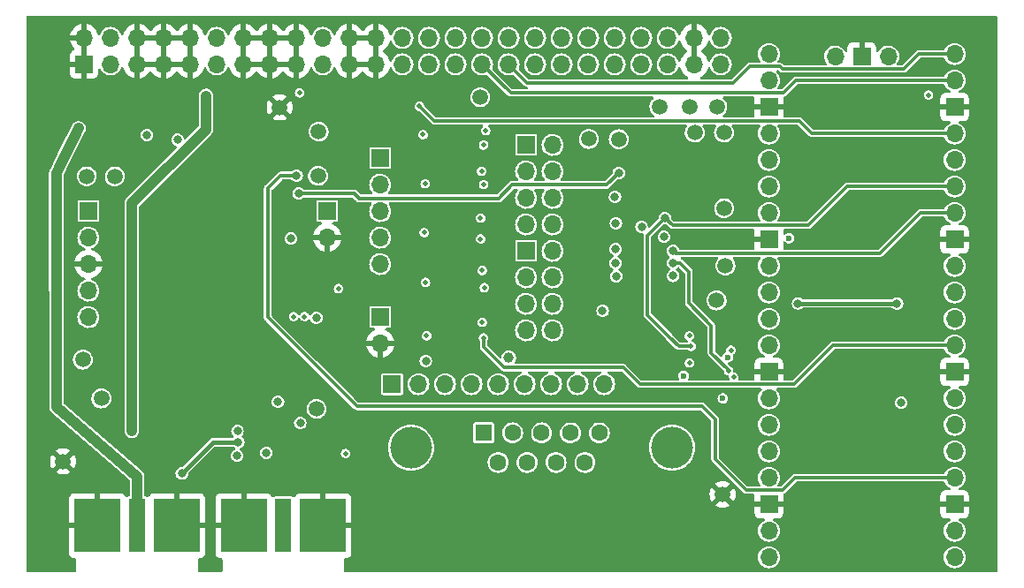
<source format=gbr>
%TF.GenerationSoftware,KiCad,Pcbnew,6.0.2+dfsg-1*%
%TF.CreationDate,2023-03-28T12:08:36-04:00*%
%TF.ProjectId,HL2IOBoard,484c3249-4f42-46f6-9172-642e6b696361,E*%
%TF.SameCoordinates,Original*%
%TF.FileFunction,Copper,L3,Inr*%
%TF.FilePolarity,Positive*%
%FSLAX46Y46*%
G04 Gerber Fmt 4.6, Leading zero omitted, Abs format (unit mm)*
G04 Created by KiCad (PCBNEW 6.0.2+dfsg-1) date 2023-03-28 12:08:36*
%MOMM*%
%LPD*%
G01*
G04 APERTURE LIST*
%TA.AperFunction,ComponentPad*%
%ADD10R,1.600000X5.200000*%
%TD*%
%TA.AperFunction,ComponentPad*%
%ADD11R,4.400000X5.200000*%
%TD*%
%TA.AperFunction,ComponentPad*%
%ADD12C,4.000000*%
%TD*%
%TA.AperFunction,ComponentPad*%
%ADD13R,1.600000X1.600000*%
%TD*%
%TA.AperFunction,ComponentPad*%
%ADD14C,1.600000*%
%TD*%
%TA.AperFunction,ComponentPad*%
%ADD15R,1.700000X1.700000*%
%TD*%
%TA.AperFunction,ComponentPad*%
%ADD16O,1.700000X1.700000*%
%TD*%
%TA.AperFunction,ComponentPad*%
%ADD17C,1.500000*%
%TD*%
%TA.AperFunction,ViaPad*%
%ADD18C,0.800000*%
%TD*%
%TA.AperFunction,ViaPad*%
%ADD19C,1.000000*%
%TD*%
%TA.AperFunction,ViaPad*%
%ADD20C,0.600000*%
%TD*%
%TA.AperFunction,ViaPad*%
%ADD21C,0.500000*%
%TD*%
%TA.AperFunction,Conductor*%
%ADD22C,0.350000*%
%TD*%
%TA.AperFunction,Conductor*%
%ADD23C,0.400000*%
%TD*%
%TA.AperFunction,Conductor*%
%ADD24C,1.000000*%
%TD*%
%TA.AperFunction,Conductor*%
%ADD25C,0.300000*%
%TD*%
G04 APERTURE END LIST*
D10*
%TO.N,Net-(B5-Pad1)*%
%TO.C,J9*%
X126620000Y-130510000D03*
D11*
%TO.N,GND*%
X122820000Y-130510000D03*
X130420000Y-130510000D03*
%TD*%
D10*
%TO.N,Net-(J10-Pad1)*%
%TO.C,J10*%
X112620000Y-130510000D03*
D11*
%TO.N,GND*%
X108820000Y-130510000D03*
X116420000Y-130510000D03*
%TD*%
D12*
%TO.N,N/C*%
%TO.C,J5*%
X138840000Y-123020000D03*
X163840000Y-123020000D03*
D13*
%TO.N,Net-(J5-Pad1)*%
X145800000Y-121600000D03*
D14*
%TO.N,Net-(J5-Pad2)*%
X148570000Y-121600000D03*
%TO.N,Net-(J5-Pad3)*%
X151340000Y-121600000D03*
%TO.N,Net-(J5-Pad4)*%
X154110000Y-121600000D03*
%TO.N,Net-(J5-Pad5)*%
X156880000Y-121600000D03*
%TO.N,Net-(J5-Pad6)*%
X147185000Y-124440000D03*
%TO.N,Net-(J5-Pad7)*%
X149955000Y-124440000D03*
%TO.N,Net-(J5-Pad8)*%
X152725000Y-124440000D03*
%TO.N,Net-(J5-Pad9)*%
X155495000Y-124440000D03*
%TD*%
D15*
%TO.N,Net-(J4-Pad1)*%
%TO.C,J4*%
X149860000Y-104140000D03*
D16*
%TO.N,Net-(J4-Pad2)*%
X152400000Y-104140000D03*
%TO.N,Net-(J4-Pad3)*%
X149860000Y-106680000D03*
%TO.N,Net-(J4-Pad4)*%
X152400000Y-106680000D03*
%TO.N,Net-(J4-Pad5)*%
X149860000Y-109220000D03*
%TO.N,Net-(J4-Pad6)*%
X152400000Y-109220000D03*
%TO.N,Net-(J4-Pad7)*%
X149860000Y-111760000D03*
%TO.N,Net-(C5-Pad1)*%
X152400000Y-111760000D03*
%TD*%
D15*
%TO.N,Net-(J6-Pad1)*%
%TO.C,J6*%
X149860000Y-93980000D03*
D16*
%TO.N,Net-(J6-Pad2)*%
X152400000Y-93980000D03*
%TO.N,Net-(J6-Pad3)*%
X149860000Y-96520000D03*
%TO.N,Net-(J6-Pad4)*%
X152400000Y-96520000D03*
%TO.N,Net-(J6-Pad5)*%
X149860000Y-99060000D03*
%TO.N,Net-(J6-Pad6)*%
X152400000Y-99060000D03*
%TO.N,Net-(J6-Pad7)*%
X149860000Y-101600000D03*
%TO.N,Net-(J6-Pad8)*%
X152400000Y-101600000D03*
%TD*%
D15*
%TO.N,Net-(J8-Pad1)*%
%TO.C,J8*%
X135890000Y-95250000D03*
D16*
%TO.N,Net-(J8-Pad2)*%
X135890000Y-97790000D03*
%TO.N,Net-(J8-Pad3)*%
X135890000Y-100330000D03*
%TO.N,Net-(J8-Pad4)*%
X135890000Y-102870000D03*
%TO.N,Net-(J8-Pad5)*%
X135890000Y-105410000D03*
%TD*%
D15*
%TO.N,Net-(J12-Pad1)*%
%TO.C,J12*%
X130810000Y-100330000D03*
D16*
%TO.N,GND*%
X130810000Y-102870000D03*
%TD*%
%TO.N,HPF*%
%TO.C,U1*%
X190890000Y-133530000D03*
%TO.N,GPIO1*%
X190890000Y-130990000D03*
D15*
%TO.N,GND*%
X190890000Y-128450000D03*
D16*
%TO.N,RF3*%
X190890000Y-125910000D03*
%TO.N,GPIO3*%
X190890000Y-123370000D03*
%TO.N,GPIO4*%
X190890000Y-120830000D03*
%TO.N,unconnected-(U1-Pad7)*%
X190890000Y-118290000D03*
D15*
%TO.N,GND*%
X190890000Y-115750000D03*
D16*
%TO.N,In5*%
X190890000Y-113210000D03*
%TO.N,In4*%
X190890000Y-110670000D03*
%TO.N,Out8*%
X190890000Y-108130000D03*
%TO.N,Out7*%
X190890000Y-105590000D03*
D15*
%TO.N,GND*%
X190890000Y-103050000D03*
D16*
%TO.N,Out5*%
X190890000Y-100510000D03*
%TO.N,Out4*%
X190890000Y-97970000D03*
%TO.N,GPIO12*%
X190890000Y-95430000D03*
%TO.N,GPIO13*%
X190890000Y-92890000D03*
D15*
%TO.N,GND*%
X190890000Y-90350000D03*
D16*
%TO.N,SDA*%
X190890000Y-87810000D03*
%TO.N,SCL*%
X190890000Y-85270000D03*
%TO.N,Out1*%
X173110000Y-85270000D03*
%TO.N,In1*%
X173110000Y-87810000D03*
D15*
%TO.N,GND*%
X173110000Y-90350000D03*
D16*
%TO.N,In2*%
X173110000Y-92890000D03*
%TO.N,Out2*%
X173110000Y-95430000D03*
%TO.N,Out3*%
X173110000Y-97970000D03*
%TO.N,In3*%
X173110000Y-100510000D03*
D15*
%TO.N,GND*%
X173110000Y-103050000D03*
D16*
%TO.N,Out6*%
X173110000Y-105590000D03*
%TO.N,unconnected-(U1-Pad30)*%
X173110000Y-108130000D03*
%TO.N,unconnected-(U1-Pad31)*%
X173110000Y-110670000D03*
%TO.N,unconnected-(U1-Pad32)*%
X173110000Y-113210000D03*
D15*
%TO.N,GND*%
X173110000Y-115750000D03*
D16*
%TO.N,unconnected-(U1-Pad34)*%
X173110000Y-118290000D03*
%TO.N,Net-(U1-Pad35)*%
X173110000Y-120830000D03*
%TO.N,unconnected-(U1-Pad36)*%
X173110000Y-123370000D03*
%TO.N,unconnected-(U1-Pad37)*%
X173110000Y-125910000D03*
D15*
%TO.N,GND*%
X173110000Y-128450000D03*
D16*
%TO.N,Net-(D6-Pad1)*%
X173110000Y-130990000D03*
%TO.N,unconnected-(U1-Pad40)*%
X173110000Y-133530000D03*
%TO.N,unconnected-(U1-Pad41)*%
X184540000Y-85500000D03*
D15*
%TO.N,GND*%
X182000000Y-85500000D03*
D16*
%TO.N,unconnected-(U1-Pad43)*%
X179460000Y-85500000D03*
%TD*%
D15*
%TO.N,GND*%
%TO.C,J1*%
X107540000Y-86260000D03*
D16*
X107540000Y-83720000D03*
%TO.N,Net-(J1-Pad3)*%
X110080000Y-86260000D03*
X110080000Y-83720000D03*
%TO.N,GND*%
X112620000Y-86260000D03*
X112620000Y-83720000D03*
X115160000Y-86260000D03*
X115160000Y-83720000D03*
X117700000Y-86260000D03*
X117700000Y-83720000D03*
%TO.N,Net-(B2-Pad1)*%
X120240000Y-86260000D03*
X120240000Y-83720000D03*
%TO.N,GND*%
X122780000Y-86260000D03*
X122780000Y-83720000D03*
X125320000Y-86260000D03*
X125320000Y-83720000D03*
X127860000Y-86260000D03*
X127860000Y-83720000D03*
%TO.N,Net-(J1-Pad19)*%
X130400000Y-86260000D03*
X130400000Y-83720000D03*
%TO.N,GND*%
X132940000Y-86260000D03*
X132940000Y-83720000D03*
X135480000Y-86260000D03*
X135480000Y-83720000D03*
%TO.N,Net-(J1-Pad25)*%
X138020000Y-86260000D03*
X138020000Y-83720000D03*
%TO.N,Net-(J1-Pad27)*%
X140560000Y-86260000D03*
X140560000Y-83720000D03*
%TO.N,Net-(D1-Pad1)*%
X143100000Y-86260000D03*
X143100000Y-83720000D03*
%TO.N,SDA*%
X145640000Y-86260000D03*
X145640000Y-83720000D03*
%TO.N,SCL*%
X148180000Y-86260000D03*
X148180000Y-83720000D03*
%TO.N,Net-(J1-Pad35)*%
X150720000Y-86260000D03*
X150720000Y-83720000D03*
%TO.N,Net-(J1-Pad37)*%
X153260000Y-86260000D03*
X153260000Y-83720000D03*
%TO.N,Net-(J1-Pad39)*%
X155800000Y-86260000D03*
X155800000Y-83720000D03*
%TO.N,unconnected-(J1-Pad41)*%
X158340000Y-86260000D03*
%TO.N,unconnected-(J1-Pad42)*%
X158340000Y-83720000D03*
%TO.N,unconnected-(J1-Pad43)*%
X160880000Y-86260000D03*
%TO.N,unconnected-(J1-Pad44)*%
X160880000Y-83720000D03*
%TO.N,+3V3*%
X163420000Y-86260000D03*
X163420000Y-83720000D03*
%TO.N,GND*%
X165960000Y-86260000D03*
X165960000Y-83720000D03*
%TO.N,VSUP*%
X168500000Y-86260000D03*
X168500000Y-83720000D03*
%TD*%
D15*
%TO.N,Net-(J2-Pad1)*%
%TO.C,J2*%
X107950000Y-100330000D03*
D16*
%TO.N,Net-(J2-Pad2)*%
X107950000Y-102870000D03*
%TO.N,GND*%
X107950000Y-105410000D03*
%TO.N,Net-(J2-Pad4)*%
X107950000Y-107950000D03*
%TO.N,Net-(J2-Pad5)*%
X107950000Y-110490000D03*
%TD*%
D15*
%TO.N,Net-(J3-Pad1)*%
%TO.C,J3*%
X135890000Y-110490000D03*
D16*
%TO.N,GND*%
X135890000Y-113030000D03*
%TD*%
D17*
%TO.N,GND*%
%TO.C,G1*%
X168690000Y-127500000D03*
%TD*%
%TO.N,GND*%
%TO.C,G2*%
X126280000Y-90380000D03*
%TD*%
%TO.N,GND*%
%TO.C,G3*%
X105540000Y-124330000D03*
%TD*%
D15*
%TO.N,Net-(J5-Pad1)*%
%TO.C,J7*%
X137020000Y-116930000D03*
D16*
%TO.N,Net-(J5-Pad2)*%
X139560000Y-116930000D03*
%TO.N,Net-(J5-Pad3)*%
X142100000Y-116930000D03*
%TO.N,Net-(J5-Pad4)*%
X144640000Y-116930000D03*
%TO.N,Net-(J5-Pad5)*%
X147180000Y-116930000D03*
%TO.N,Net-(J5-Pad6)*%
X149720000Y-116930000D03*
%TO.N,Net-(J5-Pad7)*%
X152260000Y-116930000D03*
%TO.N,Net-(J5-Pad8)*%
X154800000Y-116930000D03*
%TO.N,Net-(J5-Pad9)*%
X157340000Y-116930000D03*
%TD*%
D17*
%TO.N,Net-(Q3-Pad3)*%
%TO.C,Sw5*%
X168100000Y-108900000D03*
%TD*%
%TO.N,Net-(Q2-Pad3)*%
%TO.C,Sw12*%
X129800000Y-119300000D03*
%TD*%
%TO.N,Net-(J2-Pad5)*%
%TO.C,T1*%
X107420000Y-114570000D03*
%TD*%
%TO.N,Net-(J2-Pad1)*%
%TO.C,T2*%
X107800000Y-97000000D03*
%TD*%
%TO.N,Net-(J12-Pad1)*%
%TO.C,T4*%
X129930000Y-96950000D03*
%TD*%
%TO.N,Net-(J2-Pad4)*%
%TO.C,T5*%
X109190000Y-118300000D03*
%TD*%
%TO.N,Net-(J2-Pad2)*%
%TO.C,T6*%
X110490000Y-97000000D03*
%TD*%
%TO.N,VSUP*%
%TO.C,12V1*%
X168170000Y-90360000D03*
%TD*%
%TO.N,VSUP*%
%TO.C,12V2*%
X165500000Y-90340000D03*
%TD*%
%TO.N,VSUP*%
%TO.C,12V3*%
X162620000Y-90320000D03*
%TD*%
%TO.N,+3V3*%
%TO.C,3V1*%
X130000000Y-92720000D03*
%TD*%
%TO.N,+3V3*%
%TO.C,3V2*%
X145470000Y-89420000D03*
%TD*%
%TO.N,+5V*%
%TO.C,5V1*%
X168830000Y-100050000D03*
%TD*%
%TO.N,+5V*%
%TO.C,5V3*%
X168950000Y-105570000D03*
%TD*%
%TO.N,Net-(P1-Pad1)*%
%TO.C,P1*%
X155870000Y-93410000D03*
%TD*%
%TO.N,Net-(P2-Pad1)*%
%TO.C,P2*%
X158730000Y-93440000D03*
%TD*%
%TO.N,Net-(P3-Pad1)*%
%TO.C,P3*%
X166000000Y-92800000D03*
%TD*%
%TO.N,Net-(P4-Pad1)*%
%TO.C,P4*%
X168800000Y-92800000D03*
%TD*%
D18*
%TO.N,VSUP*%
X140260000Y-114700000D03*
X129770000Y-110570000D03*
%TO.N,GND*%
X134125000Y-129950000D03*
D19*
X143200000Y-123970000D03*
D18*
X114130000Y-121870000D03*
D19*
X158250000Y-123770000D03*
D18*
X105310000Y-129750000D03*
X128875000Y-124975000D03*
X134600000Y-92400000D03*
D20*
X164720000Y-109510000D03*
D18*
X116300000Y-120300000D03*
X133400000Y-101100000D03*
X125940000Y-114760000D03*
X119650000Y-129650000D03*
X150270000Y-114090000D03*
X133500000Y-107500000D03*
D19*
%TO.N,+3V3*%
X148200000Y-114400000D03*
D21*
X188400000Y-89200000D03*
D18*
%TO.N,+5V*%
X128080000Y-98640000D03*
X158730000Y-96670000D03*
D20*
X168700000Y-118300000D03*
D18*
%TO.N,Net-(B7-Pad1)*%
X116900000Y-125500000D03*
X122300000Y-122500000D03*
%TO.N,Net-(B7-Pad2)*%
X112100000Y-121400000D03*
X119200000Y-89300000D03*
D20*
%TO.N,Net-(R8-Pad2)*%
X164950000Y-116125000D03*
D18*
%TO.N,Net-(J4-Pad1)*%
X157190000Y-109900000D03*
%TO.N,Net-(J6-Pad1)*%
X158370000Y-98950000D03*
%TO.N,Net-(J6-Pad3)*%
X158460000Y-101510000D03*
%TO.N,Net-(J6-Pad5)*%
X158440000Y-103990000D03*
%TO.N,Net-(J6-Pad7)*%
X158480000Y-106570000D03*
%TO.N,Net-(J6-Pad8)*%
X158440000Y-105310000D03*
D21*
%TO.N,Net-(D2-Pad2)*%
X140340000Y-112290000D03*
X145660000Y-111000000D03*
%TO.N,Net-(D3-Pad2)*%
X145660000Y-106030000D03*
X140230000Y-107160000D03*
%TO.N,Net-(D4-Pad2)*%
X140100000Y-102400000D03*
X145500000Y-101000000D03*
%TO.N,Net-(D5-Pad2)*%
X140200000Y-97700000D03*
X145600000Y-96500000D03*
%TO.N,Net-(D7-Pad2)*%
X140000000Y-93000000D03*
X146000000Y-92600000D03*
%TO.N,In5*%
X145790000Y-112490000D03*
%TO.N,In4*%
X145860000Y-107670000D03*
%TO.N,In3*%
X145500000Y-103000000D03*
%TO.N,In2*%
X145800000Y-97800000D03*
%TO.N,In1*%
X145800000Y-94000000D03*
D18*
%TO.N,Out1*%
X160920000Y-101840000D03*
D21*
X165500000Y-112300000D03*
D18*
%TO.N,Out3*%
X163060000Y-102800000D03*
D21*
X169475000Y-113675000D03*
%TO.N,Out4*%
X165648872Y-113297402D03*
D18*
X163150000Y-100980000D03*
D20*
%TO.N,Out6*%
X169160706Y-114355971D03*
D18*
%TO.N,Out5*%
X163930000Y-104140000D03*
D21*
X165500000Y-114900000D03*
D18*
%TO.N,Out8*%
X163950000Y-105300000D03*
D21*
X169250000Y-115625000D03*
%TO.N,Out7*%
X169750000Y-116275000D03*
D18*
X163950000Y-106540000D03*
%TO.N,Net-(B2-Pad2)*%
X116500000Y-93500000D03*
D21*
%TO.N,GPIO13*%
X139650000Y-90275000D03*
%TO.N,GPIO3*%
X128175000Y-89000000D03*
%TO.N,GPIO1*%
X132575000Y-123575000D03*
D20*
%TO.N,GPIO12*%
X175050000Y-102925000D03*
D18*
%TO.N,RF3*%
X127890000Y-96930000D03*
%TO.N,HPF*%
X126110000Y-118640000D03*
D21*
%TO.N,Net-(Q6-Pad1)*%
X128650000Y-110450000D03*
X131900000Y-107750000D03*
%TO.N,Net-(B11-Pad1)*%
X127600000Y-110450000D03*
D18*
X185780000Y-118710000D03*
%TO.N,Net-(B18-Pad1)*%
X122200000Y-123800000D03*
X125000000Y-123500000D03*
%TO.N,Net-(B19-Pad1)*%
X122230000Y-121440000D03*
X128240000Y-120670000D03*
%TO.N,Net-(B21-Pad1)*%
X113570000Y-93040000D03*
%TO.N,Net-(J10-Pad1)*%
X107000000Y-92400000D03*
%TO.N,Net-(R36-Pad1)*%
X127350000Y-102960000D03*
%TO.N,Net-(Q3-Pad3)*%
X185380000Y-109190000D03*
X175900000Y-109180000D03*
%TD*%
D22*
%TO.N,+5V*%
X148550000Y-97810000D02*
X157590000Y-97810000D01*
X147255001Y-99104999D02*
X148550000Y-97810000D01*
X133864999Y-99104999D02*
X147255001Y-99104999D01*
X128080000Y-98640000D02*
X133400000Y-98640000D01*
X133400000Y-98640000D02*
X133864999Y-99104999D01*
X157590000Y-97810000D02*
X158730000Y-96670000D01*
D23*
%TO.N,Net-(B7-Pad1)*%
X116900000Y-125500000D02*
X119900000Y-122500000D01*
X119900000Y-122500000D02*
X122300000Y-122500000D01*
D24*
%TO.N,Net-(B7-Pad2)*%
X119200000Y-92500000D02*
X119200000Y-89300000D01*
X112100000Y-99600000D02*
X119200000Y-92500000D01*
X112100000Y-121400000D02*
X112100000Y-99600000D01*
D25*
%TO.N,SDA*%
X148390001Y-89010001D02*
X174489999Y-89010001D01*
X145640000Y-86260000D02*
X148390001Y-89010001D01*
X174489999Y-89010001D02*
X175690000Y-87810000D01*
X175690000Y-87810000D02*
X190890000Y-87810000D01*
%TO.N,SCL*%
X149980000Y-88060000D02*
X169690000Y-88060000D01*
X174170001Y-86470001D02*
X174400001Y-86700001D01*
X169690000Y-88060000D02*
X171279999Y-86470001D01*
X148180000Y-86260000D02*
X149980000Y-88060000D01*
X174400001Y-86700001D02*
X186049999Y-86700001D01*
X187480000Y-85270000D02*
X190890000Y-85270000D01*
X186049999Y-86700001D02*
X187480000Y-85270000D01*
X171279999Y-86470001D02*
X174170001Y-86470001D01*
%TO.N,In5*%
X160775001Y-116950001D02*
X159175000Y-115350000D01*
X147750000Y-115350000D02*
X145790000Y-113390000D01*
X159175000Y-115350000D02*
X147750000Y-115350000D01*
X145790000Y-113390000D02*
X145790000Y-112490000D01*
X179240000Y-113210000D02*
X175499999Y-116950001D01*
X190890000Y-113210000D02*
X179240000Y-113210000D01*
X175499999Y-116950001D02*
X160775001Y-116950001D01*
%TO.N,Out4*%
X163525000Y-112350000D02*
X163525000Y-112335000D01*
X164472402Y-113297402D02*
X165648872Y-113297402D01*
X161470000Y-110280000D02*
X161470000Y-102660000D01*
X176864999Y-101710001D02*
X180605000Y-97970000D01*
X163525000Y-112335000D02*
X161470000Y-110280000D01*
X161470000Y-102660000D02*
X163150000Y-100980000D01*
X163150000Y-100980000D02*
X163880001Y-101710001D01*
X180605000Y-97970000D02*
X190890000Y-97970000D01*
X163525000Y-112350000D02*
X164472402Y-113297402D01*
X163880001Y-101710001D02*
X176864999Y-101710001D01*
%TO.N,Out5*%
X167850000Y-104375000D02*
X164165000Y-104375000D01*
X190890000Y-100510000D02*
X187640000Y-100510000D01*
X164165000Y-104375000D02*
X163930000Y-104140000D01*
X167850000Y-104375000D02*
X183775000Y-104375000D01*
X183775000Y-104375000D02*
X187640000Y-100510000D01*
%TO.N,Out8*%
X167600000Y-111300000D02*
X165450000Y-109150000D01*
X165450000Y-109150000D02*
X165450000Y-106130000D01*
X169250000Y-115575000D02*
X167600000Y-113925000D01*
X164620000Y-105300000D02*
X163950000Y-105300000D01*
X169250000Y-115625000D02*
X169250000Y-115575000D01*
X165450000Y-106130000D02*
X164620000Y-105300000D01*
X167600000Y-113925000D02*
X167600000Y-111300000D01*
%TO.N,GPIO13*%
X190890000Y-92890000D02*
X177215000Y-92890000D01*
X141064999Y-91689999D02*
X139650000Y-90275000D01*
X177215000Y-92890000D02*
X176014999Y-91689999D01*
X176014999Y-91689999D02*
X141064999Y-91689999D01*
%TO.N,RF3*%
X167950000Y-120275000D02*
X166750000Y-119075000D01*
X175590000Y-125910000D02*
X174389999Y-127110001D01*
X133675000Y-119075000D02*
X125125000Y-110525000D01*
D22*
X125125000Y-110525000D02*
X125125000Y-98165000D01*
D25*
X190890000Y-125910000D02*
X175590000Y-125910000D01*
X167950000Y-124100000D02*
X167950000Y-120275000D01*
X170960001Y-127110001D02*
X167950000Y-124100000D01*
X166750000Y-119075000D02*
X133675000Y-119075000D01*
D22*
X125125000Y-98165000D02*
X126360000Y-96930000D01*
X126360000Y-96930000D02*
X127890000Y-96930000D01*
D25*
X174389999Y-127110001D02*
X170960001Y-127110001D01*
D24*
%TO.N,Net-(J10-Pad1)*%
X104910000Y-119130000D02*
X112620000Y-125820000D01*
X112620000Y-125820000D02*
X112620000Y-130510000D01*
X107000000Y-92400000D02*
X104880000Y-96720000D01*
X104880000Y-96720000D02*
X104910000Y-119130000D01*
D23*
%TO.N,Net-(Q3-Pad3)*%
X175900000Y-109180000D02*
X185370000Y-109180000D01*
X185370000Y-109180000D02*
X185380000Y-109190000D01*
%TD*%
%TA.AperFunction,Conductor*%
%TO.N,GND*%
G36*
X194917121Y-81605002D02*
G01*
X194963614Y-81658658D01*
X194975000Y-81711000D01*
X194975000Y-134809000D01*
X194954998Y-134877121D01*
X194901342Y-134923614D01*
X194849000Y-134935000D01*
X132571000Y-134935000D01*
X132502879Y-134914998D01*
X132456386Y-134861342D01*
X132445000Y-134809000D01*
X132445000Y-133743999D01*
X132465002Y-133675878D01*
X132518658Y-133629385D01*
X132571000Y-133617999D01*
X132664669Y-133617999D01*
X132671490Y-133617629D01*
X132722352Y-133612105D01*
X132737604Y-133608479D01*
X132858054Y-133563324D01*
X132873649Y-133554786D01*
X132926386Y-133515262D01*
X172054520Y-133515262D01*
X172055036Y-133521406D01*
X172069333Y-133691658D01*
X172071759Y-133720553D01*
X172128544Y-133918586D01*
X172131359Y-133924063D01*
X172131360Y-133924066D01*
X172152247Y-133964707D01*
X172222712Y-134101818D01*
X172350677Y-134263270D01*
X172507564Y-134396791D01*
X172687398Y-134497297D01*
X172782238Y-134528112D01*
X172877471Y-134559056D01*
X172877475Y-134559057D01*
X172883329Y-134560959D01*
X173087894Y-134585351D01*
X173094029Y-134584879D01*
X173094031Y-134584879D01*
X173150039Y-134580569D01*
X173293300Y-134569546D01*
X173299230Y-134567890D01*
X173299232Y-134567890D01*
X173485797Y-134515800D01*
X173485796Y-134515800D01*
X173491725Y-134514145D01*
X173497214Y-134511372D01*
X173497220Y-134511370D01*
X173670116Y-134424033D01*
X173675610Y-134421258D01*
X173837951Y-134294424D01*
X173972564Y-134138472D01*
X173993387Y-134101818D01*
X174071276Y-133964707D01*
X174074323Y-133959344D01*
X174139351Y-133763863D01*
X174165171Y-133559474D01*
X174165583Y-133530000D01*
X174164138Y-133515262D01*
X189834520Y-133515262D01*
X189835036Y-133521406D01*
X189849333Y-133691658D01*
X189851759Y-133720553D01*
X189908544Y-133918586D01*
X189911359Y-133924063D01*
X189911360Y-133924066D01*
X189932247Y-133964707D01*
X190002712Y-134101818D01*
X190130677Y-134263270D01*
X190287564Y-134396791D01*
X190467398Y-134497297D01*
X190562238Y-134528112D01*
X190657471Y-134559056D01*
X190657475Y-134559057D01*
X190663329Y-134560959D01*
X190867894Y-134585351D01*
X190874029Y-134584879D01*
X190874031Y-134584879D01*
X190930039Y-134580569D01*
X191073300Y-134569546D01*
X191079230Y-134567890D01*
X191079232Y-134567890D01*
X191265797Y-134515800D01*
X191265796Y-134515800D01*
X191271725Y-134514145D01*
X191277214Y-134511372D01*
X191277220Y-134511370D01*
X191450116Y-134424033D01*
X191455610Y-134421258D01*
X191617951Y-134294424D01*
X191752564Y-134138472D01*
X191773387Y-134101818D01*
X191851276Y-133964707D01*
X191854323Y-133959344D01*
X191919351Y-133763863D01*
X191945171Y-133559474D01*
X191945583Y-133530000D01*
X191925480Y-133324970D01*
X191865935Y-133127749D01*
X191769218Y-132945849D01*
X191695859Y-132855902D01*
X191642906Y-132790975D01*
X191642903Y-132790972D01*
X191639011Y-132786200D01*
X191621786Y-132771950D01*
X191485025Y-132658811D01*
X191485021Y-132658809D01*
X191480275Y-132654882D01*
X191299055Y-132556897D01*
X191102254Y-132495977D01*
X191096129Y-132495333D01*
X191096128Y-132495333D01*
X190903498Y-132475087D01*
X190903496Y-132475087D01*
X190897369Y-132474443D01*
X190810529Y-132482346D01*
X190698342Y-132492555D01*
X190698339Y-132492556D01*
X190692203Y-132493114D01*
X190494572Y-132551280D01*
X190312002Y-132646726D01*
X190307201Y-132650586D01*
X190307198Y-132650588D01*
X190296971Y-132658811D01*
X190151447Y-132775815D01*
X190019024Y-132933630D01*
X190016056Y-132939028D01*
X190016053Y-132939033D01*
X190009315Y-132951290D01*
X189919776Y-133114162D01*
X189857484Y-133310532D01*
X189856798Y-133316649D01*
X189856797Y-133316653D01*
X189838668Y-133478285D01*
X189834520Y-133515262D01*
X174164138Y-133515262D01*
X174145480Y-133324970D01*
X174085935Y-133127749D01*
X173989218Y-132945849D01*
X173915859Y-132855902D01*
X173862906Y-132790975D01*
X173862903Y-132790972D01*
X173859011Y-132786200D01*
X173841786Y-132771950D01*
X173705025Y-132658811D01*
X173705021Y-132658809D01*
X173700275Y-132654882D01*
X173519055Y-132556897D01*
X173322254Y-132495977D01*
X173316129Y-132495333D01*
X173316128Y-132495333D01*
X173123498Y-132475087D01*
X173123496Y-132475087D01*
X173117369Y-132474443D01*
X173030529Y-132482346D01*
X172918342Y-132492555D01*
X172918339Y-132492556D01*
X172912203Y-132493114D01*
X172714572Y-132551280D01*
X172532002Y-132646726D01*
X172527201Y-132650586D01*
X172527198Y-132650588D01*
X172516971Y-132658811D01*
X172371447Y-132775815D01*
X172239024Y-132933630D01*
X172236056Y-132939028D01*
X172236053Y-132939033D01*
X172229315Y-132951290D01*
X172139776Y-133114162D01*
X172077484Y-133310532D01*
X172076798Y-133316649D01*
X172076797Y-133316653D01*
X172058668Y-133478285D01*
X172054520Y-133515262D01*
X132926386Y-133515262D01*
X132975724Y-133478285D01*
X132988285Y-133465724D01*
X133064786Y-133363649D01*
X133073324Y-133348054D01*
X133118478Y-133227606D01*
X133122105Y-133212351D01*
X133127631Y-133161486D01*
X133128000Y-133154672D01*
X133128000Y-130782115D01*
X133123525Y-130766876D01*
X133122135Y-130765671D01*
X133114452Y-130764000D01*
X130292000Y-130764000D01*
X130223879Y-130743998D01*
X130177386Y-130690342D01*
X130166000Y-130638000D01*
X130166000Y-130237885D01*
X130674000Y-130237885D01*
X130678475Y-130253124D01*
X130679865Y-130254329D01*
X130687548Y-130256000D01*
X133109884Y-130256000D01*
X133125123Y-130251525D01*
X133126328Y-130250135D01*
X133127999Y-130242452D01*
X133127999Y-129344669D01*
X171752001Y-129344669D01*
X171752371Y-129351490D01*
X171757895Y-129402352D01*
X171761521Y-129417604D01*
X171806676Y-129538054D01*
X171815214Y-129553649D01*
X171891715Y-129655724D01*
X171904276Y-129668285D01*
X172006351Y-129744786D01*
X172021946Y-129753324D01*
X172142394Y-129798478D01*
X172157649Y-129802105D01*
X172208514Y-129807631D01*
X172215328Y-129808000D01*
X172590432Y-129808000D01*
X172658553Y-129828002D01*
X172705046Y-129881658D01*
X172715150Y-129951932D01*
X172685656Y-130016512D01*
X172648812Y-130045659D01*
X172532002Y-130106726D01*
X172527201Y-130110586D01*
X172527198Y-130110588D01*
X172516971Y-130118811D01*
X172371447Y-130235815D01*
X172239024Y-130393630D01*
X172236056Y-130399028D01*
X172236053Y-130399033D01*
X172229315Y-130411290D01*
X172139776Y-130574162D01*
X172077484Y-130770532D01*
X172076798Y-130776649D01*
X172076797Y-130776653D01*
X172055207Y-130969137D01*
X172054520Y-130975262D01*
X172071759Y-131180553D01*
X172128544Y-131378586D01*
X172131359Y-131384063D01*
X172131360Y-131384066D01*
X172152247Y-131424707D01*
X172222712Y-131561818D01*
X172350677Y-131723270D01*
X172507564Y-131856791D01*
X172687398Y-131957297D01*
X172782238Y-131988112D01*
X172877471Y-132019056D01*
X172877475Y-132019057D01*
X172883329Y-132020959D01*
X173087894Y-132045351D01*
X173094029Y-132044879D01*
X173094031Y-132044879D01*
X173150039Y-132040569D01*
X173293300Y-132029546D01*
X173299230Y-132027890D01*
X173299232Y-132027890D01*
X173485797Y-131975800D01*
X173485796Y-131975800D01*
X173491725Y-131974145D01*
X173497214Y-131971372D01*
X173497220Y-131971370D01*
X173670116Y-131884033D01*
X173675610Y-131881258D01*
X173837951Y-131754424D01*
X173972564Y-131598472D01*
X173993387Y-131561818D01*
X174071276Y-131424707D01*
X174074323Y-131419344D01*
X174139351Y-131223863D01*
X174165171Y-131019474D01*
X174165583Y-130990000D01*
X174145480Y-130784970D01*
X174085935Y-130587749D01*
X173989218Y-130405849D01*
X173865641Y-130254329D01*
X173862906Y-130250975D01*
X173862903Y-130250972D01*
X173859011Y-130246200D01*
X173841786Y-130231950D01*
X173705025Y-130118811D01*
X173705021Y-130118809D01*
X173700275Y-130114882D01*
X173572255Y-130045662D01*
X173570726Y-130044835D01*
X173520317Y-129994840D01*
X173504940Y-129925529D01*
X173529476Y-129858907D01*
X173586136Y-129816126D01*
X173630655Y-129807999D01*
X174004669Y-129807999D01*
X174011490Y-129807629D01*
X174062352Y-129802105D01*
X174077604Y-129798479D01*
X174198054Y-129753324D01*
X174213649Y-129744786D01*
X174315724Y-129668285D01*
X174328285Y-129655724D01*
X174404786Y-129553649D01*
X174413324Y-129538054D01*
X174458478Y-129417606D01*
X174462105Y-129402351D01*
X174467631Y-129351486D01*
X174468000Y-129344672D01*
X174468000Y-129344669D01*
X189532001Y-129344669D01*
X189532371Y-129351490D01*
X189537895Y-129402352D01*
X189541521Y-129417604D01*
X189586676Y-129538054D01*
X189595214Y-129553649D01*
X189671715Y-129655724D01*
X189684276Y-129668285D01*
X189786351Y-129744786D01*
X189801946Y-129753324D01*
X189922394Y-129798478D01*
X189937649Y-129802105D01*
X189988514Y-129807631D01*
X189995328Y-129808000D01*
X190370432Y-129808000D01*
X190438553Y-129828002D01*
X190485046Y-129881658D01*
X190495150Y-129951932D01*
X190465656Y-130016512D01*
X190428812Y-130045659D01*
X190312002Y-130106726D01*
X190307201Y-130110586D01*
X190307198Y-130110588D01*
X190296971Y-130118811D01*
X190151447Y-130235815D01*
X190019024Y-130393630D01*
X190016056Y-130399028D01*
X190016053Y-130399033D01*
X190009315Y-130411290D01*
X189919776Y-130574162D01*
X189857484Y-130770532D01*
X189856798Y-130776649D01*
X189856797Y-130776653D01*
X189835207Y-130969137D01*
X189834520Y-130975262D01*
X189851759Y-131180553D01*
X189908544Y-131378586D01*
X189911359Y-131384063D01*
X189911360Y-131384066D01*
X189932247Y-131424707D01*
X190002712Y-131561818D01*
X190130677Y-131723270D01*
X190287564Y-131856791D01*
X190467398Y-131957297D01*
X190562238Y-131988112D01*
X190657471Y-132019056D01*
X190657475Y-132019057D01*
X190663329Y-132020959D01*
X190867894Y-132045351D01*
X190874029Y-132044879D01*
X190874031Y-132044879D01*
X190930039Y-132040569D01*
X191073300Y-132029546D01*
X191079230Y-132027890D01*
X191079232Y-132027890D01*
X191265797Y-131975800D01*
X191265796Y-131975800D01*
X191271725Y-131974145D01*
X191277214Y-131971372D01*
X191277220Y-131971370D01*
X191450116Y-131884033D01*
X191455610Y-131881258D01*
X191617951Y-131754424D01*
X191752564Y-131598472D01*
X191773387Y-131561818D01*
X191851276Y-131424707D01*
X191854323Y-131419344D01*
X191919351Y-131223863D01*
X191945171Y-131019474D01*
X191945583Y-130990000D01*
X191925480Y-130784970D01*
X191865935Y-130587749D01*
X191769218Y-130405849D01*
X191645641Y-130254329D01*
X191642906Y-130250975D01*
X191642903Y-130250972D01*
X191639011Y-130246200D01*
X191621786Y-130231950D01*
X191485025Y-130118811D01*
X191485021Y-130118809D01*
X191480275Y-130114882D01*
X191352255Y-130045662D01*
X191350726Y-130044835D01*
X191300317Y-129994840D01*
X191284940Y-129925529D01*
X191309476Y-129858907D01*
X191366136Y-129816126D01*
X191410655Y-129807999D01*
X191784669Y-129807999D01*
X191791490Y-129807629D01*
X191842352Y-129802105D01*
X191857604Y-129798479D01*
X191978054Y-129753324D01*
X191993649Y-129744786D01*
X192095724Y-129668285D01*
X192108285Y-129655724D01*
X192184786Y-129553649D01*
X192193324Y-129538054D01*
X192238478Y-129417606D01*
X192242105Y-129402351D01*
X192247631Y-129351486D01*
X192248000Y-129344672D01*
X192248000Y-128722115D01*
X192243525Y-128706876D01*
X192242135Y-128705671D01*
X192234452Y-128704000D01*
X189550116Y-128704000D01*
X189534877Y-128708475D01*
X189533672Y-128709865D01*
X189532001Y-128717548D01*
X189532001Y-129344669D01*
X174468000Y-129344669D01*
X174468000Y-128722115D01*
X174463525Y-128706876D01*
X174462135Y-128705671D01*
X174454452Y-128704000D01*
X171770116Y-128704000D01*
X171754877Y-128708475D01*
X171753672Y-128709865D01*
X171752001Y-128717548D01*
X171752001Y-129344669D01*
X133127999Y-129344669D01*
X133127999Y-128550161D01*
X168004393Y-128550161D01*
X168013687Y-128562175D01*
X168054088Y-128590464D01*
X168063584Y-128595947D01*
X168253113Y-128684326D01*
X168263405Y-128688072D01*
X168465401Y-128742196D01*
X168476196Y-128744099D01*
X168684525Y-128762326D01*
X168695475Y-128762326D01*
X168903804Y-128744099D01*
X168914599Y-128742196D01*
X169116595Y-128688072D01*
X169126887Y-128684326D01*
X169316416Y-128595947D01*
X169325912Y-128590464D01*
X169367148Y-128561590D01*
X169375523Y-128551112D01*
X169368457Y-128537668D01*
X168702811Y-127872021D01*
X168688868Y-127864408D01*
X168687034Y-127864539D01*
X168680420Y-127868790D01*
X168010820Y-128538391D01*
X168004393Y-128550161D01*
X133127999Y-128550161D01*
X133127999Y-127865331D01*
X133127629Y-127858510D01*
X133122105Y-127807648D01*
X133118479Y-127792396D01*
X133073324Y-127671946D01*
X133064786Y-127656351D01*
X132988285Y-127554276D01*
X132975724Y-127541715D01*
X132927369Y-127505475D01*
X167427674Y-127505475D01*
X167445901Y-127713804D01*
X167447804Y-127724599D01*
X167501928Y-127926595D01*
X167505674Y-127936887D01*
X167594054Y-128126417D01*
X167599534Y-128135907D01*
X167628411Y-128177149D01*
X167638887Y-128185523D01*
X167652334Y-128178455D01*
X168317979Y-127512811D01*
X168324356Y-127501132D01*
X169054408Y-127501132D01*
X169054539Y-127502966D01*
X169058790Y-127509580D01*
X169728391Y-128179180D01*
X169740161Y-128185607D01*
X169752176Y-128176311D01*
X169780466Y-128135907D01*
X169785946Y-128126417D01*
X169874326Y-127936887D01*
X169878072Y-127926595D01*
X169932196Y-127724599D01*
X169934099Y-127713804D01*
X169952326Y-127505475D01*
X169952326Y-127494525D01*
X169934099Y-127286196D01*
X169932196Y-127275401D01*
X169878072Y-127073405D01*
X169874326Y-127063113D01*
X169785946Y-126873583D01*
X169780466Y-126864093D01*
X169751589Y-126822851D01*
X169741113Y-126814477D01*
X169727666Y-126821545D01*
X169062021Y-127487189D01*
X169054408Y-127501132D01*
X168324356Y-127501132D01*
X168325592Y-127498868D01*
X168325461Y-127497034D01*
X168321210Y-127490420D01*
X167651609Y-126820820D01*
X167639839Y-126814393D01*
X167627824Y-126823689D01*
X167599534Y-126864093D01*
X167594054Y-126873583D01*
X167505674Y-127063113D01*
X167501928Y-127073405D01*
X167447804Y-127275401D01*
X167445901Y-127286196D01*
X167427674Y-127494525D01*
X167427674Y-127505475D01*
X132927369Y-127505475D01*
X132873649Y-127465214D01*
X132858054Y-127456676D01*
X132737606Y-127411522D01*
X132722351Y-127407895D01*
X132671486Y-127402369D01*
X132664672Y-127402000D01*
X130692115Y-127402000D01*
X130676876Y-127406475D01*
X130675671Y-127407865D01*
X130674000Y-127415548D01*
X130674000Y-130237885D01*
X130166000Y-130237885D01*
X130166000Y-127420116D01*
X130161525Y-127404877D01*
X130160135Y-127403672D01*
X130152452Y-127402001D01*
X128175331Y-127402001D01*
X128168510Y-127402371D01*
X128117648Y-127407895D01*
X128102396Y-127411521D01*
X127981946Y-127456676D01*
X127966351Y-127465214D01*
X127864276Y-127541715D01*
X127851715Y-127554276D01*
X127775214Y-127656351D01*
X127766675Y-127671948D01*
X127753832Y-127706207D01*
X127711191Y-127762972D01*
X127644630Y-127787672D01*
X127575281Y-127772465D01*
X127565010Y-127764763D01*
X127564552Y-127765448D01*
X127508547Y-127728026D01*
X127498231Y-127721133D01*
X127486062Y-127718712D01*
X127486061Y-127718712D01*
X127445816Y-127710707D01*
X127439748Y-127709500D01*
X125800252Y-127709500D01*
X125794184Y-127710707D01*
X125753939Y-127718712D01*
X125753938Y-127718712D01*
X125741769Y-127721133D01*
X125675448Y-127765448D01*
X125673168Y-127762036D01*
X125630933Y-127785099D01*
X125560118Y-127780034D01*
X125503282Y-127737487D01*
X125486168Y-127706207D01*
X125473325Y-127671948D01*
X125464786Y-127656351D01*
X125388285Y-127554276D01*
X125375724Y-127541715D01*
X125273649Y-127465214D01*
X125258054Y-127456676D01*
X125137606Y-127411522D01*
X125122351Y-127407895D01*
X125071486Y-127402369D01*
X125064672Y-127402000D01*
X123092115Y-127402000D01*
X123076876Y-127406475D01*
X123075671Y-127407865D01*
X123074000Y-127415548D01*
X123074000Y-130638000D01*
X123053998Y-130706121D01*
X123000342Y-130752614D01*
X122948000Y-130764000D01*
X120130116Y-130764000D01*
X120114877Y-130768475D01*
X120113672Y-130769865D01*
X120112001Y-130777548D01*
X120112001Y-133154669D01*
X120112371Y-133161490D01*
X120117895Y-133212352D01*
X120121521Y-133227604D01*
X120166676Y-133348054D01*
X120175214Y-133363649D01*
X120251715Y-133465724D01*
X120264276Y-133478285D01*
X120366351Y-133554786D01*
X120381946Y-133563324D01*
X120502394Y-133608478D01*
X120517649Y-133612105D01*
X120568514Y-133617631D01*
X120575328Y-133618000D01*
X120669000Y-133618000D01*
X120737121Y-133638002D01*
X120783614Y-133691658D01*
X120795000Y-133744000D01*
X120795000Y-134809000D01*
X120774998Y-134877121D01*
X120721342Y-134923614D01*
X120669000Y-134935000D01*
X118561000Y-134935000D01*
X118492879Y-134914998D01*
X118446386Y-134861342D01*
X118435000Y-134809000D01*
X118435000Y-133743999D01*
X118455002Y-133675878D01*
X118508658Y-133629385D01*
X118561000Y-133617999D01*
X118664669Y-133617999D01*
X118671490Y-133617629D01*
X118722352Y-133612105D01*
X118737604Y-133608479D01*
X118858054Y-133563324D01*
X118873649Y-133554786D01*
X118975724Y-133478285D01*
X118988285Y-133465724D01*
X119064786Y-133363649D01*
X119073324Y-133348054D01*
X119118478Y-133227606D01*
X119122105Y-133212351D01*
X119127631Y-133161486D01*
X119128000Y-133154672D01*
X119128000Y-130782115D01*
X119123525Y-130766876D01*
X119122135Y-130765671D01*
X119114452Y-130764000D01*
X116292000Y-130764000D01*
X116223879Y-130743998D01*
X116177386Y-130690342D01*
X116166000Y-130638000D01*
X116166000Y-130237885D01*
X116674000Y-130237885D01*
X116678475Y-130253124D01*
X116679865Y-130254329D01*
X116687548Y-130256000D01*
X119109884Y-130256000D01*
X119125123Y-130251525D01*
X119126328Y-130250135D01*
X119127999Y-130242452D01*
X119127999Y-130237885D01*
X120112000Y-130237885D01*
X120116475Y-130253124D01*
X120117865Y-130254329D01*
X120125548Y-130256000D01*
X122547885Y-130256000D01*
X122563124Y-130251525D01*
X122564329Y-130250135D01*
X122566000Y-130242452D01*
X122566000Y-127420116D01*
X122561525Y-127404877D01*
X122560135Y-127403672D01*
X122552452Y-127402001D01*
X120575331Y-127402001D01*
X120568510Y-127402371D01*
X120517648Y-127407895D01*
X120502396Y-127411521D01*
X120381946Y-127456676D01*
X120366351Y-127465214D01*
X120264276Y-127541715D01*
X120251715Y-127554276D01*
X120175214Y-127656351D01*
X120166676Y-127671946D01*
X120121522Y-127792394D01*
X120117895Y-127807649D01*
X120112369Y-127858514D01*
X120112000Y-127865328D01*
X120112000Y-130237885D01*
X119127999Y-130237885D01*
X119127999Y-127865331D01*
X119127629Y-127858510D01*
X119122105Y-127807648D01*
X119118479Y-127792396D01*
X119073324Y-127671946D01*
X119064786Y-127656351D01*
X118988285Y-127554276D01*
X118975724Y-127541715D01*
X118873649Y-127465214D01*
X118858054Y-127456676D01*
X118737606Y-127411522D01*
X118722351Y-127407895D01*
X118671486Y-127402369D01*
X118664672Y-127402000D01*
X116692115Y-127402000D01*
X116676876Y-127406475D01*
X116675671Y-127407865D01*
X116674000Y-127415548D01*
X116674000Y-130237885D01*
X116166000Y-130237885D01*
X116166000Y-127420116D01*
X116161525Y-127404877D01*
X116160135Y-127403672D01*
X116152452Y-127402001D01*
X114175331Y-127402001D01*
X114168510Y-127402371D01*
X114117648Y-127407895D01*
X114102396Y-127411521D01*
X113981946Y-127456676D01*
X113966351Y-127465214D01*
X113864276Y-127541715D01*
X113851715Y-127554276D01*
X113775214Y-127656351D01*
X113766675Y-127671948D01*
X113753832Y-127706207D01*
X113711191Y-127762972D01*
X113644630Y-127787672D01*
X113575281Y-127772465D01*
X113565010Y-127764763D01*
X113564552Y-127765448D01*
X113508547Y-127728026D01*
X113498231Y-127721133D01*
X113486062Y-127718712D01*
X113486061Y-127718712D01*
X113445816Y-127710707D01*
X113439748Y-127709500D01*
X113434006Y-127709500D01*
X113368318Y-127682976D01*
X113327308Y-127625021D01*
X113320500Y-127584165D01*
X113320500Y-126448887D01*
X168004477Y-126448887D01*
X168011545Y-126462334D01*
X168677189Y-127127979D01*
X168691132Y-127135592D01*
X168692966Y-127135461D01*
X168699580Y-127131210D01*
X169369180Y-126461609D01*
X169375607Y-126449839D01*
X169366313Y-126437825D01*
X169325912Y-126409536D01*
X169316416Y-126404053D01*
X169126887Y-126315674D01*
X169116595Y-126311928D01*
X168914599Y-126257804D01*
X168903804Y-126255901D01*
X168695475Y-126237674D01*
X168684525Y-126237674D01*
X168476196Y-126255901D01*
X168465401Y-126257804D01*
X168263405Y-126311928D01*
X168253113Y-126315674D01*
X168063583Y-126404054D01*
X168054093Y-126409534D01*
X168012851Y-126438411D01*
X168004477Y-126448887D01*
X113320500Y-126448887D01*
X113320500Y-125904748D01*
X113320560Y-125903724D01*
X113320756Y-125902919D01*
X113320500Y-125806251D01*
X113320500Y-125777484D01*
X113320435Y-125776946D01*
X113320421Y-125776510D01*
X113320327Y-125740968D01*
X113320307Y-125733372D01*
X113312146Y-125700522D01*
X113309342Y-125685280D01*
X113306188Y-125659220D01*
X113305276Y-125651680D01*
X113296790Y-125629222D01*
X113292536Y-125617963D01*
X113288119Y-125603805D01*
X113281260Y-125576195D01*
X113281259Y-125576193D01*
X113279429Y-125568826D01*
X113272180Y-125555048D01*
X113263666Y-125538866D01*
X113257307Y-125524734D01*
X113253118Y-125513649D01*
X113247961Y-125500000D01*
X116294318Y-125500000D01*
X116314956Y-125656762D01*
X116375464Y-125802841D01*
X116380491Y-125809392D01*
X116455000Y-125906494D01*
X116471718Y-125928282D01*
X116597159Y-126024536D01*
X116743238Y-126085044D01*
X116900000Y-126105682D01*
X116908188Y-126104604D01*
X117048574Y-126086122D01*
X117056762Y-126085044D01*
X117202841Y-126024536D01*
X117328282Y-125928282D01*
X117345001Y-125906494D01*
X117419509Y-125809392D01*
X117424536Y-125802841D01*
X117485044Y-125656762D01*
X117505682Y-125500000D01*
X117508596Y-125500384D01*
X117524606Y-125445858D01*
X117541509Y-125424884D01*
X120028988Y-122937405D01*
X120091300Y-122903379D01*
X120118083Y-122900500D01*
X121793269Y-122900500D01*
X121861390Y-122920502D01*
X121871460Y-122928618D01*
X121871718Y-122928282D01*
X121997159Y-123024536D01*
X121995939Y-123026126D01*
X122037425Y-123069637D01*
X122050860Y-123139351D01*
X122024472Y-123205262D01*
X121973650Y-123243780D01*
X121897159Y-123275464D01*
X121771718Y-123371718D01*
X121675464Y-123497159D01*
X121614956Y-123643238D01*
X121594318Y-123800000D01*
X121614956Y-123956762D01*
X121618116Y-123964391D01*
X121621729Y-123973114D01*
X121675464Y-124102841D01*
X121771718Y-124228282D01*
X121897159Y-124324536D01*
X122043238Y-124385044D01*
X122200000Y-124405682D01*
X122208188Y-124404604D01*
X122230338Y-124401688D01*
X122356762Y-124385044D01*
X122502841Y-124324536D01*
X122628282Y-124228282D01*
X122724536Y-124102841D01*
X122778271Y-123973114D01*
X122781884Y-123964391D01*
X122785044Y-123956762D01*
X122805682Y-123800000D01*
X122785044Y-123643238D01*
X122725713Y-123500000D01*
X124394318Y-123500000D01*
X124414956Y-123656762D01*
X124475464Y-123802841D01*
X124571718Y-123928282D01*
X124578264Y-123933305D01*
X124595650Y-123946646D01*
X124697159Y-124024536D01*
X124843238Y-124085044D01*
X125000000Y-124105682D01*
X125008188Y-124104604D01*
X125021580Y-124102841D01*
X125156762Y-124085044D01*
X125302841Y-124024536D01*
X125404350Y-123946646D01*
X125421736Y-123933305D01*
X125428282Y-123928282D01*
X125524536Y-123802841D01*
X125585044Y-123656762D01*
X125596540Y-123569440D01*
X132119901Y-123569440D01*
X132121065Y-123578342D01*
X132121065Y-123578345D01*
X132135468Y-123688489D01*
X132135469Y-123688493D01*
X132136633Y-123697394D01*
X132140250Y-123705614D01*
X132183852Y-123804707D01*
X132188605Y-123815510D01*
X132194382Y-123822383D01*
X132194383Y-123822384D01*
X132236103Y-123872016D01*
X132271639Y-123914291D01*
X132304764Y-123936341D01*
X132346904Y-123964391D01*
X132379060Y-123985796D01*
X132502233Y-124024278D01*
X132511203Y-124024442D01*
X132511207Y-124024443D01*
X132569942Y-124025519D01*
X132631255Y-124026643D01*
X132693505Y-124009671D01*
X132747092Y-123995062D01*
X132747093Y-123995062D01*
X132755755Y-123992700D01*
X132763405Y-123988003D01*
X132763407Y-123988002D01*
X132858072Y-123929878D01*
X132858075Y-123929875D01*
X132865724Y-123925179D01*
X132871750Y-123918522D01*
X132946300Y-123836161D01*
X132946303Y-123836157D01*
X132952322Y-123829507D01*
X133008588Y-123713375D01*
X133010236Y-123703583D01*
X133029190Y-123590917D01*
X133029997Y-123586120D01*
X133030133Y-123575000D01*
X133021284Y-123513213D01*
X133013112Y-123456145D01*
X133013111Y-123456142D01*
X133011839Y-123447259D01*
X132991706Y-123402978D01*
X132962145Y-123337962D01*
X132962143Y-123337959D01*
X132958428Y-123329788D01*
X132915951Y-123280491D01*
X132880051Y-123238826D01*
X132880049Y-123238824D01*
X132874193Y-123232028D01*
X132765906Y-123161841D01*
X132757311Y-123159271D01*
X132757310Y-123159270D01*
X132650874Y-123127438D01*
X132650872Y-123127438D01*
X132642273Y-123124866D01*
X132633298Y-123124811D01*
X132633297Y-123124811D01*
X132578641Y-123124477D01*
X132513231Y-123124078D01*
X132501475Y-123127438D01*
X132397786Y-123157072D01*
X132397784Y-123157073D01*
X132389155Y-123159539D01*
X132280019Y-123228399D01*
X132274076Y-123235128D01*
X132274075Y-123235129D01*
X132235429Y-123278887D01*
X132194596Y-123325122D01*
X132190782Y-123333245D01*
X132190781Y-123333247D01*
X132173526Y-123370000D01*
X132139754Y-123441932D01*
X132137541Y-123456145D01*
X132121282Y-123560567D01*
X132121282Y-123560571D01*
X132119901Y-123569440D01*
X125596540Y-123569440D01*
X125605682Y-123500000D01*
X125592448Y-123399474D01*
X125586122Y-123351426D01*
X125585044Y-123343238D01*
X125524536Y-123197159D01*
X125428282Y-123071718D01*
X125360882Y-123020000D01*
X136634778Y-123020000D01*
X136635048Y-123024119D01*
X136652628Y-123292334D01*
X136653644Y-123307839D01*
X136654448Y-123311879D01*
X136654448Y-123311882D01*
X136707451Y-123578345D01*
X136709919Y-123590753D01*
X136711245Y-123594659D01*
X136711246Y-123594663D01*
X136784137Y-123809392D01*
X136802641Y-123863902D01*
X136804462Y-123867595D01*
X136804463Y-123867597D01*
X136928311Y-124118735D01*
X136930222Y-124122611D01*
X136932516Y-124126044D01*
X137086034Y-124355800D01*
X137090480Y-124362454D01*
X137093194Y-124365548D01*
X137093198Y-124365554D01*
X137249520Y-124543804D01*
X137280673Y-124579327D01*
X137283762Y-124582036D01*
X137494446Y-124766802D01*
X137494452Y-124766806D01*
X137497546Y-124769520D01*
X137500972Y-124771809D01*
X137500977Y-124771813D01*
X137607600Y-124843056D01*
X137737389Y-124929778D01*
X137741088Y-124931602D01*
X137741093Y-124931605D01*
X137950519Y-125034882D01*
X137996098Y-125057359D01*
X137999996Y-125058682D01*
X137999998Y-125058683D01*
X138265337Y-125148754D01*
X138265341Y-125148755D01*
X138269247Y-125150081D01*
X138273291Y-125150885D01*
X138273297Y-125150887D01*
X138548118Y-125205552D01*
X138548121Y-125205552D01*
X138552161Y-125206356D01*
X138556272Y-125206625D01*
X138556276Y-125206626D01*
X138835881Y-125224952D01*
X138840000Y-125225222D01*
X138844119Y-125224952D01*
X139123724Y-125206626D01*
X139123728Y-125206625D01*
X139127839Y-125206356D01*
X139131879Y-125205552D01*
X139131882Y-125205552D01*
X139406703Y-125150887D01*
X139406709Y-125150885D01*
X139410753Y-125150081D01*
X139414659Y-125148755D01*
X139414663Y-125148754D01*
X139680002Y-125058683D01*
X139680004Y-125058682D01*
X139683902Y-125057359D01*
X139729481Y-125034882D01*
X139938907Y-124931605D01*
X139938912Y-124931602D01*
X139942611Y-124929778D01*
X140072400Y-124843056D01*
X140179023Y-124771813D01*
X140179028Y-124771809D01*
X140182454Y-124769520D01*
X140185548Y-124766806D01*
X140185554Y-124766802D01*
X140396238Y-124582036D01*
X140399327Y-124579327D01*
X140430480Y-124543804D01*
X140533824Y-124425963D01*
X146179757Y-124425963D01*
X146196175Y-124621483D01*
X146250258Y-124810091D01*
X146253076Y-124815574D01*
X146337123Y-124979113D01*
X146337126Y-124979117D01*
X146339944Y-124984601D01*
X146461818Y-125138369D01*
X146466511Y-125142363D01*
X146466512Y-125142364D01*
X146579249Y-125238310D01*
X146611238Y-125265535D01*
X146616616Y-125268541D01*
X146616618Y-125268542D01*
X146665049Y-125295609D01*
X146782513Y-125361257D01*
X146969118Y-125421889D01*
X147163946Y-125445121D01*
X147170081Y-125444649D01*
X147170083Y-125444649D01*
X147353434Y-125430541D01*
X147353438Y-125430540D01*
X147359576Y-125430068D01*
X147548556Y-125377303D01*
X147723689Y-125288837D01*
X147753515Y-125265535D01*
X147829260Y-125206356D01*
X147878303Y-125168040D01*
X147884775Y-125160543D01*
X148002485Y-125024173D01*
X148002485Y-125024172D01*
X148006509Y-125019511D01*
X148033327Y-124972304D01*
X148051776Y-124939827D01*
X148103425Y-124848909D01*
X148165358Y-124662732D01*
X148189949Y-124468071D01*
X148190341Y-124440000D01*
X148188965Y-124425963D01*
X148949757Y-124425963D01*
X148966175Y-124621483D01*
X149020258Y-124810091D01*
X149023076Y-124815574D01*
X149107123Y-124979113D01*
X149107126Y-124979117D01*
X149109944Y-124984601D01*
X149231818Y-125138369D01*
X149236511Y-125142363D01*
X149236512Y-125142364D01*
X149349249Y-125238310D01*
X149381238Y-125265535D01*
X149386616Y-125268541D01*
X149386618Y-125268542D01*
X149435049Y-125295609D01*
X149552513Y-125361257D01*
X149739118Y-125421889D01*
X149933946Y-125445121D01*
X149940081Y-125444649D01*
X149940083Y-125444649D01*
X150123434Y-125430541D01*
X150123438Y-125430540D01*
X150129576Y-125430068D01*
X150318556Y-125377303D01*
X150493689Y-125288837D01*
X150523515Y-125265535D01*
X150599260Y-125206356D01*
X150648303Y-125168040D01*
X150654775Y-125160543D01*
X150772485Y-125024173D01*
X150772485Y-125024172D01*
X150776509Y-125019511D01*
X150803327Y-124972304D01*
X150821776Y-124939827D01*
X150873425Y-124848909D01*
X150935358Y-124662732D01*
X150959949Y-124468071D01*
X150960341Y-124440000D01*
X150958965Y-124425963D01*
X151719757Y-124425963D01*
X151736175Y-124621483D01*
X151790258Y-124810091D01*
X151793076Y-124815574D01*
X151877123Y-124979113D01*
X151877126Y-124979117D01*
X151879944Y-124984601D01*
X152001818Y-125138369D01*
X152006511Y-125142363D01*
X152006512Y-125142364D01*
X152119249Y-125238310D01*
X152151238Y-125265535D01*
X152156616Y-125268541D01*
X152156618Y-125268542D01*
X152205049Y-125295609D01*
X152322513Y-125361257D01*
X152509118Y-125421889D01*
X152703946Y-125445121D01*
X152710081Y-125444649D01*
X152710083Y-125444649D01*
X152893434Y-125430541D01*
X152893438Y-125430540D01*
X152899576Y-125430068D01*
X153088556Y-125377303D01*
X153263689Y-125288837D01*
X153293515Y-125265535D01*
X153369260Y-125206356D01*
X153418303Y-125168040D01*
X153424775Y-125160543D01*
X153542485Y-125024173D01*
X153542485Y-125024172D01*
X153546509Y-125019511D01*
X153573327Y-124972304D01*
X153591776Y-124939827D01*
X153643425Y-124848909D01*
X153705358Y-124662732D01*
X153729949Y-124468071D01*
X153730341Y-124440000D01*
X153728965Y-124425963D01*
X154489757Y-124425963D01*
X154506175Y-124621483D01*
X154560258Y-124810091D01*
X154563076Y-124815574D01*
X154647123Y-124979113D01*
X154647126Y-124979117D01*
X154649944Y-124984601D01*
X154771818Y-125138369D01*
X154776511Y-125142363D01*
X154776512Y-125142364D01*
X154889249Y-125238310D01*
X154921238Y-125265535D01*
X154926616Y-125268541D01*
X154926618Y-125268542D01*
X154975049Y-125295609D01*
X155092513Y-125361257D01*
X155279118Y-125421889D01*
X155473946Y-125445121D01*
X155480081Y-125444649D01*
X155480083Y-125444649D01*
X155663434Y-125430541D01*
X155663438Y-125430540D01*
X155669576Y-125430068D01*
X155858556Y-125377303D01*
X156033689Y-125288837D01*
X156063515Y-125265535D01*
X156139260Y-125206356D01*
X156188303Y-125168040D01*
X156194775Y-125160543D01*
X156312485Y-125024173D01*
X156312485Y-125024172D01*
X156316509Y-125019511D01*
X156343327Y-124972304D01*
X156361776Y-124939827D01*
X156413425Y-124848909D01*
X156475358Y-124662732D01*
X156499949Y-124468071D01*
X156500341Y-124440000D01*
X156481194Y-124244728D01*
X156479413Y-124238829D01*
X156479412Y-124238824D01*
X156426265Y-124062793D01*
X156424484Y-124056894D01*
X156332370Y-123883653D01*
X156208361Y-123731602D01*
X156057180Y-123606535D01*
X155884585Y-123513213D01*
X155790868Y-123484203D01*
X155703039Y-123457015D01*
X155703036Y-123457014D01*
X155697152Y-123455193D01*
X155691027Y-123454549D01*
X155691026Y-123454549D01*
X155508147Y-123435327D01*
X155508146Y-123435327D01*
X155502019Y-123434683D01*
X155379383Y-123445844D01*
X155312759Y-123451907D01*
X155312758Y-123451907D01*
X155306618Y-123452466D01*
X155300704Y-123454207D01*
X155300702Y-123454207D01*
X155177023Y-123490608D01*
X155118393Y-123507864D01*
X155112928Y-123510721D01*
X154949972Y-123595912D01*
X154949968Y-123595915D01*
X154944512Y-123598767D01*
X154939712Y-123602627D01*
X154939711Y-123602627D01*
X154905326Y-123630273D01*
X154791600Y-123721711D01*
X154665480Y-123872016D01*
X154662516Y-123877408D01*
X154662513Y-123877412D01*
X154619959Y-123954818D01*
X154570956Y-124043954D01*
X154569095Y-124049821D01*
X154569094Y-124049823D01*
X154542257Y-124134424D01*
X154511628Y-124230978D01*
X154489757Y-124425963D01*
X153728965Y-124425963D01*
X153711194Y-124244728D01*
X153709413Y-124238829D01*
X153709412Y-124238824D01*
X153656265Y-124062793D01*
X153654484Y-124056894D01*
X153562370Y-123883653D01*
X153438361Y-123731602D01*
X153287180Y-123606535D01*
X153114585Y-123513213D01*
X153020868Y-123484203D01*
X152933039Y-123457015D01*
X152933036Y-123457014D01*
X152927152Y-123455193D01*
X152921027Y-123454549D01*
X152921026Y-123454549D01*
X152738147Y-123435327D01*
X152738146Y-123435327D01*
X152732019Y-123434683D01*
X152609383Y-123445844D01*
X152542759Y-123451907D01*
X152542758Y-123451907D01*
X152536618Y-123452466D01*
X152530704Y-123454207D01*
X152530702Y-123454207D01*
X152407023Y-123490608D01*
X152348393Y-123507864D01*
X152342928Y-123510721D01*
X152179972Y-123595912D01*
X152179968Y-123595915D01*
X152174512Y-123598767D01*
X152169712Y-123602627D01*
X152169711Y-123602627D01*
X152135326Y-123630273D01*
X152021600Y-123721711D01*
X151895480Y-123872016D01*
X151892516Y-123877408D01*
X151892513Y-123877412D01*
X151849959Y-123954818D01*
X151800956Y-124043954D01*
X151799095Y-124049821D01*
X151799094Y-124049823D01*
X151772257Y-124134424D01*
X151741628Y-124230978D01*
X151719757Y-124425963D01*
X150958965Y-124425963D01*
X150941194Y-124244728D01*
X150939413Y-124238829D01*
X150939412Y-124238824D01*
X150886265Y-124062793D01*
X150884484Y-124056894D01*
X150792370Y-123883653D01*
X150668361Y-123731602D01*
X150517180Y-123606535D01*
X150344585Y-123513213D01*
X150250868Y-123484203D01*
X150163039Y-123457015D01*
X150163036Y-123457014D01*
X150157152Y-123455193D01*
X150151027Y-123454549D01*
X150151026Y-123454549D01*
X149968147Y-123435327D01*
X149968146Y-123435327D01*
X149962019Y-123434683D01*
X149839383Y-123445844D01*
X149772759Y-123451907D01*
X149772758Y-123451907D01*
X149766618Y-123452466D01*
X149760704Y-123454207D01*
X149760702Y-123454207D01*
X149637023Y-123490608D01*
X149578393Y-123507864D01*
X149572928Y-123510721D01*
X149409972Y-123595912D01*
X149409968Y-123595915D01*
X149404512Y-123598767D01*
X149399712Y-123602627D01*
X149399711Y-123602627D01*
X149365326Y-123630273D01*
X149251600Y-123721711D01*
X149125480Y-123872016D01*
X149122516Y-123877408D01*
X149122513Y-123877412D01*
X149079959Y-123954818D01*
X149030956Y-124043954D01*
X149029095Y-124049821D01*
X149029094Y-124049823D01*
X149002257Y-124134424D01*
X148971628Y-124230978D01*
X148949757Y-124425963D01*
X148188965Y-124425963D01*
X148171194Y-124244728D01*
X148169413Y-124238829D01*
X148169412Y-124238824D01*
X148116265Y-124062793D01*
X148114484Y-124056894D01*
X148022370Y-123883653D01*
X147898361Y-123731602D01*
X147747180Y-123606535D01*
X147574585Y-123513213D01*
X147480868Y-123484203D01*
X147393039Y-123457015D01*
X147393036Y-123457014D01*
X147387152Y-123455193D01*
X147381027Y-123454549D01*
X147381026Y-123454549D01*
X147198147Y-123435327D01*
X147198146Y-123435327D01*
X147192019Y-123434683D01*
X147069383Y-123445844D01*
X147002759Y-123451907D01*
X147002758Y-123451907D01*
X146996618Y-123452466D01*
X146990704Y-123454207D01*
X146990702Y-123454207D01*
X146867023Y-123490608D01*
X146808393Y-123507864D01*
X146802928Y-123510721D01*
X146639972Y-123595912D01*
X146639968Y-123595915D01*
X146634512Y-123598767D01*
X146629712Y-123602627D01*
X146629711Y-123602627D01*
X146595326Y-123630273D01*
X146481600Y-123721711D01*
X146355480Y-123872016D01*
X146352516Y-123877408D01*
X146352513Y-123877412D01*
X146309959Y-123954818D01*
X146260956Y-124043954D01*
X146259095Y-124049821D01*
X146259094Y-124049823D01*
X146232257Y-124134424D01*
X146201628Y-124230978D01*
X146179757Y-124425963D01*
X140533824Y-124425963D01*
X140586802Y-124365554D01*
X140586806Y-124365548D01*
X140589520Y-124362454D01*
X140593967Y-124355800D01*
X140747484Y-124126044D01*
X140749778Y-124122611D01*
X140751690Y-124118735D01*
X140875537Y-123867597D01*
X140875538Y-123867595D01*
X140877359Y-123863902D01*
X140895863Y-123809392D01*
X140968754Y-123594663D01*
X140968755Y-123594659D01*
X140970081Y-123590753D01*
X140972550Y-123578345D01*
X141025552Y-123311882D01*
X141025552Y-123311879D01*
X141026356Y-123307839D01*
X141027373Y-123292334D01*
X141044952Y-123024119D01*
X141045222Y-123020000D01*
X161634778Y-123020000D01*
X161635048Y-123024119D01*
X161652628Y-123292334D01*
X161653644Y-123307839D01*
X161654448Y-123311879D01*
X161654448Y-123311882D01*
X161707451Y-123578345D01*
X161709919Y-123590753D01*
X161711245Y-123594659D01*
X161711246Y-123594663D01*
X161784137Y-123809392D01*
X161802641Y-123863902D01*
X161804462Y-123867595D01*
X161804463Y-123867597D01*
X161928311Y-124118735D01*
X161930222Y-124122611D01*
X161932516Y-124126044D01*
X162086034Y-124355800D01*
X162090480Y-124362454D01*
X162093194Y-124365548D01*
X162093198Y-124365554D01*
X162249520Y-124543804D01*
X162280673Y-124579327D01*
X162283762Y-124582036D01*
X162494446Y-124766802D01*
X162494452Y-124766806D01*
X162497546Y-124769520D01*
X162500972Y-124771809D01*
X162500977Y-124771813D01*
X162607600Y-124843056D01*
X162737389Y-124929778D01*
X162741088Y-124931602D01*
X162741093Y-124931605D01*
X162950519Y-125034882D01*
X162996098Y-125057359D01*
X162999996Y-125058682D01*
X162999998Y-125058683D01*
X163265337Y-125148754D01*
X163265341Y-125148755D01*
X163269247Y-125150081D01*
X163273291Y-125150885D01*
X163273297Y-125150887D01*
X163548118Y-125205552D01*
X163548121Y-125205552D01*
X163552161Y-125206356D01*
X163556272Y-125206625D01*
X163556276Y-125206626D01*
X163835881Y-125224952D01*
X163840000Y-125225222D01*
X163844119Y-125224952D01*
X164123724Y-125206626D01*
X164123728Y-125206625D01*
X164127839Y-125206356D01*
X164131879Y-125205552D01*
X164131882Y-125205552D01*
X164406703Y-125150887D01*
X164406709Y-125150885D01*
X164410753Y-125150081D01*
X164414659Y-125148755D01*
X164414663Y-125148754D01*
X164680002Y-125058683D01*
X164680004Y-125058682D01*
X164683902Y-125057359D01*
X164729481Y-125034882D01*
X164938907Y-124931605D01*
X164938912Y-124931602D01*
X164942611Y-124929778D01*
X165072400Y-124843056D01*
X165179023Y-124771813D01*
X165179028Y-124771809D01*
X165182454Y-124769520D01*
X165185548Y-124766806D01*
X165185554Y-124766802D01*
X165396238Y-124582036D01*
X165399327Y-124579327D01*
X165430480Y-124543804D01*
X165586802Y-124365554D01*
X165586806Y-124365548D01*
X165589520Y-124362454D01*
X165593967Y-124355800D01*
X165747484Y-124126044D01*
X165749778Y-124122611D01*
X165751690Y-124118735D01*
X165875537Y-123867597D01*
X165875538Y-123867595D01*
X165877359Y-123863902D01*
X165895863Y-123809392D01*
X165968754Y-123594663D01*
X165968755Y-123594659D01*
X165970081Y-123590753D01*
X165972550Y-123578345D01*
X166025552Y-123311882D01*
X166025552Y-123311879D01*
X166026356Y-123307839D01*
X166027373Y-123292334D01*
X166044952Y-123024119D01*
X166045222Y-123020000D01*
X166039540Y-122933305D01*
X166026626Y-122736276D01*
X166026625Y-122736272D01*
X166026356Y-122732161D01*
X166004154Y-122620543D01*
X165970887Y-122453297D01*
X165970885Y-122453291D01*
X165970081Y-122449247D01*
X165960677Y-122421542D01*
X165878683Y-122179998D01*
X165878682Y-122179996D01*
X165877359Y-122176098D01*
X165875537Y-122172403D01*
X165751605Y-121921093D01*
X165751602Y-121921088D01*
X165749778Y-121917389D01*
X165682442Y-121816613D01*
X165591813Y-121680977D01*
X165591809Y-121680972D01*
X165589520Y-121677546D01*
X165586806Y-121674452D01*
X165586802Y-121674446D01*
X165402036Y-121463762D01*
X165399327Y-121460673D01*
X165375754Y-121440000D01*
X165185554Y-121273198D01*
X165185548Y-121273194D01*
X165182454Y-121270480D01*
X165179028Y-121268191D01*
X165179023Y-121268187D01*
X164946044Y-121112516D01*
X164942611Y-121110222D01*
X164938912Y-121108398D01*
X164938907Y-121108395D01*
X164687597Y-120984463D01*
X164687595Y-120984462D01*
X164683902Y-120982641D01*
X164674331Y-120979392D01*
X164414663Y-120891246D01*
X164414659Y-120891245D01*
X164410753Y-120889919D01*
X164406709Y-120889115D01*
X164406703Y-120889113D01*
X164131882Y-120834448D01*
X164131879Y-120834448D01*
X164127839Y-120833644D01*
X164123728Y-120833375D01*
X164123724Y-120833374D01*
X163844119Y-120815048D01*
X163840000Y-120814778D01*
X163835881Y-120815048D01*
X163556276Y-120833374D01*
X163556272Y-120833375D01*
X163552161Y-120833644D01*
X163548121Y-120834448D01*
X163548118Y-120834448D01*
X163273297Y-120889113D01*
X163273291Y-120889115D01*
X163269247Y-120889919D01*
X163265341Y-120891245D01*
X163265337Y-120891246D01*
X163005669Y-120979392D01*
X162996098Y-120982641D01*
X162992405Y-120984462D01*
X162992403Y-120984463D01*
X162741093Y-121108395D01*
X162741088Y-121108398D01*
X162737389Y-121110222D01*
X162733956Y-121112516D01*
X162500977Y-121268187D01*
X162500972Y-121268191D01*
X162497546Y-121270480D01*
X162494452Y-121273194D01*
X162494446Y-121273198D01*
X162304246Y-121440000D01*
X162280673Y-121460673D01*
X162277964Y-121463762D01*
X162093198Y-121674446D01*
X162093194Y-121674452D01*
X162090480Y-121677546D01*
X162088191Y-121680972D01*
X162088187Y-121680977D01*
X161997558Y-121816613D01*
X161930222Y-121917389D01*
X161928398Y-121921088D01*
X161928395Y-121921093D01*
X161804463Y-122172403D01*
X161802641Y-122176098D01*
X161801318Y-122179996D01*
X161801317Y-122179998D01*
X161719324Y-122421542D01*
X161709919Y-122449247D01*
X161709115Y-122453291D01*
X161709113Y-122453297D01*
X161675846Y-122620543D01*
X161653644Y-122732161D01*
X161653375Y-122736272D01*
X161653374Y-122736276D01*
X161640460Y-122933305D01*
X161634778Y-123020000D01*
X141045222Y-123020000D01*
X141039540Y-122933305D01*
X141026626Y-122736276D01*
X141026625Y-122736272D01*
X141026356Y-122732161D01*
X141004154Y-122620543D01*
X140970887Y-122453297D01*
X140970885Y-122453291D01*
X140970081Y-122449247D01*
X140960677Y-122421542D01*
X140960068Y-122419748D01*
X144799500Y-122419748D01*
X144811133Y-122478231D01*
X144855448Y-122544552D01*
X144921769Y-122588867D01*
X144933938Y-122591288D01*
X144933939Y-122591288D01*
X144974184Y-122599293D01*
X144980252Y-122600500D01*
X146619748Y-122600500D01*
X146625816Y-122599293D01*
X146666061Y-122591288D01*
X146666062Y-122591288D01*
X146678231Y-122588867D01*
X146744552Y-122544552D01*
X146788867Y-122478231D01*
X146800500Y-122419748D01*
X146800500Y-121585963D01*
X147564757Y-121585963D01*
X147581175Y-121781483D01*
X147635258Y-121970091D01*
X147640063Y-121979440D01*
X147722123Y-122139113D01*
X147722126Y-122139117D01*
X147724944Y-122144601D01*
X147846818Y-122298369D01*
X147851511Y-122302363D01*
X147851512Y-122302364D01*
X147982169Y-122413561D01*
X147996238Y-122425535D01*
X148001616Y-122428541D01*
X148001618Y-122428542D01*
X148037932Y-122448837D01*
X148167513Y-122521257D01*
X148354118Y-122581889D01*
X148548946Y-122605121D01*
X148555081Y-122604649D01*
X148555083Y-122604649D01*
X148738434Y-122590541D01*
X148738438Y-122590540D01*
X148744576Y-122590068D01*
X148933556Y-122537303D01*
X149108689Y-122448837D01*
X149138515Y-122425535D01*
X149253968Y-122335333D01*
X149263303Y-122328040D01*
X149293084Y-122293539D01*
X149387485Y-122184173D01*
X149387485Y-122184172D01*
X149391509Y-122179511D01*
X149398364Y-122167445D01*
X149457605Y-122063161D01*
X149488425Y-122008909D01*
X149550358Y-121822732D01*
X149574949Y-121628071D01*
X149575341Y-121600000D01*
X149573965Y-121585963D01*
X150334757Y-121585963D01*
X150351175Y-121781483D01*
X150405258Y-121970091D01*
X150410063Y-121979440D01*
X150492123Y-122139113D01*
X150492126Y-122139117D01*
X150494944Y-122144601D01*
X150616818Y-122298369D01*
X150621511Y-122302363D01*
X150621512Y-122302364D01*
X150752169Y-122413561D01*
X150766238Y-122425535D01*
X150771616Y-122428541D01*
X150771618Y-122428542D01*
X150807932Y-122448837D01*
X150937513Y-122521257D01*
X151124118Y-122581889D01*
X151318946Y-122605121D01*
X151325081Y-122604649D01*
X151325083Y-122604649D01*
X151508434Y-122590541D01*
X151508438Y-122590540D01*
X151514576Y-122590068D01*
X151703556Y-122537303D01*
X151878689Y-122448837D01*
X151908515Y-122425535D01*
X152023968Y-122335333D01*
X152033303Y-122328040D01*
X152063084Y-122293539D01*
X152157485Y-122184173D01*
X152157485Y-122184172D01*
X152161509Y-122179511D01*
X152168364Y-122167445D01*
X152227605Y-122063161D01*
X152258425Y-122008909D01*
X152320358Y-121822732D01*
X152344949Y-121628071D01*
X152345341Y-121600000D01*
X152343965Y-121585963D01*
X153104757Y-121585963D01*
X153121175Y-121781483D01*
X153175258Y-121970091D01*
X153180063Y-121979440D01*
X153262123Y-122139113D01*
X153262126Y-122139117D01*
X153264944Y-122144601D01*
X153386818Y-122298369D01*
X153391511Y-122302363D01*
X153391512Y-122302364D01*
X153522169Y-122413561D01*
X153536238Y-122425535D01*
X153541616Y-122428541D01*
X153541618Y-122428542D01*
X153577932Y-122448837D01*
X153707513Y-122521257D01*
X153894118Y-122581889D01*
X154088946Y-122605121D01*
X154095081Y-122604649D01*
X154095083Y-122604649D01*
X154278434Y-122590541D01*
X154278438Y-122590540D01*
X154284576Y-122590068D01*
X154473556Y-122537303D01*
X154648689Y-122448837D01*
X154678515Y-122425535D01*
X154793968Y-122335333D01*
X154803303Y-122328040D01*
X154833084Y-122293539D01*
X154927485Y-122184173D01*
X154927485Y-122184172D01*
X154931509Y-122179511D01*
X154938364Y-122167445D01*
X154997605Y-122063161D01*
X155028425Y-122008909D01*
X155090358Y-121822732D01*
X155114949Y-121628071D01*
X155115341Y-121600000D01*
X155113965Y-121585963D01*
X155874757Y-121585963D01*
X155891175Y-121781483D01*
X155945258Y-121970091D01*
X155950063Y-121979440D01*
X156032123Y-122139113D01*
X156032126Y-122139117D01*
X156034944Y-122144601D01*
X156156818Y-122298369D01*
X156161511Y-122302363D01*
X156161512Y-122302364D01*
X156292169Y-122413561D01*
X156306238Y-122425535D01*
X156311616Y-122428541D01*
X156311618Y-122428542D01*
X156347932Y-122448837D01*
X156477513Y-122521257D01*
X156664118Y-122581889D01*
X156858946Y-122605121D01*
X156865081Y-122604649D01*
X156865083Y-122604649D01*
X157048434Y-122590541D01*
X157048438Y-122590540D01*
X157054576Y-122590068D01*
X157243556Y-122537303D01*
X157418689Y-122448837D01*
X157448515Y-122425535D01*
X157563968Y-122335333D01*
X157573303Y-122328040D01*
X157603084Y-122293539D01*
X157697485Y-122184173D01*
X157697485Y-122184172D01*
X157701509Y-122179511D01*
X157708364Y-122167445D01*
X157767605Y-122063161D01*
X157798425Y-122008909D01*
X157860358Y-121822732D01*
X157884949Y-121628071D01*
X157885341Y-121600000D01*
X157866194Y-121404728D01*
X157864413Y-121398829D01*
X157864412Y-121398824D01*
X157811265Y-121222793D01*
X157809484Y-121216894D01*
X157717370Y-121043653D01*
X157593361Y-120891602D01*
X157442180Y-120766535D01*
X157269585Y-120673213D01*
X157175869Y-120644203D01*
X157088039Y-120617015D01*
X157088036Y-120617014D01*
X157082152Y-120615193D01*
X157076027Y-120614549D01*
X157076026Y-120614549D01*
X156893147Y-120595327D01*
X156893146Y-120595327D01*
X156887019Y-120594683D01*
X156777402Y-120604659D01*
X156697759Y-120611907D01*
X156697758Y-120611907D01*
X156691618Y-120612466D01*
X156685704Y-120614207D01*
X156685702Y-120614207D01*
X156669186Y-120619068D01*
X156503393Y-120667864D01*
X156497928Y-120670721D01*
X156334972Y-120755912D01*
X156334968Y-120755915D01*
X156329512Y-120758767D01*
X156324712Y-120762627D01*
X156324711Y-120762627D01*
X156310337Y-120774184D01*
X156176600Y-120881711D01*
X156050480Y-121032016D01*
X156047516Y-121037408D01*
X156047513Y-121037412D01*
X155996278Y-121130608D01*
X155955956Y-121203954D01*
X155954095Y-121209821D01*
X155954094Y-121209823D01*
X155933202Y-121275682D01*
X155896628Y-121390978D01*
X155874757Y-121585963D01*
X155113965Y-121585963D01*
X155096194Y-121404728D01*
X155094413Y-121398829D01*
X155094412Y-121398824D01*
X155041265Y-121222793D01*
X155039484Y-121216894D01*
X154947370Y-121043653D01*
X154823361Y-120891602D01*
X154672180Y-120766535D01*
X154499585Y-120673213D01*
X154405869Y-120644203D01*
X154318039Y-120617015D01*
X154318036Y-120617014D01*
X154312152Y-120615193D01*
X154306027Y-120614549D01*
X154306026Y-120614549D01*
X154123147Y-120595327D01*
X154123146Y-120595327D01*
X154117019Y-120594683D01*
X154007402Y-120604659D01*
X153927759Y-120611907D01*
X153927758Y-120611907D01*
X153921618Y-120612466D01*
X153915704Y-120614207D01*
X153915702Y-120614207D01*
X153899186Y-120619068D01*
X153733393Y-120667864D01*
X153727928Y-120670721D01*
X153564972Y-120755912D01*
X153564968Y-120755915D01*
X153559512Y-120758767D01*
X153554712Y-120762627D01*
X153554711Y-120762627D01*
X153540337Y-120774184D01*
X153406600Y-120881711D01*
X153280480Y-121032016D01*
X153277516Y-121037408D01*
X153277513Y-121037412D01*
X153226278Y-121130608D01*
X153185956Y-121203954D01*
X153184095Y-121209821D01*
X153184094Y-121209823D01*
X153163202Y-121275682D01*
X153126628Y-121390978D01*
X153104757Y-121585963D01*
X152343965Y-121585963D01*
X152326194Y-121404728D01*
X152324413Y-121398829D01*
X152324412Y-121398824D01*
X152271265Y-121222793D01*
X152269484Y-121216894D01*
X152177370Y-121043653D01*
X152053361Y-120891602D01*
X151902180Y-120766535D01*
X151729585Y-120673213D01*
X151635869Y-120644203D01*
X151548039Y-120617015D01*
X151548036Y-120617014D01*
X151542152Y-120615193D01*
X151536027Y-120614549D01*
X151536026Y-120614549D01*
X151353147Y-120595327D01*
X151353146Y-120595327D01*
X151347019Y-120594683D01*
X151237402Y-120604659D01*
X151157759Y-120611907D01*
X151157758Y-120611907D01*
X151151618Y-120612466D01*
X151145704Y-120614207D01*
X151145702Y-120614207D01*
X151129186Y-120619068D01*
X150963393Y-120667864D01*
X150957928Y-120670721D01*
X150794972Y-120755912D01*
X150794968Y-120755915D01*
X150789512Y-120758767D01*
X150784712Y-120762627D01*
X150784711Y-120762627D01*
X150770337Y-120774184D01*
X150636600Y-120881711D01*
X150510480Y-121032016D01*
X150507516Y-121037408D01*
X150507513Y-121037412D01*
X150456278Y-121130608D01*
X150415956Y-121203954D01*
X150414095Y-121209821D01*
X150414094Y-121209823D01*
X150393202Y-121275682D01*
X150356628Y-121390978D01*
X150334757Y-121585963D01*
X149573965Y-121585963D01*
X149556194Y-121404728D01*
X149554413Y-121398829D01*
X149554412Y-121398824D01*
X149501265Y-121222793D01*
X149499484Y-121216894D01*
X149407370Y-121043653D01*
X149283361Y-120891602D01*
X149132180Y-120766535D01*
X148959585Y-120673213D01*
X148865869Y-120644203D01*
X148778039Y-120617015D01*
X148778036Y-120617014D01*
X148772152Y-120615193D01*
X148766027Y-120614549D01*
X148766026Y-120614549D01*
X148583147Y-120595327D01*
X148583146Y-120595327D01*
X148577019Y-120594683D01*
X148467402Y-120604659D01*
X148387759Y-120611907D01*
X148387758Y-120611907D01*
X148381618Y-120612466D01*
X148375704Y-120614207D01*
X148375702Y-120614207D01*
X148359186Y-120619068D01*
X148193393Y-120667864D01*
X148187928Y-120670721D01*
X148024972Y-120755912D01*
X148024968Y-120755915D01*
X148019512Y-120758767D01*
X148014712Y-120762627D01*
X148014711Y-120762627D01*
X148000337Y-120774184D01*
X147866600Y-120881711D01*
X147740480Y-121032016D01*
X147737516Y-121037408D01*
X147737513Y-121037412D01*
X147686278Y-121130608D01*
X147645956Y-121203954D01*
X147644095Y-121209821D01*
X147644094Y-121209823D01*
X147623202Y-121275682D01*
X147586628Y-121390978D01*
X147564757Y-121585963D01*
X146800500Y-121585963D01*
X146800500Y-120780252D01*
X146796226Y-120758767D01*
X146791288Y-120733939D01*
X146791288Y-120733938D01*
X146788867Y-120721769D01*
X146744552Y-120655448D01*
X146678231Y-120611133D01*
X146666062Y-120608712D01*
X146666061Y-120608712D01*
X146625816Y-120600707D01*
X146619748Y-120599500D01*
X144980252Y-120599500D01*
X144974184Y-120600707D01*
X144933939Y-120608712D01*
X144933938Y-120608712D01*
X144921769Y-120611133D01*
X144855448Y-120655448D01*
X144811133Y-120721769D01*
X144808712Y-120733938D01*
X144808712Y-120733939D01*
X144803774Y-120758767D01*
X144799500Y-120780252D01*
X144799500Y-122419748D01*
X140960068Y-122419748D01*
X140878683Y-122179998D01*
X140878682Y-122179996D01*
X140877359Y-122176098D01*
X140875537Y-122172403D01*
X140751605Y-121921093D01*
X140751602Y-121921088D01*
X140749778Y-121917389D01*
X140682442Y-121816613D01*
X140591813Y-121680977D01*
X140591809Y-121680972D01*
X140589520Y-121677546D01*
X140586806Y-121674452D01*
X140586802Y-121674446D01*
X140402036Y-121463762D01*
X140399327Y-121460673D01*
X140375754Y-121440000D01*
X140185554Y-121273198D01*
X140185548Y-121273194D01*
X140182454Y-121270480D01*
X140179028Y-121268191D01*
X140179023Y-121268187D01*
X139946044Y-121112516D01*
X139942611Y-121110222D01*
X139938912Y-121108398D01*
X139938907Y-121108395D01*
X139687597Y-120984463D01*
X139687595Y-120984462D01*
X139683902Y-120982641D01*
X139674331Y-120979392D01*
X139414663Y-120891246D01*
X139414659Y-120891245D01*
X139410753Y-120889919D01*
X139406709Y-120889115D01*
X139406703Y-120889113D01*
X139131882Y-120834448D01*
X139131879Y-120834448D01*
X139127839Y-120833644D01*
X139123728Y-120833375D01*
X139123724Y-120833374D01*
X138844119Y-120815048D01*
X138840000Y-120814778D01*
X138835881Y-120815048D01*
X138556276Y-120833374D01*
X138556272Y-120833375D01*
X138552161Y-120833644D01*
X138548121Y-120834448D01*
X138548118Y-120834448D01*
X138273297Y-120889113D01*
X138273291Y-120889115D01*
X138269247Y-120889919D01*
X138265341Y-120891245D01*
X138265337Y-120891246D01*
X138005669Y-120979392D01*
X137996098Y-120982641D01*
X137992405Y-120984462D01*
X137992403Y-120984463D01*
X137741093Y-121108395D01*
X137741088Y-121108398D01*
X137737389Y-121110222D01*
X137733956Y-121112516D01*
X137500977Y-121268187D01*
X137500972Y-121268191D01*
X137497546Y-121270480D01*
X137494452Y-121273194D01*
X137494446Y-121273198D01*
X137304246Y-121440000D01*
X137280673Y-121460673D01*
X137277964Y-121463762D01*
X137093198Y-121674446D01*
X137093194Y-121674452D01*
X137090480Y-121677546D01*
X137088191Y-121680972D01*
X137088187Y-121680977D01*
X136997558Y-121816613D01*
X136930222Y-121917389D01*
X136928398Y-121921088D01*
X136928395Y-121921093D01*
X136804463Y-122172403D01*
X136802641Y-122176098D01*
X136801318Y-122179996D01*
X136801317Y-122179998D01*
X136719324Y-122421542D01*
X136709919Y-122449247D01*
X136709115Y-122453291D01*
X136709113Y-122453297D01*
X136675846Y-122620543D01*
X136653644Y-122732161D01*
X136653375Y-122736272D01*
X136653374Y-122736276D01*
X136640460Y-122933305D01*
X136634778Y-123020000D01*
X125360882Y-123020000D01*
X125302841Y-122975464D01*
X125156762Y-122914956D01*
X125000000Y-122894318D01*
X124843238Y-122914956D01*
X124697159Y-122975464D01*
X124571718Y-123071718D01*
X124475464Y-123197159D01*
X124414956Y-123343238D01*
X124413878Y-123351426D01*
X124407552Y-123399474D01*
X124394318Y-123500000D01*
X122725713Y-123500000D01*
X122724536Y-123497159D01*
X122628282Y-123371718D01*
X122578146Y-123333247D01*
X122502841Y-123275464D01*
X122504061Y-123273874D01*
X122462575Y-123230363D01*
X122449140Y-123160649D01*
X122475528Y-123094738D01*
X122526350Y-123056220D01*
X122602841Y-123024536D01*
X122728282Y-122928282D01*
X122824536Y-122802841D01*
X122885044Y-122656762D01*
X122893983Y-122588867D01*
X122904604Y-122508188D01*
X122905682Y-122500000D01*
X122885044Y-122343238D01*
X122880851Y-122333114D01*
X122827696Y-122204789D01*
X122824536Y-122197159D01*
X122728282Y-122071718D01*
X122721736Y-122066695D01*
X122721734Y-122066693D01*
X122685935Y-122039224D01*
X122644067Y-121981887D01*
X122639845Y-121911016D01*
X122662675Y-121862557D01*
X122701952Y-121811370D01*
X122754536Y-121742841D01*
X122815044Y-121596762D01*
X122835682Y-121440000D01*
X122815044Y-121283238D01*
X122754536Y-121137159D01*
X122658282Y-121011718D01*
X122532841Y-120915464D01*
X122386762Y-120854956D01*
X122230000Y-120834318D01*
X122073238Y-120854956D01*
X121927159Y-120915464D01*
X121801718Y-121011718D01*
X121705464Y-121137159D01*
X121644956Y-121283238D01*
X121624318Y-121440000D01*
X121644956Y-121596762D01*
X121705464Y-121742841D01*
X121801718Y-121868282D01*
X121808264Y-121873305D01*
X121808268Y-121873309D01*
X121808569Y-121873540D01*
X121808758Y-121873799D01*
X121814109Y-121879150D01*
X121813274Y-121879985D01*
X121850435Y-121930879D01*
X121854654Y-122001750D01*
X121819888Y-122063652D01*
X121757174Y-122096931D01*
X121731862Y-122099500D01*
X119836567Y-122099500D01*
X119827136Y-122102564D01*
X119827132Y-122102565D01*
X119815647Y-122106297D01*
X119796422Y-122110913D01*
X119784488Y-122112803D01*
X119784487Y-122112803D01*
X119774696Y-122114354D01*
X119765863Y-122118855D01*
X119765859Y-122118856D01*
X119755092Y-122124342D01*
X119736832Y-122131906D01*
X119715911Y-122138704D01*
X119707888Y-122144533D01*
X119698113Y-122151635D01*
X119681258Y-122161963D01*
X119670499Y-122167445D01*
X119670497Y-122167446D01*
X119661658Y-122171950D01*
X119639095Y-122194513D01*
X119639091Y-122194516D01*
X116975116Y-124858491D01*
X116912804Y-124892517D01*
X116899945Y-124893899D01*
X116900000Y-124894318D01*
X116743238Y-124914956D01*
X116597159Y-124975464D01*
X116539756Y-125019511D01*
X116492806Y-125055537D01*
X116471718Y-125071718D01*
X116375464Y-125197159D01*
X116314956Y-125343238D01*
X116294318Y-125500000D01*
X113247961Y-125500000D01*
X113245345Y-125493077D01*
X113224930Y-125463373D01*
X113217271Y-125450689D01*
X113200481Y-125418780D01*
X113195438Y-125413090D01*
X113178027Y-125393446D01*
X113168479Y-125381237D01*
X113153618Y-125359614D01*
X113153617Y-125359613D01*
X113149312Y-125353349D01*
X113119526Y-125326811D01*
X113116179Y-125323668D01*
X113113968Y-125321173D01*
X113099828Y-125308903D01*
X113085143Y-125296160D01*
X113083905Y-125295071D01*
X113028398Y-125245617D01*
X113028393Y-125245613D01*
X113022721Y-125240560D01*
X113019467Y-125238837D01*
X113015721Y-125235924D01*
X105653416Y-118847621D01*
X105615075Y-118787870D01*
X105609995Y-118752623D01*
X105609371Y-118286665D01*
X108234994Y-118286665D01*
X108235510Y-118292809D01*
X108248223Y-118444199D01*
X108250592Y-118472414D01*
X108252291Y-118478339D01*
X108293579Y-118622327D01*
X108301971Y-118651595D01*
X108304790Y-118657080D01*
X108363572Y-118771456D01*
X108387176Y-118817385D01*
X108502959Y-118963468D01*
X108644912Y-119084279D01*
X108807627Y-119175217D01*
X108984907Y-119232819D01*
X109169998Y-119254890D01*
X109176133Y-119254418D01*
X109176135Y-119254418D01*
X109349710Y-119241062D01*
X109349715Y-119241061D01*
X109355851Y-119240589D01*
X109361781Y-119238933D01*
X109361783Y-119238933D01*
X109529459Y-119192117D01*
X109529458Y-119192117D01*
X109535387Y-119190462D01*
X109701768Y-119106417D01*
X109726255Y-119087286D01*
X109843794Y-118995454D01*
X109843795Y-118995453D01*
X109848655Y-118991656D01*
X109970454Y-118850550D01*
X110062526Y-118688474D01*
X110121364Y-118511601D01*
X110129879Y-118444199D01*
X110144285Y-118330170D01*
X110144286Y-118330163D01*
X110144727Y-118326668D01*
X110145099Y-118300000D01*
X110126909Y-118114487D01*
X110125128Y-118108588D01*
X110125127Y-118108583D01*
X110074814Y-117941939D01*
X110073033Y-117936040D01*
X110000650Y-117799907D01*
X109988416Y-117776898D01*
X109988414Y-117776895D01*
X109985522Y-117771456D01*
X109981632Y-117766686D01*
X109981629Y-117766682D01*
X109871605Y-117631780D01*
X109871602Y-117631777D01*
X109867710Y-117627005D01*
X109862056Y-117622327D01*
X109728834Y-117512116D01*
X109724085Y-117508187D01*
X109560116Y-117419529D01*
X109413547Y-117374159D01*
X109387936Y-117366231D01*
X109387933Y-117366230D01*
X109382049Y-117364409D01*
X109375924Y-117363765D01*
X109375923Y-117363765D01*
X109202796Y-117345568D01*
X109202795Y-117345568D01*
X109196668Y-117344924D01*
X109118549Y-117352033D01*
X109017171Y-117361259D01*
X109017168Y-117361260D01*
X109011032Y-117361818D01*
X109005122Y-117363557D01*
X109005119Y-117363558D01*
X108845329Y-117410588D01*
X108832214Y-117414448D01*
X108667023Y-117500807D01*
X108521752Y-117617608D01*
X108401935Y-117760401D01*
X108398971Y-117765793D01*
X108398968Y-117765797D01*
X108325629Y-117899201D01*
X108312135Y-117923746D01*
X108310274Y-117929613D01*
X108310273Y-117929615D01*
X108259046Y-118091103D01*
X108255772Y-118101424D01*
X108234994Y-118286665D01*
X105609371Y-118286665D01*
X105604378Y-114556665D01*
X106464994Y-114556665D01*
X106465510Y-114562809D01*
X106472444Y-114645378D01*
X106480592Y-114742414D01*
X106482291Y-114748339D01*
X106526738Y-114903345D01*
X106531971Y-114921595D01*
X106534790Y-114927080D01*
X106614189Y-115081572D01*
X106617176Y-115087385D01*
X106732959Y-115233468D01*
X106874912Y-115354279D01*
X106880290Y-115357285D01*
X106880292Y-115357286D01*
X106914523Y-115376417D01*
X107037627Y-115445217D01*
X107214907Y-115502819D01*
X107399998Y-115524890D01*
X107406133Y-115524418D01*
X107406135Y-115524418D01*
X107579710Y-115511062D01*
X107579715Y-115511061D01*
X107585851Y-115510589D01*
X107591781Y-115508933D01*
X107591783Y-115508933D01*
X107759459Y-115462117D01*
X107759458Y-115462117D01*
X107765387Y-115460462D01*
X107931768Y-115376417D01*
X107956255Y-115357286D01*
X108073794Y-115265454D01*
X108073795Y-115265453D01*
X108078655Y-115261656D01*
X108200454Y-115120550D01*
X108209628Y-115104402D01*
X108245656Y-115040980D01*
X108292526Y-114958474D01*
X108351364Y-114781601D01*
X108368244Y-114647985D01*
X108374285Y-114600170D01*
X108374286Y-114600163D01*
X108374727Y-114596668D01*
X108375099Y-114570000D01*
X108356909Y-114384487D01*
X108355128Y-114378588D01*
X108355127Y-114378583D01*
X108304814Y-114211939D01*
X108303033Y-114206040D01*
X108245305Y-114097469D01*
X108218416Y-114046898D01*
X108218414Y-114046895D01*
X108215522Y-114041456D01*
X108211632Y-114036686D01*
X108211629Y-114036682D01*
X108101605Y-113901780D01*
X108101602Y-113901777D01*
X108097710Y-113897005D01*
X108092056Y-113892327D01*
X108008416Y-113823134D01*
X107954085Y-113778187D01*
X107790116Y-113689529D01*
X107658847Y-113648895D01*
X107617936Y-113636231D01*
X107617933Y-113636230D01*
X107612049Y-113634409D01*
X107605924Y-113633765D01*
X107605923Y-113633765D01*
X107432796Y-113615568D01*
X107432795Y-113615568D01*
X107426668Y-113614924D01*
X107348549Y-113622033D01*
X107247171Y-113631259D01*
X107247168Y-113631260D01*
X107241032Y-113631818D01*
X107235122Y-113633557D01*
X107235119Y-113633558D01*
X107073052Y-113681258D01*
X107062214Y-113684448D01*
X106897023Y-113770807D01*
X106892223Y-113774667D01*
X106892222Y-113774667D01*
X106883328Y-113781818D01*
X106751752Y-113887608D01*
X106631935Y-114030401D01*
X106628971Y-114035793D01*
X106628968Y-114035797D01*
X106595064Y-114097469D01*
X106542135Y-114193746D01*
X106540274Y-114199613D01*
X106540273Y-114199615D01*
X106492865Y-114349065D01*
X106485772Y-114371424D01*
X106464994Y-114556665D01*
X105604378Y-114556665D01*
X105598914Y-110475262D01*
X106894520Y-110475262D01*
X106897937Y-110515949D01*
X106911169Y-110673522D01*
X106911759Y-110680553D01*
X106913458Y-110686478D01*
X106966730Y-110872259D01*
X106968544Y-110878586D01*
X106971359Y-110884063D01*
X106971360Y-110884066D01*
X107058006Y-111052662D01*
X107062712Y-111061818D01*
X107190677Y-111223270D01*
X107195370Y-111227264D01*
X107195371Y-111227265D01*
X107339626Y-111350035D01*
X107347564Y-111356791D01*
X107527398Y-111457297D01*
X107611280Y-111484552D01*
X107717471Y-111519056D01*
X107717475Y-111519057D01*
X107723329Y-111520959D01*
X107927894Y-111545351D01*
X107934029Y-111544879D01*
X107934031Y-111544879D01*
X108006625Y-111539293D01*
X108133300Y-111529546D01*
X108139230Y-111527890D01*
X108139232Y-111527890D01*
X108325797Y-111475800D01*
X108325796Y-111475800D01*
X108331725Y-111474145D01*
X108337214Y-111471372D01*
X108337220Y-111471370D01*
X108510116Y-111384033D01*
X108515610Y-111381258D01*
X108677951Y-111254424D01*
X108683804Y-111247644D01*
X108808540Y-111103134D01*
X108808540Y-111103133D01*
X108812564Y-111098472D01*
X108821805Y-111082206D01*
X108864949Y-111006258D01*
X108914323Y-110919344D01*
X108979351Y-110723863D01*
X109005171Y-110519474D01*
X109005583Y-110490000D01*
X108985480Y-110284970D01*
X108925935Y-110087749D01*
X108829218Y-109905849D01*
X108738715Y-109794882D01*
X108702906Y-109750975D01*
X108702903Y-109750972D01*
X108699011Y-109746200D01*
X108660736Y-109714536D01*
X108545025Y-109618811D01*
X108545021Y-109618809D01*
X108540275Y-109614882D01*
X108359055Y-109516897D01*
X108162254Y-109455977D01*
X108156129Y-109455333D01*
X108156128Y-109455333D01*
X107963498Y-109435087D01*
X107963496Y-109435087D01*
X107957369Y-109434443D01*
X107870529Y-109442346D01*
X107758342Y-109452555D01*
X107758339Y-109452556D01*
X107752203Y-109453114D01*
X107554572Y-109511280D01*
X107372002Y-109606726D01*
X107367201Y-109610586D01*
X107367198Y-109610588D01*
X107216254Y-109731950D01*
X107211447Y-109735815D01*
X107079024Y-109893630D01*
X107076056Y-109899028D01*
X107076053Y-109899033D01*
X106997290Y-110042304D01*
X106979776Y-110074162D01*
X106917484Y-110270532D01*
X106916798Y-110276649D01*
X106916797Y-110276653D01*
X106898282Y-110441723D01*
X106894520Y-110475262D01*
X105598914Y-110475262D01*
X105592492Y-105677966D01*
X106618257Y-105677966D01*
X106648565Y-105812446D01*
X106651645Y-105822275D01*
X106731770Y-106019603D01*
X106736413Y-106028794D01*
X106847694Y-106210388D01*
X106853777Y-106218699D01*
X106993213Y-106379667D01*
X107000580Y-106386883D01*
X107164434Y-106522916D01*
X107172881Y-106528831D01*
X107356756Y-106636279D01*
X107366042Y-106640729D01*
X107565001Y-106716703D01*
X107579866Y-106721022D01*
X107579289Y-106723008D01*
X107634260Y-106752082D01*
X107669110Y-106813936D01*
X107664988Y-106884813D01*
X107623201Y-106942209D01*
X107581930Y-106963228D01*
X107560489Y-106969538D01*
X107560484Y-106969540D01*
X107554572Y-106971280D01*
X107372002Y-107066726D01*
X107367201Y-107070586D01*
X107367198Y-107070588D01*
X107236195Y-107175917D01*
X107211447Y-107195815D01*
X107079024Y-107353630D01*
X107076056Y-107359028D01*
X107076053Y-107359033D01*
X106996620Y-107503522D01*
X106979776Y-107534162D01*
X106917484Y-107730532D01*
X106916798Y-107736649D01*
X106916797Y-107736653D01*
X106901572Y-107872394D01*
X106894520Y-107935262D01*
X106896968Y-107964409D01*
X106911169Y-108133522D01*
X106911759Y-108140553D01*
X106913458Y-108146478D01*
X106942253Y-108246897D01*
X106968544Y-108338586D01*
X106971359Y-108344063D01*
X106971360Y-108344066D01*
X107058006Y-108512662D01*
X107062712Y-108521818D01*
X107190677Y-108683270D01*
X107195370Y-108687264D01*
X107195371Y-108687265D01*
X107339626Y-108810035D01*
X107347564Y-108816791D01*
X107527398Y-108917297D01*
X107622238Y-108948112D01*
X107717471Y-108979056D01*
X107717475Y-108979057D01*
X107723329Y-108980959D01*
X107927894Y-109005351D01*
X107934029Y-109004879D01*
X107934031Y-109004879D01*
X108000062Y-108999798D01*
X108133300Y-108989546D01*
X108139230Y-108987890D01*
X108139232Y-108987890D01*
X108325797Y-108935800D01*
X108325796Y-108935800D01*
X108331725Y-108934145D01*
X108337214Y-108931372D01*
X108337220Y-108931370D01*
X108510116Y-108844033D01*
X108515610Y-108841258D01*
X108677951Y-108714424D01*
X108683891Y-108707543D01*
X108808540Y-108563134D01*
X108808540Y-108563133D01*
X108812564Y-108558472D01*
X108833387Y-108521818D01*
X108862515Y-108470543D01*
X108914323Y-108379344D01*
X108979351Y-108183863D01*
X109005171Y-107979474D01*
X109005583Y-107950000D01*
X108985480Y-107744970D01*
X108925935Y-107547749D01*
X108829218Y-107365849D01*
X108738715Y-107254882D01*
X108702906Y-107210975D01*
X108702903Y-107210972D01*
X108699011Y-107206200D01*
X108681786Y-107191950D01*
X108545025Y-107078811D01*
X108545021Y-107078809D01*
X108540275Y-107074882D01*
X108359055Y-106976897D01*
X108308183Y-106961150D01*
X108249025Y-106921899D01*
X108220477Y-106856895D01*
X108231605Y-106786776D01*
X108278876Y-106733804D01*
X108309235Y-106720099D01*
X108442255Y-106680191D01*
X108451842Y-106676433D01*
X108643095Y-106582739D01*
X108651945Y-106577464D01*
X108825328Y-106453792D01*
X108833200Y-106447139D01*
X108984052Y-106296812D01*
X108990730Y-106288965D01*
X109115003Y-106116020D01*
X109120313Y-106107183D01*
X109214670Y-105916267D01*
X109218469Y-105906672D01*
X109280377Y-105702910D01*
X109282555Y-105692837D01*
X109283986Y-105681962D01*
X109281775Y-105667778D01*
X109268617Y-105664000D01*
X106633225Y-105664000D01*
X106619694Y-105667973D01*
X106618257Y-105677966D01*
X105592492Y-105677966D01*
X105591777Y-105144183D01*
X106614389Y-105144183D01*
X106615912Y-105152607D01*
X106628292Y-105156000D01*
X109268344Y-105156000D01*
X109281875Y-105152027D01*
X109283180Y-105142947D01*
X109241214Y-104975875D01*
X109237894Y-104966124D01*
X109152972Y-104770814D01*
X109148105Y-104761739D01*
X109032426Y-104582926D01*
X109026136Y-104574757D01*
X108882806Y-104417240D01*
X108875273Y-104410215D01*
X108708139Y-104278222D01*
X108699552Y-104272517D01*
X108513117Y-104169599D01*
X108503705Y-104165369D01*
X108312031Y-104097493D01*
X108254495Y-104055899D01*
X108228579Y-103989801D01*
X108242513Y-103920185D01*
X108291872Y-103869154D01*
X108320206Y-103857362D01*
X108325790Y-103855803D01*
X108325799Y-103855800D01*
X108331725Y-103854145D01*
X108337214Y-103851372D01*
X108337220Y-103851370D01*
X108510116Y-103764033D01*
X108515610Y-103761258D01*
X108531345Y-103748965D01*
X108673101Y-103638213D01*
X108677951Y-103634424D01*
X108697045Y-103612304D01*
X108808540Y-103483134D01*
X108808540Y-103483133D01*
X108812564Y-103478472D01*
X108833387Y-103441818D01*
X108865026Y-103386122D01*
X108914323Y-103299344D01*
X108979351Y-103103863D01*
X109005171Y-102899474D01*
X109005583Y-102870000D01*
X108985480Y-102664970D01*
X108925935Y-102467749D01*
X108829218Y-102285849D01*
X108753206Y-102192649D01*
X108702906Y-102130975D01*
X108702903Y-102130972D01*
X108699011Y-102126200D01*
X108692173Y-102120543D01*
X108545025Y-101998811D01*
X108545021Y-101998809D01*
X108540275Y-101994882D01*
X108359055Y-101896897D01*
X108162254Y-101835977D01*
X108156129Y-101835333D01*
X108156128Y-101835333D01*
X107963498Y-101815087D01*
X107963496Y-101815087D01*
X107957369Y-101814443D01*
X107870529Y-101822346D01*
X107758342Y-101832555D01*
X107758339Y-101832556D01*
X107752203Y-101833114D01*
X107554572Y-101891280D01*
X107372002Y-101986726D01*
X107367201Y-101990586D01*
X107367198Y-101990588D01*
X107253012Y-102082396D01*
X107211447Y-102115815D01*
X107079024Y-102273630D01*
X107076056Y-102279028D01*
X107076053Y-102279033D01*
X106990055Y-102435464D01*
X106979776Y-102454162D01*
X106967128Y-102494033D01*
X106930505Y-102609486D01*
X106917484Y-102650532D01*
X106916798Y-102656649D01*
X106916797Y-102656653D01*
X106900355Y-102803238D01*
X106894520Y-102855262D01*
X106897937Y-102895949D01*
X106901414Y-102937354D01*
X106911759Y-103060553D01*
X106913458Y-103066478D01*
X106964970Y-103246121D01*
X106968544Y-103258586D01*
X106971359Y-103264063D01*
X106971360Y-103264066D01*
X107054978Y-103426770D01*
X107062712Y-103441818D01*
X107190677Y-103603270D01*
X107195370Y-103607264D01*
X107195371Y-103607265D01*
X107339626Y-103730035D01*
X107347564Y-103736791D01*
X107352942Y-103739797D01*
X107352944Y-103739798D01*
X107383387Y-103756812D01*
X107527398Y-103837297D01*
X107592437Y-103858429D01*
X107651042Y-103898502D01*
X107678680Y-103963898D01*
X107666574Y-104033855D01*
X107618568Y-104086162D01*
X107592646Y-104098027D01*
X107426868Y-104152212D01*
X107417359Y-104156209D01*
X107228463Y-104254542D01*
X107219738Y-104260036D01*
X107049433Y-104387905D01*
X107041726Y-104394748D01*
X106894590Y-104548717D01*
X106888104Y-104556727D01*
X106768098Y-104732649D01*
X106763000Y-104741623D01*
X106673338Y-104934783D01*
X106669775Y-104944470D01*
X106614389Y-105144183D01*
X105591777Y-105144183D01*
X105586497Y-101199748D01*
X106899500Y-101199748D01*
X106900707Y-101205816D01*
X106904331Y-101224033D01*
X106911133Y-101258231D01*
X106955448Y-101324552D01*
X107021769Y-101368867D01*
X107033938Y-101371288D01*
X107033939Y-101371288D01*
X107074184Y-101379293D01*
X107080252Y-101380500D01*
X108819748Y-101380500D01*
X108825816Y-101379293D01*
X108866061Y-101371288D01*
X108866062Y-101371288D01*
X108878231Y-101368867D01*
X108944552Y-101324552D01*
X108988867Y-101258231D01*
X108995670Y-101224033D01*
X108999293Y-101205816D01*
X109000500Y-101199748D01*
X109000500Y-99555692D01*
X111395748Y-99555692D01*
X111396185Y-99563272D01*
X111396185Y-99563273D01*
X111399291Y-99617144D01*
X111399500Y-99624396D01*
X111399500Y-121442516D01*
X111414724Y-121568320D01*
X111474655Y-121726923D01*
X111478956Y-121733181D01*
X111536298Y-121816613D01*
X111570688Y-121866651D01*
X111576358Y-121871703D01*
X111576359Y-121871704D01*
X111691608Y-121974388D01*
X111691612Y-121974390D01*
X111697279Y-121979440D01*
X111847119Y-122058776D01*
X112011559Y-122100081D01*
X112019157Y-122100121D01*
X112019159Y-122100121D01*
X112096332Y-122100525D01*
X112181105Y-122100969D01*
X112188492Y-122099195D01*
X112188496Y-122099195D01*
X112338583Y-122063161D01*
X112345968Y-122061388D01*
X112352712Y-122057907D01*
X112352715Y-122057906D01*
X112489883Y-121987108D01*
X112489884Y-121987108D01*
X112496631Y-121983625D01*
X112505987Y-121975464D01*
X112618671Y-121877163D01*
X112624396Y-121872169D01*
X112679130Y-121794290D01*
X112717518Y-121739670D01*
X112717519Y-121739668D01*
X112721887Y-121733453D01*
X112783476Y-121575487D01*
X112784559Y-121567265D01*
X112799962Y-121450261D01*
X112799962Y-121450260D01*
X112800500Y-121446174D01*
X112800500Y-120670000D01*
X127634318Y-120670000D01*
X127654956Y-120826762D01*
X127715464Y-120972841D01*
X127811718Y-121098282D01*
X127818264Y-121103305D01*
X127830268Y-121112516D01*
X127937159Y-121194536D01*
X128083238Y-121255044D01*
X128240000Y-121275682D01*
X128248188Y-121274604D01*
X128388574Y-121256122D01*
X128396762Y-121255044D01*
X128542841Y-121194536D01*
X128649732Y-121112516D01*
X128661736Y-121103305D01*
X128668282Y-121098282D01*
X128764536Y-120972841D01*
X128825044Y-120826762D01*
X128845682Y-120670000D01*
X128825044Y-120513238D01*
X128764536Y-120367159D01*
X128668282Y-120241718D01*
X128657742Y-120233630D01*
X128632082Y-120213941D01*
X128542841Y-120145464D01*
X128396762Y-120084956D01*
X128376368Y-120082271D01*
X128288279Y-120070674D01*
X128240000Y-120064318D01*
X128191721Y-120070674D01*
X128103633Y-120082271D01*
X128083238Y-120084956D01*
X127937159Y-120145464D01*
X127847918Y-120213941D01*
X127822259Y-120233630D01*
X127811718Y-120241718D01*
X127715464Y-120367159D01*
X127654956Y-120513238D01*
X127634318Y-120670000D01*
X112800500Y-120670000D01*
X112800500Y-119286665D01*
X128844994Y-119286665D01*
X128845510Y-119292809D01*
X128859887Y-119464014D01*
X128860592Y-119472414D01*
X128862291Y-119478339D01*
X128904609Y-119625920D01*
X128911971Y-119651595D01*
X128997176Y-119817385D01*
X129112959Y-119963468D01*
X129254912Y-120084279D01*
X129260290Y-120087285D01*
X129260292Y-120087286D01*
X129266893Y-120090975D01*
X129417627Y-120175217D01*
X129594907Y-120232819D01*
X129779998Y-120254890D01*
X129786133Y-120254418D01*
X129786135Y-120254418D01*
X129959710Y-120241062D01*
X129959715Y-120241061D01*
X129965851Y-120240589D01*
X129971781Y-120238933D01*
X129971783Y-120238933D01*
X130139459Y-120192117D01*
X130139458Y-120192117D01*
X130145387Y-120190462D01*
X130311768Y-120106417D01*
X130336255Y-120087286D01*
X130453794Y-119995454D01*
X130453795Y-119995453D01*
X130458655Y-119991656D01*
X130572446Y-119859827D01*
X130576430Y-119855212D01*
X130576431Y-119855211D01*
X130580454Y-119850550D01*
X130672526Y-119688474D01*
X130731364Y-119511601D01*
X130742206Y-119425782D01*
X130754285Y-119330170D01*
X130754286Y-119330163D01*
X130754727Y-119326668D01*
X130755099Y-119300000D01*
X130736909Y-119114487D01*
X130735128Y-119108588D01*
X130735127Y-119108583D01*
X130684814Y-118941939D01*
X130683033Y-118936040D01*
X130629760Y-118835848D01*
X130598416Y-118776898D01*
X130598414Y-118776895D01*
X130595522Y-118771456D01*
X130591632Y-118766686D01*
X130591629Y-118766682D01*
X130481605Y-118631780D01*
X130481602Y-118631777D01*
X130477710Y-118627005D01*
X130472056Y-118622327D01*
X130379320Y-118545609D01*
X130334085Y-118508187D01*
X130170116Y-118419529D01*
X130081082Y-118391969D01*
X129997936Y-118366231D01*
X129997933Y-118366230D01*
X129992049Y-118364409D01*
X129985924Y-118363765D01*
X129985923Y-118363765D01*
X129812796Y-118345568D01*
X129812795Y-118345568D01*
X129806668Y-118344924D01*
X129728549Y-118352033D01*
X129627171Y-118361259D01*
X129627168Y-118361260D01*
X129621032Y-118361818D01*
X129615122Y-118363557D01*
X129615119Y-118363558D01*
X129489237Y-118400608D01*
X129442214Y-118414448D01*
X129277023Y-118500807D01*
X129272223Y-118504667D01*
X129272222Y-118504667D01*
X129255958Y-118517744D01*
X129131752Y-118617608D01*
X129011935Y-118760401D01*
X129008971Y-118765793D01*
X129008968Y-118765797D01*
X128963696Y-118848147D01*
X128922135Y-118923746D01*
X128920274Y-118929613D01*
X128920273Y-118929615D01*
X128899388Y-118995454D01*
X128865772Y-119101424D01*
X128844994Y-119286665D01*
X112800500Y-119286665D01*
X112800500Y-118640000D01*
X125504318Y-118640000D01*
X125524956Y-118796762D01*
X125585464Y-118942841D01*
X125681718Y-119068282D01*
X125807159Y-119164536D01*
X125953238Y-119225044D01*
X126110000Y-119245682D01*
X126118188Y-119244604D01*
X126145093Y-119241062D01*
X126266762Y-119225044D01*
X126412841Y-119164536D01*
X126538282Y-119068282D01*
X126634536Y-118942841D01*
X126695044Y-118796762D01*
X126715682Y-118640000D01*
X126695044Y-118483238D01*
X126634536Y-118337159D01*
X126538282Y-118211718D01*
X126412841Y-118115464D01*
X126266762Y-118054956D01*
X126110000Y-118034318D01*
X125953238Y-118054956D01*
X125807159Y-118115464D01*
X125681718Y-118211718D01*
X125585464Y-118337159D01*
X125524956Y-118483238D01*
X125504318Y-118640000D01*
X112800500Y-118640000D01*
X112800500Y-99942346D01*
X112820502Y-99874225D01*
X112837405Y-99853251D01*
X114573369Y-98117287D01*
X124747310Y-98117287D01*
X124748660Y-98151643D01*
X124749403Y-98170555D01*
X124749500Y-98175502D01*
X124749500Y-110556193D01*
X124764833Y-110648313D01*
X124769779Y-110657479D01*
X124769779Y-110657480D01*
X124778435Y-110673522D01*
X124824194Y-110758329D01*
X124831840Y-110765397D01*
X124831841Y-110765398D01*
X124858268Y-110789827D01*
X124915991Y-110843185D01*
X124950963Y-110858646D01*
X124989108Y-110884790D01*
X133391215Y-119286896D01*
X133403297Y-119301855D01*
X133406527Y-119305404D01*
X133412175Y-119314152D01*
X133423583Y-119323145D01*
X133436090Y-119333005D01*
X133440020Y-119336498D01*
X133440108Y-119336394D01*
X133444072Y-119339753D01*
X133447747Y-119343428D01*
X133451972Y-119346448D01*
X133451974Y-119346449D01*
X133462059Y-119353656D01*
X133466805Y-119357219D01*
X133503811Y-119386392D01*
X133511787Y-119389193D01*
X133518669Y-119394111D01*
X133563836Y-119407619D01*
X133569442Y-119409441D01*
X133606423Y-119422428D01*
X133606429Y-119422429D01*
X133613906Y-119425055D01*
X133619044Y-119425500D01*
X133621763Y-119425500D01*
X133623945Y-119425595D01*
X133624480Y-119425755D01*
X133624479Y-119425782D01*
X133624597Y-119425789D01*
X133630464Y-119427544D01*
X133680019Y-119425597D01*
X133684966Y-119425500D01*
X166552628Y-119425500D01*
X166620749Y-119445502D01*
X166641723Y-119462405D01*
X167562595Y-120383277D01*
X167596621Y-120445589D01*
X167599500Y-120472372D01*
X167599500Y-124049176D01*
X167597467Y-124068275D01*
X167597240Y-124073083D01*
X167595049Y-124083261D01*
X167597703Y-124105682D01*
X167598627Y-124113491D01*
X167598937Y-124118746D01*
X167599072Y-124118735D01*
X167599500Y-124123914D01*
X167599500Y-124129115D01*
X167600354Y-124134243D01*
X167600354Y-124134249D01*
X167602389Y-124146473D01*
X167603226Y-124152349D01*
X167608764Y-124199138D01*
X167612423Y-124206758D01*
X167613812Y-124215103D01*
X167626611Y-124238824D01*
X167636192Y-124256580D01*
X167638884Y-124261865D01*
X167659274Y-124304326D01*
X167662592Y-124308274D01*
X167664525Y-124310207D01*
X167665990Y-124311804D01*
X167666254Y-124312294D01*
X167666234Y-124312313D01*
X167666313Y-124312402D01*
X167669222Y-124317794D01*
X167676870Y-124324864D01*
X167676871Y-124324865D01*
X167705636Y-124351455D01*
X167709202Y-124354884D01*
X170676218Y-127321900D01*
X170688296Y-127336854D01*
X170691528Y-127340406D01*
X170697176Y-127349153D01*
X170705353Y-127355599D01*
X170721087Y-127368003D01*
X170725022Y-127371500D01*
X170725110Y-127371396D01*
X170729069Y-127374751D01*
X170732747Y-127378429D01*
X170736972Y-127381448D01*
X170736980Y-127381455D01*
X170747081Y-127388673D01*
X170751828Y-127392237D01*
X170753769Y-127393767D01*
X170788812Y-127421393D01*
X170796788Y-127424194D01*
X170803670Y-127429112D01*
X170813648Y-127432096D01*
X170848792Y-127442606D01*
X170854438Y-127444440D01*
X170891428Y-127457430D01*
X170891431Y-127457431D01*
X170898907Y-127460056D01*
X170904045Y-127460501D01*
X170906750Y-127460501D01*
X170908949Y-127460596D01*
X170909481Y-127460755D01*
X170909480Y-127460782D01*
X170909596Y-127460789D01*
X170915464Y-127462544D01*
X170965004Y-127460598D01*
X170969951Y-127460501D01*
X171626000Y-127460501D01*
X171694121Y-127480503D01*
X171740614Y-127534159D01*
X171752000Y-127586501D01*
X171752000Y-128177885D01*
X171756475Y-128193124D01*
X171757865Y-128194329D01*
X171765548Y-128196000D01*
X174449884Y-128196000D01*
X174465123Y-128191525D01*
X174466328Y-128190135D01*
X174467999Y-128182452D01*
X174467999Y-127555321D01*
X174467630Y-127548514D01*
X174483915Y-127479410D01*
X174533614Y-127430805D01*
X174546580Y-127423809D01*
X174551869Y-127421114D01*
X174594325Y-127400727D01*
X174598273Y-127397409D01*
X174600206Y-127395476D01*
X174601803Y-127394011D01*
X174602293Y-127393747D01*
X174602312Y-127393767D01*
X174602401Y-127393688D01*
X174607793Y-127390779D01*
X174619210Y-127378429D01*
X174641454Y-127354365D01*
X174644883Y-127350799D01*
X175698277Y-126297405D01*
X175760589Y-126263379D01*
X175787372Y-126260500D01*
X189812059Y-126260500D01*
X189880180Y-126280502D01*
X189924125Y-126328906D01*
X189999892Y-126476333D01*
X189999897Y-126476341D01*
X190002712Y-126481818D01*
X190130677Y-126643270D01*
X190135370Y-126647264D01*
X190135371Y-126647265D01*
X190186538Y-126690811D01*
X190287564Y-126776791D01*
X190367642Y-126821545D01*
X190429315Y-126856013D01*
X190479020Y-126906707D01*
X190493428Y-126976226D01*
X190467964Y-127042499D01*
X190410713Y-127084484D01*
X190367844Y-127092001D01*
X189995331Y-127092001D01*
X189988510Y-127092371D01*
X189937648Y-127097895D01*
X189922396Y-127101521D01*
X189801946Y-127146676D01*
X189786351Y-127155214D01*
X189684276Y-127231715D01*
X189671715Y-127244276D01*
X189595214Y-127346351D01*
X189586676Y-127361946D01*
X189541522Y-127482394D01*
X189537895Y-127497649D01*
X189532369Y-127548514D01*
X189532000Y-127555328D01*
X189532000Y-128177885D01*
X189536475Y-128193124D01*
X189537865Y-128194329D01*
X189545548Y-128196000D01*
X192229884Y-128196000D01*
X192245123Y-128191525D01*
X192246328Y-128190135D01*
X192247999Y-128182452D01*
X192247999Y-127555331D01*
X192247629Y-127548510D01*
X192242105Y-127497648D01*
X192238479Y-127482396D01*
X192193324Y-127361946D01*
X192184786Y-127346351D01*
X192108285Y-127244276D01*
X192095724Y-127231715D01*
X191993649Y-127155214D01*
X191978054Y-127146676D01*
X191857606Y-127101522D01*
X191842351Y-127097895D01*
X191791486Y-127092369D01*
X191784672Y-127092000D01*
X191408932Y-127092000D01*
X191340811Y-127071998D01*
X191294318Y-127018342D01*
X191284214Y-126948068D01*
X191313708Y-126883488D01*
X191352121Y-126853534D01*
X191412863Y-126822851D01*
X191455610Y-126801258D01*
X191617951Y-126674424D01*
X191664025Y-126621047D01*
X191748540Y-126523134D01*
X191748540Y-126523133D01*
X191752564Y-126518472D01*
X191773387Y-126481818D01*
X191814449Y-126409534D01*
X191854323Y-126339344D01*
X191919351Y-126143863D01*
X191945171Y-125939474D01*
X191945583Y-125910000D01*
X191925480Y-125704970D01*
X191865935Y-125507749D01*
X191769218Y-125325849D01*
X191658918Y-125190608D01*
X191642906Y-125170975D01*
X191642903Y-125170972D01*
X191639011Y-125166200D01*
X191620501Y-125150887D01*
X191485025Y-125038811D01*
X191485021Y-125038809D01*
X191480275Y-125034882D01*
X191299055Y-124936897D01*
X191102254Y-124875977D01*
X191096129Y-124875333D01*
X191096128Y-124875333D01*
X190903498Y-124855087D01*
X190903496Y-124855087D01*
X190897369Y-124854443D01*
X190810529Y-124862346D01*
X190698342Y-124872555D01*
X190698339Y-124872556D01*
X190692203Y-124873114D01*
X190494572Y-124931280D01*
X190312002Y-125026726D01*
X190307201Y-125030586D01*
X190307198Y-125030588D01*
X190168177Y-125142364D01*
X190151447Y-125155815D01*
X190019024Y-125313630D01*
X190016056Y-125319028D01*
X190016053Y-125319033D01*
X189919776Y-125494162D01*
X189917340Y-125492823D01*
X189879292Y-125538301D01*
X189809344Y-125559500D01*
X175640826Y-125559500D01*
X175621727Y-125557467D01*
X175616923Y-125557240D01*
X175606740Y-125555048D01*
X175596398Y-125556272D01*
X175576501Y-125558627D01*
X175571253Y-125558936D01*
X175571264Y-125559072D01*
X175566085Y-125559500D01*
X175560885Y-125559500D01*
X175555759Y-125560353D01*
X175555750Y-125560354D01*
X175543537Y-125562387D01*
X175537661Y-125563224D01*
X175501203Y-125567539D01*
X175501202Y-125567539D01*
X175490862Y-125568763D01*
X175483239Y-125572424D01*
X175474897Y-125573812D01*
X175465730Y-125578758D01*
X175465731Y-125578758D01*
X175433436Y-125596184D01*
X175428145Y-125598880D01*
X175385674Y-125619274D01*
X175381726Y-125622592D01*
X175379787Y-125624531D01*
X175378196Y-125625990D01*
X175377706Y-125626254D01*
X175377687Y-125626234D01*
X175377598Y-125626313D01*
X175372206Y-125629222D01*
X175365136Y-125636870D01*
X175365135Y-125636871D01*
X175338545Y-125665636D01*
X175335116Y-125669202D01*
X174281722Y-126722596D01*
X174219410Y-126756622D01*
X174192627Y-126759501D01*
X174039722Y-126759501D01*
X173971601Y-126739499D01*
X173925108Y-126685843D01*
X173915004Y-126615569D01*
X173944340Y-126551170D01*
X173968540Y-126523134D01*
X173968540Y-126523133D01*
X173972564Y-126518472D01*
X173993387Y-126481818D01*
X174034449Y-126409534D01*
X174074323Y-126339344D01*
X174139351Y-126143863D01*
X174165171Y-125939474D01*
X174165583Y-125910000D01*
X174145480Y-125704970D01*
X174085935Y-125507749D01*
X173989218Y-125325849D01*
X173878918Y-125190608D01*
X173862906Y-125170975D01*
X173862903Y-125170972D01*
X173859011Y-125166200D01*
X173840501Y-125150887D01*
X173705025Y-125038811D01*
X173705021Y-125038809D01*
X173700275Y-125034882D01*
X173519055Y-124936897D01*
X173322254Y-124875977D01*
X173316129Y-124875333D01*
X173316128Y-124875333D01*
X173123498Y-124855087D01*
X173123496Y-124855087D01*
X173117369Y-124854443D01*
X173030529Y-124862346D01*
X172918342Y-124872555D01*
X172918339Y-124872556D01*
X172912203Y-124873114D01*
X172714572Y-124931280D01*
X172532002Y-125026726D01*
X172527201Y-125030586D01*
X172527198Y-125030588D01*
X172388177Y-125142364D01*
X172371447Y-125155815D01*
X172239024Y-125313630D01*
X172236056Y-125319028D01*
X172236053Y-125319033D01*
X172177277Y-125425947D01*
X172139776Y-125494162D01*
X172077484Y-125690532D01*
X172076798Y-125696649D01*
X172076797Y-125696653D01*
X172064504Y-125806251D01*
X172054520Y-125895262D01*
X172055317Y-125904748D01*
X172070457Y-126085044D01*
X172071759Y-126100553D01*
X172073458Y-126106478D01*
X172123359Y-126280502D01*
X172128544Y-126298586D01*
X172131359Y-126304063D01*
X172131360Y-126304066D01*
X172219893Y-126476333D01*
X172222712Y-126481818D01*
X172226538Y-126486645D01*
X172280903Y-126555237D01*
X172307540Y-126621047D01*
X172294369Y-126690811D01*
X172245572Y-126742380D01*
X172182157Y-126759501D01*
X171157373Y-126759501D01*
X171089252Y-126739499D01*
X171068278Y-126722596D01*
X168337405Y-123991723D01*
X168303379Y-123929411D01*
X168300500Y-123902628D01*
X168300500Y-123355262D01*
X172054520Y-123355262D01*
X172055036Y-123361406D01*
X172067335Y-123507864D01*
X172071759Y-123560553D01*
X172073458Y-123566478D01*
X172116864Y-123717852D01*
X172128544Y-123758586D01*
X172131359Y-123764063D01*
X172131360Y-123764066D01*
X172218337Y-123933305D01*
X172222712Y-123941818D01*
X172350677Y-124103270D01*
X172355370Y-124107264D01*
X172355371Y-124107265D01*
X172493838Y-124225109D01*
X172507564Y-124236791D01*
X172512942Y-124239797D01*
X172512944Y-124239798D01*
X172556308Y-124264033D01*
X172687398Y-124337297D01*
X172754264Y-124359023D01*
X172877471Y-124399056D01*
X172877475Y-124399057D01*
X172883329Y-124400959D01*
X173087894Y-124425351D01*
X173094029Y-124424879D01*
X173094031Y-124424879D01*
X173159542Y-124419838D01*
X173293300Y-124409546D01*
X173299230Y-124407890D01*
X173299232Y-124407890D01*
X173485797Y-124355800D01*
X173485796Y-124355800D01*
X173491725Y-124354145D01*
X173497214Y-124351372D01*
X173497220Y-124351370D01*
X173670116Y-124264033D01*
X173675610Y-124261258D01*
X173688917Y-124250862D01*
X173833101Y-124138213D01*
X173837951Y-124134424D01*
X173845185Y-124126044D01*
X173968540Y-123983134D01*
X173968540Y-123983133D01*
X173972564Y-123978472D01*
X173986002Y-123954818D01*
X174029974Y-123877412D01*
X174074323Y-123799344D01*
X174139351Y-123603863D01*
X174165171Y-123399474D01*
X174165390Y-123383806D01*
X174165534Y-123373522D01*
X174165534Y-123373518D01*
X174165583Y-123370000D01*
X174164138Y-123355262D01*
X189834520Y-123355262D01*
X189835036Y-123361406D01*
X189847335Y-123507864D01*
X189851759Y-123560553D01*
X189853458Y-123566478D01*
X189896864Y-123717852D01*
X189908544Y-123758586D01*
X189911359Y-123764063D01*
X189911360Y-123764066D01*
X189998337Y-123933305D01*
X190002712Y-123941818D01*
X190130677Y-124103270D01*
X190135370Y-124107264D01*
X190135371Y-124107265D01*
X190273838Y-124225109D01*
X190287564Y-124236791D01*
X190292942Y-124239797D01*
X190292944Y-124239798D01*
X190336308Y-124264033D01*
X190467398Y-124337297D01*
X190534264Y-124359023D01*
X190657471Y-124399056D01*
X190657475Y-124399057D01*
X190663329Y-124400959D01*
X190867894Y-124425351D01*
X190874029Y-124424879D01*
X190874031Y-124424879D01*
X190939542Y-124419838D01*
X191073300Y-124409546D01*
X191079230Y-124407890D01*
X191079232Y-124407890D01*
X191265797Y-124355800D01*
X191265796Y-124355800D01*
X191271725Y-124354145D01*
X191277214Y-124351372D01*
X191277220Y-124351370D01*
X191450116Y-124264033D01*
X191455610Y-124261258D01*
X191468917Y-124250862D01*
X191613101Y-124138213D01*
X191617951Y-124134424D01*
X191625185Y-124126044D01*
X191748540Y-123983134D01*
X191748540Y-123983133D01*
X191752564Y-123978472D01*
X191766002Y-123954818D01*
X191809974Y-123877412D01*
X191854323Y-123799344D01*
X191919351Y-123603863D01*
X191945171Y-123399474D01*
X191945390Y-123383806D01*
X191945534Y-123373522D01*
X191945534Y-123373518D01*
X191945583Y-123370000D01*
X191925480Y-123164970D01*
X191865935Y-122967749D01*
X191769218Y-122785849D01*
X191657259Y-122648574D01*
X191642906Y-122630975D01*
X191642903Y-122630972D01*
X191639011Y-122626200D01*
X191613531Y-122605121D01*
X191485025Y-122498811D01*
X191485021Y-122498809D01*
X191480275Y-122494882D01*
X191299055Y-122396897D01*
X191102254Y-122335977D01*
X191096129Y-122335333D01*
X191096128Y-122335333D01*
X190903498Y-122315087D01*
X190903496Y-122315087D01*
X190897369Y-122314443D01*
X190810529Y-122322346D01*
X190698342Y-122332555D01*
X190698339Y-122332556D01*
X190692203Y-122333114D01*
X190494572Y-122391280D01*
X190312002Y-122486726D01*
X190307201Y-122490586D01*
X190307198Y-122490588D01*
X190171996Y-122599293D01*
X190151447Y-122615815D01*
X190019024Y-122773630D01*
X190016056Y-122779028D01*
X190016053Y-122779033D01*
X189939592Y-122918116D01*
X189919776Y-122954162D01*
X189857484Y-123150532D01*
X189856798Y-123156649D01*
X189856797Y-123156653D01*
X189844262Y-123268411D01*
X189834520Y-123355262D01*
X174164138Y-123355262D01*
X174145480Y-123164970D01*
X174085935Y-122967749D01*
X173989218Y-122785849D01*
X173877259Y-122648574D01*
X173862906Y-122630975D01*
X173862903Y-122630972D01*
X173859011Y-122626200D01*
X173833531Y-122605121D01*
X173705025Y-122498811D01*
X173705021Y-122498809D01*
X173700275Y-122494882D01*
X173519055Y-122396897D01*
X173322254Y-122335977D01*
X173316129Y-122335333D01*
X173316128Y-122335333D01*
X173123498Y-122315087D01*
X173123496Y-122315087D01*
X173117369Y-122314443D01*
X173030529Y-122322346D01*
X172918342Y-122332555D01*
X172918339Y-122332556D01*
X172912203Y-122333114D01*
X172714572Y-122391280D01*
X172532002Y-122486726D01*
X172527201Y-122490586D01*
X172527198Y-122490588D01*
X172391996Y-122599293D01*
X172371447Y-122615815D01*
X172239024Y-122773630D01*
X172236056Y-122779028D01*
X172236053Y-122779033D01*
X172159592Y-122918116D01*
X172139776Y-122954162D01*
X172077484Y-123150532D01*
X172076798Y-123156649D01*
X172076797Y-123156653D01*
X172064262Y-123268411D01*
X172054520Y-123355262D01*
X168300500Y-123355262D01*
X168300500Y-120815262D01*
X172054520Y-120815262D01*
X172055036Y-120821406D01*
X172068303Y-120979392D01*
X172071759Y-121020553D01*
X172073458Y-121026478D01*
X172121648Y-121194536D01*
X172128544Y-121218586D01*
X172131359Y-121224063D01*
X172131360Y-121224066D01*
X172157887Y-121275682D01*
X172222712Y-121401818D01*
X172350677Y-121563270D01*
X172355370Y-121567264D01*
X172355371Y-121567265D01*
X172488983Y-121680977D01*
X172507564Y-121696791D01*
X172512942Y-121699797D01*
X172512944Y-121699798D01*
X172561479Y-121726923D01*
X172687398Y-121797297D01*
X172765679Y-121822732D01*
X172877471Y-121859056D01*
X172877475Y-121859057D01*
X172883329Y-121860959D01*
X173087894Y-121885351D01*
X173094029Y-121884879D01*
X173094031Y-121884879D01*
X173157632Y-121879985D01*
X173293300Y-121869546D01*
X173299230Y-121867890D01*
X173299232Y-121867890D01*
X173440010Y-121828584D01*
X173491725Y-121814145D01*
X173497214Y-121811372D01*
X173497220Y-121811370D01*
X173670116Y-121724033D01*
X173675610Y-121721258D01*
X173837951Y-121594424D01*
X173845255Y-121585963D01*
X173968540Y-121443134D01*
X173968540Y-121443133D01*
X173972564Y-121438472D01*
X173976348Y-121431812D01*
X174060749Y-121283238D01*
X174074323Y-121259344D01*
X174139351Y-121063863D01*
X174165171Y-120859474D01*
X174165583Y-120830000D01*
X174164138Y-120815262D01*
X189834520Y-120815262D01*
X189835036Y-120821406D01*
X189848303Y-120979392D01*
X189851759Y-121020553D01*
X189853458Y-121026478D01*
X189901648Y-121194536D01*
X189908544Y-121218586D01*
X189911359Y-121224063D01*
X189911360Y-121224066D01*
X189937887Y-121275682D01*
X190002712Y-121401818D01*
X190130677Y-121563270D01*
X190135370Y-121567264D01*
X190135371Y-121567265D01*
X190268983Y-121680977D01*
X190287564Y-121696791D01*
X190292942Y-121699797D01*
X190292944Y-121699798D01*
X190341479Y-121726923D01*
X190467398Y-121797297D01*
X190545679Y-121822732D01*
X190657471Y-121859056D01*
X190657475Y-121859057D01*
X190663329Y-121860959D01*
X190867894Y-121885351D01*
X190874029Y-121884879D01*
X190874031Y-121884879D01*
X190937632Y-121879985D01*
X191073300Y-121869546D01*
X191079230Y-121867890D01*
X191079232Y-121867890D01*
X191220010Y-121828584D01*
X191271725Y-121814145D01*
X191277214Y-121811372D01*
X191277220Y-121811370D01*
X191450116Y-121724033D01*
X191455610Y-121721258D01*
X191617951Y-121594424D01*
X191625255Y-121585963D01*
X191748540Y-121443134D01*
X191748540Y-121443133D01*
X191752564Y-121438472D01*
X191756348Y-121431812D01*
X191840749Y-121283238D01*
X191854323Y-121259344D01*
X191919351Y-121063863D01*
X191945171Y-120859474D01*
X191945583Y-120830000D01*
X191925480Y-120624970D01*
X191865935Y-120427749D01*
X191769218Y-120245849D01*
X191687346Y-120145464D01*
X191642906Y-120090975D01*
X191642903Y-120090972D01*
X191639011Y-120086200D01*
X191631861Y-120080285D01*
X191485025Y-119958811D01*
X191485021Y-119958809D01*
X191480275Y-119954882D01*
X191299055Y-119856897D01*
X191102254Y-119795977D01*
X191096129Y-119795333D01*
X191096128Y-119795333D01*
X190903498Y-119775087D01*
X190903496Y-119775087D01*
X190897369Y-119774443D01*
X190810529Y-119782346D01*
X190698342Y-119792555D01*
X190698339Y-119792556D01*
X190692203Y-119793114D01*
X190494572Y-119851280D01*
X190312002Y-119946726D01*
X190307201Y-119950586D01*
X190307198Y-119950588D01*
X190178353Y-120054182D01*
X190151447Y-120075815D01*
X190019024Y-120233630D01*
X190016056Y-120239028D01*
X190016053Y-120239033D01*
X189968340Y-120325824D01*
X189919776Y-120414162D01*
X189857484Y-120610532D01*
X189856798Y-120616649D01*
X189856797Y-120616653D01*
X189839545Y-120770465D01*
X189834520Y-120815262D01*
X174164138Y-120815262D01*
X174145480Y-120624970D01*
X174085935Y-120427749D01*
X173989218Y-120245849D01*
X173907346Y-120145464D01*
X173862906Y-120090975D01*
X173862903Y-120090972D01*
X173859011Y-120086200D01*
X173851861Y-120080285D01*
X173705025Y-119958811D01*
X173705021Y-119958809D01*
X173700275Y-119954882D01*
X173519055Y-119856897D01*
X173322254Y-119795977D01*
X173316129Y-119795333D01*
X173316128Y-119795333D01*
X173123498Y-119775087D01*
X173123496Y-119775087D01*
X173117369Y-119774443D01*
X173030529Y-119782346D01*
X172918342Y-119792555D01*
X172918339Y-119792556D01*
X172912203Y-119793114D01*
X172714572Y-119851280D01*
X172532002Y-119946726D01*
X172527201Y-119950586D01*
X172527198Y-119950588D01*
X172398353Y-120054182D01*
X172371447Y-120075815D01*
X172239024Y-120233630D01*
X172236056Y-120239028D01*
X172236053Y-120239033D01*
X172188340Y-120325824D01*
X172139776Y-120414162D01*
X172077484Y-120610532D01*
X172076798Y-120616649D01*
X172076797Y-120616653D01*
X172059545Y-120770465D01*
X172054520Y-120815262D01*
X168300500Y-120815262D01*
X168300500Y-120325824D01*
X168302533Y-120306725D01*
X168302760Y-120301917D01*
X168304951Y-120291739D01*
X168301373Y-120261509D01*
X168301063Y-120256254D01*
X168300928Y-120256265D01*
X168300500Y-120251087D01*
X168300500Y-120245885D01*
X168297609Y-120228515D01*
X168296773Y-120222644D01*
X168292964Y-120190462D01*
X168291236Y-120175861D01*
X168287577Y-120168241D01*
X168286188Y-120159897D01*
X168263819Y-120118441D01*
X168261122Y-120113150D01*
X168244153Y-120077811D01*
X168240726Y-120070674D01*
X168237408Y-120066726D01*
X168235469Y-120064787D01*
X168234010Y-120063196D01*
X168233746Y-120062706D01*
X168233766Y-120062687D01*
X168233687Y-120062598D01*
X168230778Y-120057206D01*
X168194364Y-120023545D01*
X168190798Y-120020116D01*
X167033783Y-118863101D01*
X167021705Y-118848147D01*
X167018473Y-118844595D01*
X167012825Y-118835848D01*
X166988914Y-118816998D01*
X166984979Y-118813501D01*
X166984891Y-118813605D01*
X166980932Y-118810250D01*
X166977254Y-118806572D01*
X166973029Y-118803553D01*
X166973021Y-118803546D01*
X166962920Y-118796328D01*
X166958173Y-118792764D01*
X166938047Y-118776898D01*
X166921189Y-118763608D01*
X166913213Y-118760807D01*
X166906331Y-118755889D01*
X166861164Y-118742381D01*
X166855558Y-118740559D01*
X166818577Y-118727572D01*
X166818571Y-118727571D01*
X166811094Y-118724945D01*
X166805956Y-118724500D01*
X166803237Y-118724500D01*
X166801055Y-118724405D01*
X166800520Y-118724245D01*
X166800521Y-118724218D01*
X166800403Y-118724211D01*
X166794536Y-118722456D01*
X166744981Y-118724403D01*
X166740034Y-118724500D01*
X133872372Y-118724500D01*
X133804251Y-118704498D01*
X133783277Y-118687595D01*
X133389505Y-118293823D01*
X168194391Y-118293823D01*
X168195555Y-118302725D01*
X168195555Y-118302728D01*
X168201073Y-118344924D01*
X168212980Y-118435979D01*
X168235200Y-118486478D01*
X168246255Y-118511601D01*
X168270720Y-118567203D01*
X168276497Y-118574076D01*
X168276498Y-118574077D01*
X168338795Y-118648188D01*
X168362970Y-118676948D01*
X168412623Y-118710000D01*
X168458531Y-118740559D01*
X168482313Y-118756390D01*
X168619157Y-118799142D01*
X168628129Y-118799306D01*
X168628132Y-118799307D01*
X168693463Y-118800504D01*
X168762499Y-118801770D01*
X168771533Y-118799307D01*
X168892158Y-118766421D01*
X168892160Y-118766420D01*
X168900817Y-118764060D01*
X169022991Y-118689045D01*
X169119200Y-118582754D01*
X169181710Y-118453733D01*
X169205496Y-118312354D01*
X169205647Y-118300000D01*
X169192285Y-118206695D01*
X169186596Y-118166968D01*
X169186595Y-118166965D01*
X169185323Y-118158082D01*
X169169772Y-118123878D01*
X169152081Y-118084970D01*
X169125984Y-118027572D01*
X169084384Y-117979293D01*
X169038260Y-117925763D01*
X169038257Y-117925760D01*
X169032400Y-117918963D01*
X168912095Y-117840985D01*
X168774739Y-117799907D01*
X168765763Y-117799852D01*
X168765762Y-117799852D01*
X168705555Y-117799484D01*
X168631376Y-117799031D01*
X168493529Y-117838428D01*
X168372280Y-117914930D01*
X168366338Y-117921658D01*
X168366337Y-117921659D01*
X168331629Y-117960959D01*
X168277377Y-118022388D01*
X168216447Y-118152163D01*
X168207957Y-118206695D01*
X168196276Y-118281718D01*
X168194391Y-118293823D01*
X133389505Y-118293823D01*
X132895430Y-117799748D01*
X135969500Y-117799748D01*
X135970707Y-117805816D01*
X135978147Y-117843217D01*
X135981133Y-117858231D01*
X136025448Y-117924552D01*
X136091769Y-117968867D01*
X136103938Y-117971288D01*
X136103939Y-117971288D01*
X136144184Y-117979293D01*
X136150252Y-117980500D01*
X137889748Y-117980500D01*
X137895816Y-117979293D01*
X137936061Y-117971288D01*
X137936062Y-117971288D01*
X137948231Y-117968867D01*
X138014552Y-117924552D01*
X138058867Y-117858231D01*
X138061854Y-117843217D01*
X138069293Y-117805816D01*
X138070500Y-117799748D01*
X138070500Y-116915262D01*
X138504520Y-116915262D01*
X138505036Y-116921406D01*
X138516114Y-117053324D01*
X138521759Y-117120553D01*
X138523458Y-117126478D01*
X138574635Y-117304952D01*
X138578544Y-117318586D01*
X138581359Y-117324063D01*
X138581360Y-117324066D01*
X138625826Y-117410588D01*
X138672712Y-117501818D01*
X138800677Y-117663270D01*
X138957564Y-117796791D01*
X138962942Y-117799797D01*
X138962944Y-117799798D01*
X139036640Y-117840985D01*
X139137398Y-117897297D01*
X139221280Y-117924552D01*
X139327471Y-117959056D01*
X139327475Y-117959057D01*
X139333329Y-117960959D01*
X139537894Y-117985351D01*
X139544029Y-117984879D01*
X139544031Y-117984879D01*
X139616625Y-117979293D01*
X139743300Y-117969546D01*
X139749230Y-117967890D01*
X139749232Y-117967890D01*
X139907338Y-117923746D01*
X139941725Y-117914145D01*
X139947214Y-117911372D01*
X139947220Y-117911370D01*
X140120116Y-117824033D01*
X140125610Y-117821258D01*
X140154060Y-117799031D01*
X140266363Y-117711290D01*
X140287951Y-117694424D01*
X140342024Y-117631780D01*
X140418540Y-117543134D01*
X140418540Y-117543133D01*
X140422564Y-117538472D01*
X140426272Y-117531946D01*
X140475986Y-117444433D01*
X140524323Y-117359344D01*
X140589351Y-117163863D01*
X140615171Y-116959474D01*
X140615583Y-116930000D01*
X140614138Y-116915262D01*
X141044520Y-116915262D01*
X141045036Y-116921406D01*
X141056114Y-117053324D01*
X141061759Y-117120553D01*
X141063458Y-117126478D01*
X141114635Y-117304952D01*
X141118544Y-117318586D01*
X141121359Y-117324063D01*
X141121360Y-117324066D01*
X141165826Y-117410588D01*
X141212712Y-117501818D01*
X141340677Y-117663270D01*
X141497564Y-117796791D01*
X141502942Y-117799797D01*
X141502944Y-117799798D01*
X141576640Y-117840985D01*
X141677398Y-117897297D01*
X141761280Y-117924552D01*
X141867471Y-117959056D01*
X141867475Y-117959057D01*
X141873329Y-117960959D01*
X142077894Y-117985351D01*
X142084029Y-117984879D01*
X142084031Y-117984879D01*
X142156625Y-117979293D01*
X142283300Y-117969546D01*
X142289230Y-117967890D01*
X142289232Y-117967890D01*
X142447338Y-117923746D01*
X142481725Y-117914145D01*
X142487214Y-117911372D01*
X142487220Y-117911370D01*
X142660116Y-117824033D01*
X142665610Y-117821258D01*
X142694060Y-117799031D01*
X142806363Y-117711290D01*
X142827951Y-117694424D01*
X142882024Y-117631780D01*
X142958540Y-117543134D01*
X142958540Y-117543133D01*
X142962564Y-117538472D01*
X142966272Y-117531946D01*
X143015986Y-117444433D01*
X143064323Y-117359344D01*
X143129351Y-117163863D01*
X143155171Y-116959474D01*
X143155583Y-116930000D01*
X143154138Y-116915262D01*
X143584520Y-116915262D01*
X143585036Y-116921406D01*
X143596114Y-117053324D01*
X143601759Y-117120553D01*
X143603458Y-117126478D01*
X143654635Y-117304952D01*
X143658544Y-117318586D01*
X143661359Y-117324063D01*
X143661360Y-117324066D01*
X143705826Y-117410588D01*
X143752712Y-117501818D01*
X143880677Y-117663270D01*
X144037564Y-117796791D01*
X144042942Y-117799797D01*
X144042944Y-117799798D01*
X144116640Y-117840985D01*
X144217398Y-117897297D01*
X144301280Y-117924552D01*
X144407471Y-117959056D01*
X144407475Y-117959057D01*
X144413329Y-117960959D01*
X144617894Y-117985351D01*
X144624029Y-117984879D01*
X144624031Y-117984879D01*
X144696625Y-117979293D01*
X144823300Y-117969546D01*
X144829230Y-117967890D01*
X144829232Y-117967890D01*
X144987338Y-117923746D01*
X145021725Y-117914145D01*
X145027214Y-117911372D01*
X145027220Y-117911370D01*
X145200116Y-117824033D01*
X145205610Y-117821258D01*
X145234060Y-117799031D01*
X145346363Y-117711290D01*
X145367951Y-117694424D01*
X145422024Y-117631780D01*
X145498540Y-117543134D01*
X145498540Y-117543133D01*
X145502564Y-117538472D01*
X145506272Y-117531946D01*
X145555986Y-117444433D01*
X145604323Y-117359344D01*
X145669351Y-117163863D01*
X145695171Y-116959474D01*
X145695583Y-116930000D01*
X145694138Y-116915262D01*
X146124520Y-116915262D01*
X146125036Y-116921406D01*
X146136114Y-117053324D01*
X146141759Y-117120553D01*
X146143458Y-117126478D01*
X146194635Y-117304952D01*
X146198544Y-117318586D01*
X146201359Y-117324063D01*
X146201360Y-117324066D01*
X146245826Y-117410588D01*
X146292712Y-117501818D01*
X146420677Y-117663270D01*
X146577564Y-117796791D01*
X146582942Y-117799797D01*
X146582944Y-117799798D01*
X146656640Y-117840985D01*
X146757398Y-117897297D01*
X146841280Y-117924552D01*
X146947471Y-117959056D01*
X146947475Y-117959057D01*
X146953329Y-117960959D01*
X147157894Y-117985351D01*
X147164029Y-117984879D01*
X147164031Y-117984879D01*
X147236625Y-117979293D01*
X147363300Y-117969546D01*
X147369230Y-117967890D01*
X147369232Y-117967890D01*
X147527338Y-117923746D01*
X147561725Y-117914145D01*
X147567214Y-117911372D01*
X147567220Y-117911370D01*
X147740116Y-117824033D01*
X147745610Y-117821258D01*
X147774060Y-117799031D01*
X147886363Y-117711290D01*
X147907951Y-117694424D01*
X147962024Y-117631780D01*
X148038540Y-117543134D01*
X148038540Y-117543133D01*
X148042564Y-117538472D01*
X148046272Y-117531946D01*
X148095986Y-117444433D01*
X148144323Y-117359344D01*
X148209351Y-117163863D01*
X148235171Y-116959474D01*
X148235583Y-116930000D01*
X148215480Y-116724970D01*
X148155935Y-116527749D01*
X148059218Y-116345849D01*
X147956333Y-116219700D01*
X147932906Y-116190975D01*
X147932903Y-116190972D01*
X147929011Y-116186200D01*
X147885352Y-116150082D01*
X147775025Y-116058811D01*
X147775021Y-116058809D01*
X147770275Y-116054882D01*
X147589055Y-115956897D01*
X147392254Y-115895977D01*
X147386129Y-115895333D01*
X147386128Y-115895333D01*
X147193498Y-115875087D01*
X147193496Y-115875087D01*
X147187369Y-115874443D01*
X147100529Y-115882346D01*
X146988342Y-115892555D01*
X146988339Y-115892556D01*
X146982203Y-115893114D01*
X146784572Y-115951280D01*
X146602002Y-116046726D01*
X146597201Y-116050586D01*
X146597198Y-116050588D01*
X146446254Y-116171950D01*
X146441447Y-116175815D01*
X146309024Y-116333630D01*
X146306056Y-116339028D01*
X146306053Y-116339033D01*
X146221320Y-116493163D01*
X146209776Y-116514162D01*
X146147484Y-116710532D01*
X146146798Y-116716649D01*
X146146797Y-116716653D01*
X146133180Y-116838054D01*
X146124520Y-116915262D01*
X145694138Y-116915262D01*
X145675480Y-116724970D01*
X145615935Y-116527749D01*
X145519218Y-116345849D01*
X145416333Y-116219700D01*
X145392906Y-116190975D01*
X145392903Y-116190972D01*
X145389011Y-116186200D01*
X145345352Y-116150082D01*
X145235025Y-116058811D01*
X145235021Y-116058809D01*
X145230275Y-116054882D01*
X145049055Y-115956897D01*
X144852254Y-115895977D01*
X144846129Y-115895333D01*
X144846128Y-115895333D01*
X144653498Y-115875087D01*
X144653496Y-115875087D01*
X144647369Y-115874443D01*
X144560529Y-115882346D01*
X144448342Y-115892555D01*
X144448339Y-115892556D01*
X144442203Y-115893114D01*
X144244572Y-115951280D01*
X144062002Y-116046726D01*
X144057201Y-116050586D01*
X144057198Y-116050588D01*
X143906254Y-116171950D01*
X143901447Y-116175815D01*
X143769024Y-116333630D01*
X143766056Y-116339028D01*
X143766053Y-116339033D01*
X143681320Y-116493163D01*
X143669776Y-116514162D01*
X143607484Y-116710532D01*
X143606798Y-116716649D01*
X143606797Y-116716653D01*
X143593180Y-116838054D01*
X143584520Y-116915262D01*
X143154138Y-116915262D01*
X143135480Y-116724970D01*
X143075935Y-116527749D01*
X142979218Y-116345849D01*
X142876333Y-116219700D01*
X142852906Y-116190975D01*
X142852903Y-116190972D01*
X142849011Y-116186200D01*
X142805352Y-116150082D01*
X142695025Y-116058811D01*
X142695021Y-116058809D01*
X142690275Y-116054882D01*
X142509055Y-115956897D01*
X142312254Y-115895977D01*
X142306129Y-115895333D01*
X142306128Y-115895333D01*
X142113498Y-115875087D01*
X142113496Y-115875087D01*
X142107369Y-115874443D01*
X142020529Y-115882346D01*
X141908342Y-115892555D01*
X141908339Y-115892556D01*
X141902203Y-115893114D01*
X141704572Y-115951280D01*
X141522002Y-116046726D01*
X141517201Y-116050586D01*
X141517198Y-116050588D01*
X141366254Y-116171950D01*
X141361447Y-116175815D01*
X141229024Y-116333630D01*
X141226056Y-116339028D01*
X141226053Y-116339033D01*
X141141320Y-116493163D01*
X141129776Y-116514162D01*
X141067484Y-116710532D01*
X141066798Y-116716649D01*
X141066797Y-116716653D01*
X141053180Y-116838054D01*
X141044520Y-116915262D01*
X140614138Y-116915262D01*
X140595480Y-116724970D01*
X140535935Y-116527749D01*
X140439218Y-116345849D01*
X140336333Y-116219700D01*
X140312906Y-116190975D01*
X140312903Y-116190972D01*
X140309011Y-116186200D01*
X140265352Y-116150082D01*
X140155025Y-116058811D01*
X140155021Y-116058809D01*
X140150275Y-116054882D01*
X139969055Y-115956897D01*
X139772254Y-115895977D01*
X139766129Y-115895333D01*
X139766128Y-115895333D01*
X139573498Y-115875087D01*
X139573496Y-115875087D01*
X139567369Y-115874443D01*
X139480529Y-115882346D01*
X139368342Y-115892555D01*
X139368339Y-115892556D01*
X139362203Y-115893114D01*
X139164572Y-115951280D01*
X138982002Y-116046726D01*
X138977201Y-116050586D01*
X138977198Y-116050588D01*
X138826254Y-116171950D01*
X138821447Y-116175815D01*
X138689024Y-116333630D01*
X138686056Y-116339028D01*
X138686053Y-116339033D01*
X138601320Y-116493163D01*
X138589776Y-116514162D01*
X138527484Y-116710532D01*
X138526798Y-116716649D01*
X138526797Y-116716653D01*
X138513180Y-116838054D01*
X138504520Y-116915262D01*
X138070500Y-116915262D01*
X138070500Y-116060252D01*
X138066066Y-116037962D01*
X138061288Y-116013939D01*
X138061288Y-116013938D01*
X138058867Y-116001769D01*
X138014552Y-115935448D01*
X137948231Y-115891133D01*
X137936062Y-115888712D01*
X137936061Y-115888712D01*
X137895816Y-115880707D01*
X137889748Y-115879500D01*
X136150252Y-115879500D01*
X136144184Y-115880707D01*
X136103939Y-115888712D01*
X136103938Y-115888712D01*
X136091769Y-115891133D01*
X136025448Y-115935448D01*
X135981133Y-116001769D01*
X135978712Y-116013938D01*
X135978712Y-116013939D01*
X135973934Y-116037962D01*
X135969500Y-116060252D01*
X135969500Y-117799748D01*
X132895430Y-117799748D01*
X129795682Y-114700000D01*
X139654318Y-114700000D01*
X139674956Y-114856762D01*
X139735464Y-115002841D01*
X139831718Y-115128282D01*
X139957159Y-115224536D01*
X140103238Y-115285044D01*
X140260000Y-115305682D01*
X140268188Y-115304604D01*
X140408574Y-115286122D01*
X140416762Y-115285044D01*
X140562841Y-115224536D01*
X140688282Y-115128282D01*
X140784536Y-115002841D01*
X140845044Y-114856762D01*
X140865682Y-114700000D01*
X140847268Y-114560129D01*
X140846122Y-114551426D01*
X140845044Y-114543238D01*
X140784536Y-114397159D01*
X140688282Y-114271718D01*
X140668162Y-114256279D01*
X140622367Y-114221140D01*
X140562841Y-114175464D01*
X140416762Y-114114956D01*
X140260000Y-114094318D01*
X140103238Y-114114956D01*
X139957159Y-114175464D01*
X139897633Y-114221140D01*
X139851839Y-114256279D01*
X139831718Y-114271718D01*
X139735464Y-114397159D01*
X139674956Y-114543238D01*
X139673878Y-114551426D01*
X139672732Y-114560129D01*
X139654318Y-114700000D01*
X129795682Y-114700000D01*
X128393648Y-113297966D01*
X134558257Y-113297966D01*
X134588565Y-113432446D01*
X134591645Y-113442275D01*
X134671770Y-113639603D01*
X134676413Y-113648794D01*
X134787694Y-113830388D01*
X134793777Y-113838699D01*
X134933213Y-113999667D01*
X134940580Y-114006883D01*
X135104434Y-114142916D01*
X135112881Y-114148831D01*
X135296756Y-114256279D01*
X135306042Y-114260729D01*
X135505001Y-114336703D01*
X135514899Y-114339579D01*
X135618250Y-114360606D01*
X135632299Y-114359410D01*
X135636000Y-114349065D01*
X135636000Y-114348517D01*
X136144000Y-114348517D01*
X136148064Y-114362359D01*
X136161478Y-114364393D01*
X136168184Y-114363534D01*
X136178262Y-114361392D01*
X136382255Y-114300191D01*
X136391842Y-114296433D01*
X136583095Y-114202739D01*
X136591945Y-114197464D01*
X136765328Y-114073792D01*
X136773200Y-114067139D01*
X136924052Y-113916812D01*
X136930730Y-113908965D01*
X137055003Y-113736020D01*
X137060313Y-113727183D01*
X137154670Y-113536267D01*
X137158469Y-113526672D01*
X137220377Y-113322910D01*
X137222555Y-113312837D01*
X137223986Y-113301962D01*
X137221775Y-113287778D01*
X137208617Y-113284000D01*
X136162115Y-113284000D01*
X136146876Y-113288475D01*
X136145671Y-113289865D01*
X136144000Y-113297548D01*
X136144000Y-114348517D01*
X135636000Y-114348517D01*
X135636000Y-113302115D01*
X135631525Y-113286876D01*
X135630135Y-113285671D01*
X135622452Y-113284000D01*
X134573225Y-113284000D01*
X134559694Y-113287973D01*
X134558257Y-113297966D01*
X128393648Y-113297966D01*
X127859865Y-112764183D01*
X134554389Y-112764183D01*
X134555912Y-112772607D01*
X134568292Y-112776000D01*
X137208344Y-112776000D01*
X137221875Y-112772027D01*
X137223180Y-112762947D01*
X137181214Y-112595875D01*
X137177894Y-112586124D01*
X137092972Y-112390814D01*
X137088105Y-112381739D01*
X137025160Y-112284440D01*
X139884901Y-112284440D01*
X139886065Y-112293342D01*
X139886065Y-112293345D01*
X139900468Y-112403489D01*
X139900469Y-112403493D01*
X139901633Y-112412394D01*
X139905250Y-112420614D01*
X139948878Y-112519766D01*
X139953605Y-112530510D01*
X139959382Y-112537383D01*
X139959383Y-112537384D01*
X140028016Y-112619033D01*
X140036639Y-112629291D01*
X140144060Y-112700796D01*
X140267233Y-112739278D01*
X140276203Y-112739442D01*
X140276207Y-112739443D01*
X140334942Y-112740519D01*
X140396255Y-112741643D01*
X140508178Y-112711129D01*
X140512092Y-112710062D01*
X140512093Y-112710062D01*
X140520755Y-112707700D01*
X140528405Y-112703003D01*
X140528407Y-112703002D01*
X140623072Y-112644878D01*
X140623075Y-112644875D01*
X140630724Y-112640179D01*
X140638770Y-112631290D01*
X140711300Y-112551161D01*
X140711303Y-112551157D01*
X140717322Y-112544507D01*
X140746424Y-112484440D01*
X145334901Y-112484440D01*
X145336065Y-112493342D01*
X145336065Y-112493345D01*
X145350468Y-112603489D01*
X145350469Y-112603493D01*
X145351633Y-112612394D01*
X145403605Y-112730510D01*
X145409380Y-112737380D01*
X145409383Y-112737385D01*
X145409948Y-112738057D01*
X145410298Y-112738855D01*
X145414126Y-112745005D01*
X145413239Y-112745557D01*
X145438472Y-112803071D01*
X145439500Y-112819135D01*
X145439500Y-113339176D01*
X145437467Y-113358275D01*
X145437240Y-113363083D01*
X145435049Y-113373261D01*
X145436273Y-113383600D01*
X145438627Y-113403491D01*
X145438937Y-113408746D01*
X145439072Y-113408735D01*
X145439500Y-113413914D01*
X145439500Y-113419115D01*
X145440354Y-113424243D01*
X145440354Y-113424249D01*
X145442389Y-113436473D01*
X145443226Y-113442349D01*
X145448764Y-113489138D01*
X145452423Y-113496758D01*
X145453812Y-113505103D01*
X145473684Y-113541932D01*
X145476192Y-113546580D01*
X145478884Y-113551865D01*
X145499274Y-113594326D01*
X145502592Y-113598274D01*
X145504525Y-113600207D01*
X145505990Y-113601804D01*
X145506254Y-113602294D01*
X145506234Y-113602313D01*
X145506313Y-113602402D01*
X145509222Y-113607794D01*
X145516870Y-113614864D01*
X145516871Y-113614865D01*
X145545636Y-113641455D01*
X145549202Y-113644884D01*
X147466217Y-115561899D01*
X147478295Y-115576853D01*
X147481527Y-115580405D01*
X147487175Y-115589152D01*
X147495352Y-115595598D01*
X147511086Y-115608002D01*
X147515022Y-115611500D01*
X147515110Y-115611396D01*
X147519069Y-115614751D01*
X147522747Y-115618429D01*
X147526972Y-115621448D01*
X147526980Y-115621455D01*
X147537076Y-115628669D01*
X147541826Y-115632236D01*
X147570631Y-115654944D01*
X147570634Y-115654945D01*
X147578811Y-115661392D01*
X147586789Y-115664194D01*
X147593670Y-115669111D01*
X147638843Y-115682621D01*
X147644440Y-115684440D01*
X147688906Y-115700055D01*
X147694044Y-115700500D01*
X147696749Y-115700500D01*
X147698946Y-115700595D01*
X147699480Y-115700755D01*
X147699479Y-115700782D01*
X147699597Y-115700789D01*
X147705464Y-115702544D01*
X147755019Y-115700597D01*
X147759966Y-115700500D01*
X149302268Y-115700500D01*
X149370389Y-115720502D01*
X149416882Y-115774158D01*
X149426986Y-115844432D01*
X149397492Y-115909012D01*
X149337844Y-115947373D01*
X149330491Y-115949537D01*
X149330482Y-115949540D01*
X149324572Y-115951280D01*
X149142002Y-116046726D01*
X149137201Y-116050586D01*
X149137198Y-116050588D01*
X148986254Y-116171950D01*
X148981447Y-116175815D01*
X148849024Y-116333630D01*
X148846056Y-116339028D01*
X148846053Y-116339033D01*
X148761320Y-116493163D01*
X148749776Y-116514162D01*
X148687484Y-116710532D01*
X148686798Y-116716649D01*
X148686797Y-116716653D01*
X148673180Y-116838054D01*
X148664520Y-116915262D01*
X148665036Y-116921406D01*
X148676114Y-117053324D01*
X148681759Y-117120553D01*
X148683458Y-117126478D01*
X148734635Y-117304952D01*
X148738544Y-117318586D01*
X148741359Y-117324063D01*
X148741360Y-117324066D01*
X148785826Y-117410588D01*
X148832712Y-117501818D01*
X148960677Y-117663270D01*
X149117564Y-117796791D01*
X149122942Y-117799797D01*
X149122944Y-117799798D01*
X149196640Y-117840985D01*
X149297398Y-117897297D01*
X149381280Y-117924552D01*
X149487471Y-117959056D01*
X149487475Y-117959057D01*
X149493329Y-117960959D01*
X149697894Y-117985351D01*
X149704029Y-117984879D01*
X149704031Y-117984879D01*
X149776625Y-117979293D01*
X149903300Y-117969546D01*
X149909230Y-117967890D01*
X149909232Y-117967890D01*
X150067338Y-117923746D01*
X150101725Y-117914145D01*
X150107214Y-117911372D01*
X150107220Y-117911370D01*
X150280116Y-117824033D01*
X150285610Y-117821258D01*
X150314060Y-117799031D01*
X150426363Y-117711290D01*
X150447951Y-117694424D01*
X150502024Y-117631780D01*
X150578540Y-117543134D01*
X150578540Y-117543133D01*
X150582564Y-117538472D01*
X150586272Y-117531946D01*
X150635986Y-117444433D01*
X150684323Y-117359344D01*
X150749351Y-117163863D01*
X150775171Y-116959474D01*
X150775583Y-116930000D01*
X150755480Y-116724970D01*
X150695935Y-116527749D01*
X150599218Y-116345849D01*
X150496333Y-116219700D01*
X150472906Y-116190975D01*
X150472903Y-116190972D01*
X150469011Y-116186200D01*
X150425352Y-116150082D01*
X150315025Y-116058811D01*
X150315021Y-116058809D01*
X150310275Y-116054882D01*
X150129055Y-115956897D01*
X150096647Y-115946865D01*
X150037487Y-115907614D01*
X150008940Y-115842609D01*
X150020069Y-115772490D01*
X150067340Y-115719519D01*
X150133906Y-115700500D01*
X151842268Y-115700500D01*
X151910389Y-115720502D01*
X151956882Y-115774158D01*
X151966986Y-115844432D01*
X151937492Y-115909012D01*
X151877844Y-115947373D01*
X151870491Y-115949537D01*
X151870482Y-115949540D01*
X151864572Y-115951280D01*
X151682002Y-116046726D01*
X151677201Y-116050586D01*
X151677198Y-116050588D01*
X151526254Y-116171950D01*
X151521447Y-116175815D01*
X151389024Y-116333630D01*
X151386056Y-116339028D01*
X151386053Y-116339033D01*
X151301320Y-116493163D01*
X151289776Y-116514162D01*
X151227484Y-116710532D01*
X151226798Y-116716649D01*
X151226797Y-116716653D01*
X151213180Y-116838054D01*
X151204520Y-116915262D01*
X151205036Y-116921406D01*
X151216114Y-117053324D01*
X151221759Y-117120553D01*
X151223458Y-117126478D01*
X151274635Y-117304952D01*
X151278544Y-117318586D01*
X151281359Y-117324063D01*
X151281360Y-117324066D01*
X151325826Y-117410588D01*
X151372712Y-117501818D01*
X151500677Y-117663270D01*
X151657564Y-117796791D01*
X151662942Y-117799797D01*
X151662944Y-117799798D01*
X151736640Y-117840985D01*
X151837398Y-117897297D01*
X151921280Y-117924552D01*
X152027471Y-117959056D01*
X152027475Y-117959057D01*
X152033329Y-117960959D01*
X152237894Y-117985351D01*
X152244029Y-117984879D01*
X152244031Y-117984879D01*
X152316625Y-117979293D01*
X152443300Y-117969546D01*
X152449230Y-117967890D01*
X152449232Y-117967890D01*
X152607338Y-117923746D01*
X152641725Y-117914145D01*
X152647214Y-117911372D01*
X152647220Y-117911370D01*
X152820116Y-117824033D01*
X152825610Y-117821258D01*
X152854060Y-117799031D01*
X152966363Y-117711290D01*
X152987951Y-117694424D01*
X153042024Y-117631780D01*
X153118540Y-117543134D01*
X153118540Y-117543133D01*
X153122564Y-117538472D01*
X153126272Y-117531946D01*
X153175986Y-117444433D01*
X153224323Y-117359344D01*
X153289351Y-117163863D01*
X153315171Y-116959474D01*
X153315583Y-116930000D01*
X153295480Y-116724970D01*
X153235935Y-116527749D01*
X153139218Y-116345849D01*
X153036333Y-116219700D01*
X153012906Y-116190975D01*
X153012903Y-116190972D01*
X153009011Y-116186200D01*
X152965352Y-116150082D01*
X152855025Y-116058811D01*
X152855021Y-116058809D01*
X152850275Y-116054882D01*
X152669055Y-115956897D01*
X152636647Y-115946865D01*
X152577487Y-115907614D01*
X152548940Y-115842609D01*
X152560069Y-115772490D01*
X152607340Y-115719519D01*
X152673906Y-115700500D01*
X154382268Y-115700500D01*
X154450389Y-115720502D01*
X154496882Y-115774158D01*
X154506986Y-115844432D01*
X154477492Y-115909012D01*
X154417844Y-115947373D01*
X154410491Y-115949537D01*
X154410482Y-115949540D01*
X154404572Y-115951280D01*
X154222002Y-116046726D01*
X154217201Y-116050586D01*
X154217198Y-116050588D01*
X154066254Y-116171950D01*
X154061447Y-116175815D01*
X153929024Y-116333630D01*
X153926056Y-116339028D01*
X153926053Y-116339033D01*
X153841320Y-116493163D01*
X153829776Y-116514162D01*
X153767484Y-116710532D01*
X153766798Y-116716649D01*
X153766797Y-116716653D01*
X153753180Y-116838054D01*
X153744520Y-116915262D01*
X153745036Y-116921406D01*
X153756114Y-117053324D01*
X153761759Y-117120553D01*
X153763458Y-117126478D01*
X153814635Y-117304952D01*
X153818544Y-117318586D01*
X153821359Y-117324063D01*
X153821360Y-117324066D01*
X153865826Y-117410588D01*
X153912712Y-117501818D01*
X154040677Y-117663270D01*
X154197564Y-117796791D01*
X154202942Y-117799797D01*
X154202944Y-117799798D01*
X154276640Y-117840985D01*
X154377398Y-117897297D01*
X154461280Y-117924552D01*
X154567471Y-117959056D01*
X154567475Y-117959057D01*
X154573329Y-117960959D01*
X154777894Y-117985351D01*
X154784029Y-117984879D01*
X154784031Y-117984879D01*
X154856625Y-117979293D01*
X154983300Y-117969546D01*
X154989230Y-117967890D01*
X154989232Y-117967890D01*
X155147338Y-117923746D01*
X155181725Y-117914145D01*
X155187214Y-117911372D01*
X155187220Y-117911370D01*
X155360116Y-117824033D01*
X155365610Y-117821258D01*
X155394060Y-117799031D01*
X155506363Y-117711290D01*
X155527951Y-117694424D01*
X155582024Y-117631780D01*
X155658540Y-117543134D01*
X155658540Y-117543133D01*
X155662564Y-117538472D01*
X155666272Y-117531946D01*
X155715986Y-117444433D01*
X155764323Y-117359344D01*
X155829351Y-117163863D01*
X155855171Y-116959474D01*
X155855583Y-116930000D01*
X155835480Y-116724970D01*
X155775935Y-116527749D01*
X155679218Y-116345849D01*
X155576333Y-116219700D01*
X155552906Y-116190975D01*
X155552903Y-116190972D01*
X155549011Y-116186200D01*
X155505352Y-116150082D01*
X155395025Y-116058811D01*
X155395021Y-116058809D01*
X155390275Y-116054882D01*
X155209055Y-115956897D01*
X155176647Y-115946865D01*
X155117487Y-115907614D01*
X155088940Y-115842609D01*
X155100069Y-115772490D01*
X155147340Y-115719519D01*
X155213906Y-115700500D01*
X156922268Y-115700500D01*
X156990389Y-115720502D01*
X157036882Y-115774158D01*
X157046986Y-115844432D01*
X157017492Y-115909012D01*
X156957844Y-115947373D01*
X156950491Y-115949537D01*
X156950482Y-115949540D01*
X156944572Y-115951280D01*
X156762002Y-116046726D01*
X156757201Y-116050586D01*
X156757198Y-116050588D01*
X156606254Y-116171950D01*
X156601447Y-116175815D01*
X156469024Y-116333630D01*
X156466056Y-116339028D01*
X156466053Y-116339033D01*
X156381320Y-116493163D01*
X156369776Y-116514162D01*
X156307484Y-116710532D01*
X156306798Y-116716649D01*
X156306797Y-116716653D01*
X156293180Y-116838054D01*
X156284520Y-116915262D01*
X156285036Y-116921406D01*
X156296114Y-117053324D01*
X156301759Y-117120553D01*
X156303458Y-117126478D01*
X156354635Y-117304952D01*
X156358544Y-117318586D01*
X156361359Y-117324063D01*
X156361360Y-117324066D01*
X156405826Y-117410588D01*
X156452712Y-117501818D01*
X156580677Y-117663270D01*
X156737564Y-117796791D01*
X156742942Y-117799797D01*
X156742944Y-117799798D01*
X156816640Y-117840985D01*
X156917398Y-117897297D01*
X157001280Y-117924552D01*
X157107471Y-117959056D01*
X157107475Y-117959057D01*
X157113329Y-117960959D01*
X157317894Y-117985351D01*
X157324029Y-117984879D01*
X157324031Y-117984879D01*
X157396625Y-117979293D01*
X157523300Y-117969546D01*
X157529230Y-117967890D01*
X157529232Y-117967890D01*
X157687338Y-117923746D01*
X157721725Y-117914145D01*
X157727214Y-117911372D01*
X157727220Y-117911370D01*
X157900116Y-117824033D01*
X157905610Y-117821258D01*
X157934060Y-117799031D01*
X158046363Y-117711290D01*
X158067951Y-117694424D01*
X158122024Y-117631780D01*
X158198540Y-117543134D01*
X158198540Y-117543133D01*
X158202564Y-117538472D01*
X158206272Y-117531946D01*
X158255986Y-117444433D01*
X158304323Y-117359344D01*
X158369351Y-117163863D01*
X158395171Y-116959474D01*
X158395583Y-116930000D01*
X158375480Y-116724970D01*
X158315935Y-116527749D01*
X158219218Y-116345849D01*
X158116333Y-116219700D01*
X158092906Y-116190975D01*
X158092903Y-116190972D01*
X158089011Y-116186200D01*
X158045352Y-116150082D01*
X157935025Y-116058811D01*
X157935021Y-116058809D01*
X157930275Y-116054882D01*
X157749055Y-115956897D01*
X157716647Y-115946865D01*
X157657487Y-115907614D01*
X157628940Y-115842609D01*
X157640069Y-115772490D01*
X157687340Y-115719519D01*
X157753906Y-115700500D01*
X158977628Y-115700500D01*
X159045749Y-115720502D01*
X159066723Y-115737405D01*
X160491218Y-117161900D01*
X160503296Y-117176854D01*
X160506528Y-117180406D01*
X160512176Y-117189153D01*
X160520353Y-117195599D01*
X160536087Y-117208003D01*
X160540022Y-117211500D01*
X160540110Y-117211396D01*
X160544069Y-117214751D01*
X160547747Y-117218429D01*
X160551972Y-117221448D01*
X160551980Y-117221455D01*
X160562081Y-117228673D01*
X160566828Y-117232237D01*
X160572105Y-117236397D01*
X160603812Y-117261393D01*
X160611788Y-117264194D01*
X160618670Y-117269112D01*
X160663837Y-117282620D01*
X160669443Y-117284442D01*
X160706424Y-117297429D01*
X160706430Y-117297430D01*
X160713907Y-117300056D01*
X160719045Y-117300501D01*
X160721764Y-117300501D01*
X160723946Y-117300596D01*
X160724481Y-117300756D01*
X160724480Y-117300783D01*
X160724598Y-117300790D01*
X160730465Y-117302545D01*
X160780020Y-117300598D01*
X160784967Y-117300501D01*
X172306322Y-117300501D01*
X172374443Y-117320503D01*
X172420936Y-117374159D01*
X172431040Y-117444433D01*
X172401546Y-117509013D01*
X172385273Y-117524698D01*
X172376258Y-117531946D01*
X172376254Y-117531950D01*
X172371447Y-117535815D01*
X172239024Y-117693630D01*
X172236056Y-117699028D01*
X172236053Y-117699033D01*
X172159430Y-117838412D01*
X172139776Y-117874162D01*
X172077484Y-118070532D01*
X172076798Y-118076649D01*
X172076797Y-118076653D01*
X172060913Y-118218264D01*
X172054520Y-118275262D01*
X172056053Y-118293522D01*
X172071076Y-118472414D01*
X172071759Y-118480553D01*
X172073458Y-118486478D01*
X172126103Y-118670072D01*
X172128544Y-118678586D01*
X172131359Y-118684063D01*
X172131360Y-118684066D01*
X172209365Y-118835848D01*
X172222712Y-118861818D01*
X172350677Y-119023270D01*
X172355370Y-119027264D01*
X172355371Y-119027265D01*
X172450920Y-119108583D01*
X172507564Y-119156791D01*
X172512942Y-119159797D01*
X172512944Y-119159798D01*
X172537379Y-119173454D01*
X172687398Y-119257297D01*
X172777783Y-119286665D01*
X172877471Y-119319056D01*
X172877475Y-119319057D01*
X172883329Y-119320959D01*
X173087894Y-119345351D01*
X173094029Y-119344879D01*
X173094031Y-119344879D01*
X173150039Y-119340569D01*
X173293300Y-119329546D01*
X173299230Y-119327890D01*
X173299232Y-119327890D01*
X173446883Y-119286665D01*
X173491725Y-119274145D01*
X173497214Y-119271372D01*
X173497220Y-119271370D01*
X173657389Y-119190462D01*
X173675610Y-119181258D01*
X173685378Y-119173627D01*
X173833101Y-119058213D01*
X173837951Y-119054424D01*
X173844290Y-119047081D01*
X173968540Y-118903134D01*
X173968540Y-118903133D01*
X173972564Y-118898472D01*
X173993387Y-118861818D01*
X174022817Y-118810011D01*
X174074323Y-118719344D01*
X174077431Y-118710000D01*
X185174318Y-118710000D01*
X185194956Y-118866762D01*
X185255464Y-119012841D01*
X185310280Y-119084279D01*
X185333460Y-119114487D01*
X185351718Y-119138282D01*
X185477159Y-119234536D01*
X185623238Y-119295044D01*
X185780000Y-119315682D01*
X185788188Y-119314604D01*
X185791622Y-119314152D01*
X185936762Y-119295044D01*
X186082841Y-119234536D01*
X186208282Y-119138282D01*
X186226541Y-119114487D01*
X186249720Y-119084279D01*
X186304536Y-119012841D01*
X186365044Y-118866762D01*
X186385682Y-118710000D01*
X186368930Y-118582754D01*
X186366122Y-118561426D01*
X186365044Y-118553238D01*
X186304536Y-118407159D01*
X186225000Y-118303505D01*
X186213305Y-118288264D01*
X186208282Y-118281718D01*
X186082841Y-118185464D01*
X185936762Y-118124956D01*
X185780000Y-118104318D01*
X185623238Y-118124956D01*
X185477159Y-118185464D01*
X185351718Y-118281718D01*
X185346695Y-118288264D01*
X185335000Y-118303505D01*
X185255464Y-118407159D01*
X185194956Y-118553238D01*
X185193878Y-118561426D01*
X185191070Y-118582754D01*
X185174318Y-118710000D01*
X174077431Y-118710000D01*
X174139351Y-118523863D01*
X174165171Y-118319474D01*
X174165583Y-118290000D01*
X174145480Y-118084970D01*
X174085935Y-117887749D01*
X173989218Y-117705849D01*
X173914103Y-117613749D01*
X173862906Y-117550975D01*
X173862903Y-117550972D01*
X173859011Y-117546200D01*
X173849670Y-117538472D01*
X173841781Y-117531946D01*
X173831674Y-117523585D01*
X173791937Y-117464753D01*
X173790314Y-117393775D01*
X173827323Y-117333187D01*
X173891213Y-117302226D01*
X173911990Y-117300501D01*
X175449175Y-117300501D01*
X175468274Y-117302534D01*
X175473082Y-117302761D01*
X175483260Y-117304952D01*
X175513490Y-117301374D01*
X175518745Y-117301064D01*
X175518734Y-117300929D01*
X175523913Y-117300501D01*
X175529114Y-117300501D01*
X175534242Y-117299647D01*
X175534248Y-117299647D01*
X175546472Y-117297612D01*
X175552348Y-117296775D01*
X175588798Y-117292461D01*
X175588800Y-117292461D01*
X175599137Y-117291237D01*
X175606757Y-117287578D01*
X175615102Y-117286189D01*
X175656583Y-117263807D01*
X175661869Y-117261114D01*
X175672567Y-117255977D01*
X175704325Y-117240727D01*
X175708273Y-117237409D01*
X175710206Y-117235476D01*
X175711803Y-117234011D01*
X175712293Y-117233747D01*
X175712312Y-117233767D01*
X175712401Y-117233688D01*
X175717793Y-117230779D01*
X175729210Y-117218429D01*
X175751454Y-117194365D01*
X175754883Y-117190799D01*
X176301013Y-116644669D01*
X189532001Y-116644669D01*
X189532371Y-116651490D01*
X189537895Y-116702352D01*
X189541521Y-116717604D01*
X189586676Y-116838054D01*
X189595214Y-116853649D01*
X189671715Y-116955724D01*
X189684276Y-116968285D01*
X189786351Y-117044786D01*
X189801946Y-117053324D01*
X189922394Y-117098478D01*
X189937649Y-117102105D01*
X189988514Y-117107631D01*
X189995328Y-117108000D01*
X190370432Y-117108000D01*
X190438553Y-117128002D01*
X190485046Y-117181658D01*
X190495150Y-117251932D01*
X190465656Y-117316512D01*
X190428812Y-117345659D01*
X190312002Y-117406726D01*
X190307201Y-117410586D01*
X190307198Y-117410588D01*
X190187726Y-117506646D01*
X190151447Y-117535815D01*
X190019024Y-117693630D01*
X190016056Y-117699028D01*
X190016053Y-117699033D01*
X189939430Y-117838412D01*
X189919776Y-117874162D01*
X189857484Y-118070532D01*
X189856798Y-118076649D01*
X189856797Y-118076653D01*
X189840913Y-118218264D01*
X189834520Y-118275262D01*
X189836053Y-118293522D01*
X189851076Y-118472414D01*
X189851759Y-118480553D01*
X189853458Y-118486478D01*
X189906103Y-118670072D01*
X189908544Y-118678586D01*
X189911359Y-118684063D01*
X189911360Y-118684066D01*
X189989365Y-118835848D01*
X190002712Y-118861818D01*
X190130677Y-119023270D01*
X190135370Y-119027264D01*
X190135371Y-119027265D01*
X190230920Y-119108583D01*
X190287564Y-119156791D01*
X190292942Y-119159797D01*
X190292944Y-119159798D01*
X190317379Y-119173454D01*
X190467398Y-119257297D01*
X190557783Y-119286665D01*
X190657471Y-119319056D01*
X190657475Y-119319057D01*
X190663329Y-119320959D01*
X190867894Y-119345351D01*
X190874029Y-119344879D01*
X190874031Y-119344879D01*
X190930039Y-119340569D01*
X191073300Y-119329546D01*
X191079230Y-119327890D01*
X191079232Y-119327890D01*
X191226883Y-119286665D01*
X191271725Y-119274145D01*
X191277214Y-119271372D01*
X191277220Y-119271370D01*
X191437389Y-119190462D01*
X191455610Y-119181258D01*
X191465378Y-119173627D01*
X191613101Y-119058213D01*
X191617951Y-119054424D01*
X191624290Y-119047081D01*
X191748540Y-118903134D01*
X191748540Y-118903133D01*
X191752564Y-118898472D01*
X191773387Y-118861818D01*
X191802817Y-118810011D01*
X191854323Y-118719344D01*
X191919351Y-118523863D01*
X191945171Y-118319474D01*
X191945583Y-118290000D01*
X191925480Y-118084970D01*
X191865935Y-117887749D01*
X191769218Y-117705849D01*
X191694103Y-117613749D01*
X191642906Y-117550975D01*
X191642903Y-117550972D01*
X191639011Y-117546200D01*
X191632173Y-117540543D01*
X191485025Y-117418811D01*
X191485021Y-117418809D01*
X191480275Y-117414882D01*
X191381101Y-117361259D01*
X191350726Y-117344835D01*
X191300317Y-117294840D01*
X191284940Y-117225529D01*
X191309476Y-117158907D01*
X191366136Y-117116126D01*
X191410655Y-117107999D01*
X191784669Y-117107999D01*
X191791490Y-117107629D01*
X191842352Y-117102105D01*
X191857604Y-117098479D01*
X191978054Y-117053324D01*
X191993649Y-117044786D01*
X192095724Y-116968285D01*
X192108285Y-116955724D01*
X192184786Y-116853649D01*
X192193324Y-116838054D01*
X192238478Y-116717606D01*
X192242105Y-116702351D01*
X192247631Y-116651486D01*
X192248000Y-116644672D01*
X192248000Y-116022115D01*
X192243525Y-116006876D01*
X192242135Y-116005671D01*
X192234452Y-116004000D01*
X189550116Y-116004000D01*
X189534877Y-116008475D01*
X189533672Y-116009865D01*
X189532001Y-116017548D01*
X189532001Y-116644669D01*
X176301013Y-116644669D01*
X179348277Y-113597405D01*
X179410589Y-113563379D01*
X179437372Y-113560500D01*
X189812059Y-113560500D01*
X189880180Y-113580502D01*
X189924125Y-113628906D01*
X189999892Y-113776333D01*
X189999897Y-113776341D01*
X190002712Y-113781818D01*
X190130677Y-113943270D01*
X190135370Y-113947264D01*
X190135371Y-113947265D01*
X190244456Y-114040103D01*
X190287564Y-114076791D01*
X190424879Y-114153534D01*
X190429315Y-114156013D01*
X190479020Y-114206707D01*
X190493428Y-114276226D01*
X190467964Y-114342499D01*
X190410713Y-114384484D01*
X190367844Y-114392001D01*
X189995331Y-114392001D01*
X189988510Y-114392371D01*
X189937648Y-114397895D01*
X189922396Y-114401521D01*
X189801946Y-114446676D01*
X189786351Y-114455214D01*
X189684276Y-114531715D01*
X189671715Y-114544276D01*
X189595214Y-114646351D01*
X189586676Y-114661946D01*
X189541522Y-114782394D01*
X189537895Y-114797649D01*
X189532369Y-114848514D01*
X189532000Y-114855328D01*
X189532000Y-115477885D01*
X189536475Y-115493124D01*
X189537865Y-115494329D01*
X189545548Y-115496000D01*
X192229884Y-115496000D01*
X192245123Y-115491525D01*
X192246328Y-115490135D01*
X192247999Y-115482452D01*
X192247999Y-114855331D01*
X192247629Y-114848510D01*
X192242105Y-114797648D01*
X192238479Y-114782396D01*
X192193324Y-114661946D01*
X192184786Y-114646351D01*
X192108285Y-114544276D01*
X192095724Y-114531715D01*
X191993649Y-114455214D01*
X191978054Y-114446676D01*
X191857606Y-114401522D01*
X191842351Y-114397895D01*
X191791486Y-114392369D01*
X191784672Y-114392000D01*
X191408932Y-114392000D01*
X191340811Y-114371998D01*
X191294318Y-114318342D01*
X191284214Y-114248068D01*
X191313708Y-114183488D01*
X191352121Y-114153534D01*
X191400045Y-114129326D01*
X191455610Y-114101258D01*
X191484586Y-114078620D01*
X191613101Y-113978213D01*
X191617951Y-113974424D01*
X191644432Y-113943746D01*
X191748540Y-113823134D01*
X191748540Y-113823133D01*
X191752564Y-113818472D01*
X191760487Y-113804526D01*
X191804423Y-113727183D01*
X191854323Y-113639344D01*
X191919351Y-113443863D01*
X191945171Y-113239474D01*
X191945390Y-113223806D01*
X191945534Y-113213522D01*
X191945534Y-113213518D01*
X191945583Y-113210000D01*
X191925480Y-113004970D01*
X191865935Y-112807749D01*
X191769218Y-112625849D01*
X191689588Y-112528213D01*
X191642906Y-112470975D01*
X191642903Y-112470972D01*
X191639011Y-112466200D01*
X191621786Y-112451950D01*
X191485025Y-112338811D01*
X191485021Y-112338809D01*
X191480275Y-112334882D01*
X191299055Y-112236897D01*
X191102254Y-112175977D01*
X191096129Y-112175333D01*
X191096128Y-112175333D01*
X190903498Y-112155087D01*
X190903496Y-112155087D01*
X190897369Y-112154443D01*
X190811483Y-112162259D01*
X190698342Y-112172555D01*
X190698339Y-112172556D01*
X190692203Y-112173114D01*
X190494572Y-112231280D01*
X190312002Y-112326726D01*
X190307201Y-112330586D01*
X190307198Y-112330588D01*
X190184144Y-112429526D01*
X190151447Y-112455815D01*
X190019024Y-112613630D01*
X190016056Y-112619028D01*
X190016053Y-112619033D01*
X189919776Y-112794162D01*
X189917340Y-112792823D01*
X189879292Y-112838301D01*
X189809344Y-112859500D01*
X179290824Y-112859500D01*
X179271725Y-112857467D01*
X179266917Y-112857240D01*
X179256739Y-112855049D01*
X179226509Y-112858627D01*
X179221254Y-112858937D01*
X179221265Y-112859072D01*
X179216087Y-112859500D01*
X179210885Y-112859500D01*
X179193515Y-112862391D01*
X179187645Y-112863227D01*
X179140861Y-112868764D01*
X179133241Y-112872423D01*
X179124897Y-112873812D01*
X179115732Y-112878757D01*
X179115730Y-112878758D01*
X179083441Y-112896181D01*
X179078162Y-112898872D01*
X179035674Y-112919274D01*
X179031726Y-112922592D01*
X179029787Y-112924531D01*
X179028196Y-112925990D01*
X179027706Y-112926254D01*
X179027687Y-112926234D01*
X179027598Y-112926313D01*
X179022206Y-112929222D01*
X179015136Y-112936870D01*
X179015135Y-112936871D01*
X178988545Y-112965636D01*
X178985116Y-112969202D01*
X175391722Y-116562596D01*
X175329410Y-116596622D01*
X175302627Y-116599501D01*
X174594000Y-116599501D01*
X174525879Y-116579499D01*
X174479386Y-116525843D01*
X174468000Y-116473501D01*
X174468000Y-116022115D01*
X174463525Y-116006876D01*
X174462135Y-116005671D01*
X174454452Y-116004000D01*
X171770116Y-116004000D01*
X171754877Y-116008475D01*
X171753672Y-116009865D01*
X171752001Y-116017548D01*
X171752001Y-116473501D01*
X171731999Y-116541622D01*
X171678343Y-116588115D01*
X171626001Y-116599501D01*
X170294467Y-116599501D01*
X170226346Y-116579499D01*
X170179853Y-116525843D01*
X170169749Y-116455569D01*
X170177516Y-116430188D01*
X170176945Y-116430006D01*
X170179676Y-116421450D01*
X170183588Y-116413375D01*
X170185326Y-116403048D01*
X170204190Y-116290917D01*
X170204997Y-116286120D01*
X170205133Y-116275000D01*
X170186839Y-116147259D01*
X170183125Y-116139090D01*
X170137145Y-116037962D01*
X170137143Y-116037959D01*
X170133428Y-116029788D01*
X170081081Y-115969036D01*
X170055051Y-115938826D01*
X170055049Y-115938824D01*
X170049193Y-115932028D01*
X169940906Y-115861841D01*
X169932311Y-115859271D01*
X169932310Y-115859270D01*
X169825873Y-115827438D01*
X169817273Y-115824866D01*
X169808297Y-115824811D01*
X169803485Y-115824092D01*
X169739069Y-115794240D01*
X169701017Y-115734302D01*
X169697855Y-115678572D01*
X169704190Y-115640917D01*
X169704997Y-115636120D01*
X169705133Y-115625000D01*
X169690796Y-115524890D01*
X169688112Y-115506145D01*
X169688111Y-115506142D01*
X169686839Y-115497259D01*
X169678030Y-115477885D01*
X171752000Y-115477885D01*
X171756475Y-115493124D01*
X171757865Y-115494329D01*
X171765548Y-115496000D01*
X174449884Y-115496000D01*
X174465123Y-115491525D01*
X174466328Y-115490135D01*
X174467999Y-115482452D01*
X174467999Y-114855331D01*
X174467629Y-114848510D01*
X174462105Y-114797648D01*
X174458479Y-114782396D01*
X174413324Y-114661946D01*
X174404786Y-114646351D01*
X174328285Y-114544276D01*
X174315724Y-114531715D01*
X174213649Y-114455214D01*
X174198054Y-114446676D01*
X174077606Y-114401522D01*
X174062351Y-114397895D01*
X174011486Y-114392369D01*
X174004672Y-114392000D01*
X173628932Y-114392000D01*
X173560811Y-114371998D01*
X173514318Y-114318342D01*
X173504214Y-114248068D01*
X173533708Y-114183488D01*
X173572121Y-114153534D01*
X173620045Y-114129326D01*
X173675610Y-114101258D01*
X173704586Y-114078620D01*
X173833101Y-113978213D01*
X173837951Y-113974424D01*
X173864432Y-113943746D01*
X173968540Y-113823134D01*
X173968540Y-113823133D01*
X173972564Y-113818472D01*
X173980487Y-113804526D01*
X174024423Y-113727183D01*
X174074323Y-113639344D01*
X174139351Y-113443863D01*
X174165171Y-113239474D01*
X174165390Y-113223806D01*
X174165534Y-113213522D01*
X174165534Y-113213518D01*
X174165583Y-113210000D01*
X174145480Y-113004970D01*
X174085935Y-112807749D01*
X173989218Y-112625849D01*
X173909588Y-112528213D01*
X173862906Y-112470975D01*
X173862903Y-112470972D01*
X173859011Y-112466200D01*
X173841786Y-112451950D01*
X173705025Y-112338811D01*
X173705021Y-112338809D01*
X173700275Y-112334882D01*
X173519055Y-112236897D01*
X173322254Y-112175977D01*
X173316129Y-112175333D01*
X173316128Y-112175333D01*
X173123498Y-112155087D01*
X173123496Y-112155087D01*
X173117369Y-112154443D01*
X173031483Y-112162259D01*
X172918342Y-112172555D01*
X172918339Y-112172556D01*
X172912203Y-112173114D01*
X172714572Y-112231280D01*
X172532002Y-112326726D01*
X172527201Y-112330586D01*
X172527198Y-112330588D01*
X172404144Y-112429526D01*
X172371447Y-112455815D01*
X172239024Y-112613630D01*
X172236056Y-112619028D01*
X172236053Y-112619033D01*
X172156257Y-112764183D01*
X172139776Y-112794162D01*
X172077484Y-112990532D01*
X172076798Y-112996649D01*
X172076797Y-112996653D01*
X172071331Y-113045387D01*
X172054520Y-113195262D01*
X172055036Y-113201406D01*
X172066576Y-113338826D01*
X172071759Y-113400553D01*
X172076875Y-113418394D01*
X172123359Y-113580502D01*
X172128544Y-113598586D01*
X172131359Y-113604063D01*
X172131360Y-113604066D01*
X172204655Y-113746683D01*
X172222712Y-113781818D01*
X172350677Y-113943270D01*
X172355370Y-113947264D01*
X172355371Y-113947265D01*
X172464456Y-114040103D01*
X172507564Y-114076791D01*
X172644879Y-114153534D01*
X172649315Y-114156013D01*
X172699020Y-114206707D01*
X172713428Y-114276226D01*
X172687964Y-114342499D01*
X172630713Y-114384484D01*
X172587844Y-114392001D01*
X172215331Y-114392001D01*
X172208510Y-114392371D01*
X172157648Y-114397895D01*
X172142396Y-114401521D01*
X172021946Y-114446676D01*
X172006351Y-114455214D01*
X171904276Y-114531715D01*
X171891715Y-114544276D01*
X171815214Y-114646351D01*
X171806676Y-114661946D01*
X171761522Y-114782394D01*
X171757895Y-114797649D01*
X171752369Y-114848514D01*
X171752000Y-114855328D01*
X171752000Y-115477885D01*
X169678030Y-115477885D01*
X169670861Y-115462117D01*
X169637145Y-115387962D01*
X169637143Y-115387959D01*
X169633428Y-115379788D01*
X169573981Y-115310796D01*
X169555051Y-115288826D01*
X169555049Y-115288824D01*
X169549193Y-115282028D01*
X169440906Y-115211841D01*
X169432311Y-115209270D01*
X169432310Y-115209270D01*
X169388100Y-115196048D01*
X169335108Y-115164426D01*
X169223693Y-115053011D01*
X169189667Y-114990699D01*
X169194732Y-114919884D01*
X169237279Y-114863048D01*
X169279644Y-114842354D01*
X169322955Y-114830546D01*
X169352864Y-114822392D01*
X169352866Y-114822391D01*
X169361523Y-114820031D01*
X169483697Y-114745016D01*
X169579906Y-114638725D01*
X169642416Y-114509704D01*
X169666202Y-114368325D01*
X169666353Y-114355971D01*
X169647681Y-114225588D01*
X169647302Y-114222941D01*
X169647302Y-114222940D01*
X169646029Y-114214053D01*
X169643314Y-114208083D01*
X169643395Y-114138302D01*
X169681847Y-114078620D01*
X169698317Y-114066567D01*
X169765724Y-114025179D01*
X169782285Y-114006883D01*
X169846300Y-113936161D01*
X169846303Y-113936157D01*
X169852322Y-113929507D01*
X169908588Y-113813375D01*
X169914819Y-113776341D01*
X169929190Y-113690917D01*
X169929997Y-113686120D01*
X169930133Y-113675000D01*
X169921622Y-113615568D01*
X169913112Y-113556145D01*
X169913111Y-113556142D01*
X169911839Y-113547259D01*
X169898894Y-113518787D01*
X169862145Y-113437962D01*
X169862143Y-113437959D01*
X169858428Y-113429788D01*
X169818630Y-113383600D01*
X169780051Y-113338826D01*
X169780049Y-113338824D01*
X169774193Y-113332028D01*
X169665906Y-113261841D01*
X169657311Y-113259271D01*
X169657310Y-113259270D01*
X169550874Y-113227438D01*
X169550872Y-113227438D01*
X169542273Y-113224866D01*
X169533298Y-113224811D01*
X169533297Y-113224811D01*
X169478641Y-113224477D01*
X169413231Y-113224078D01*
X169401475Y-113227438D01*
X169297786Y-113257072D01*
X169297784Y-113257073D01*
X169289155Y-113259539D01*
X169180019Y-113328399D01*
X169094596Y-113425122D01*
X169090782Y-113433245D01*
X169090781Y-113433247D01*
X169069395Y-113478799D01*
X169039754Y-113541932D01*
X169037541Y-113556145D01*
X169021282Y-113660567D01*
X169021282Y-113660571D01*
X169019901Y-113669440D01*
X169021065Y-113678342D01*
X169021065Y-113678345D01*
X169032069Y-113762494D01*
X169021069Y-113832633D01*
X168973894Y-113885690D01*
X168961383Y-113892356D01*
X168954235Y-113894399D01*
X168832986Y-113970901D01*
X168738083Y-114078359D01*
X168677153Y-114208134D01*
X168675772Y-114217006D01*
X168675128Y-114221140D01*
X168673360Y-114224896D01*
X168673148Y-114225588D01*
X168673048Y-114225557D01*
X168644884Y-114285373D01*
X168584715Y-114323058D01*
X168513723Y-114322230D01*
X168461533Y-114290851D01*
X167987405Y-113816723D01*
X167953379Y-113754411D01*
X167950500Y-113727628D01*
X167950500Y-111350824D01*
X167952533Y-111331725D01*
X167952760Y-111326917D01*
X167954951Y-111316739D01*
X167951373Y-111286509D01*
X167951063Y-111281254D01*
X167950928Y-111281265D01*
X167950500Y-111276087D01*
X167950500Y-111270885D01*
X167947609Y-111253515D01*
X167946773Y-111247644D01*
X167942460Y-111211205D01*
X167941236Y-111200861D01*
X167937577Y-111193241D01*
X167936188Y-111184897D01*
X167920662Y-111156122D01*
X167913819Y-111143441D01*
X167911122Y-111138150D01*
X167907504Y-111130614D01*
X167890726Y-111095674D01*
X167887408Y-111091726D01*
X167885469Y-111089787D01*
X167884010Y-111088196D01*
X167883746Y-111087706D01*
X167883766Y-111087687D01*
X167883687Y-111087598D01*
X167880778Y-111082206D01*
X167863946Y-111066646D01*
X167844364Y-111048545D01*
X167840798Y-111045116D01*
X167450944Y-110655262D01*
X172054520Y-110655262D01*
X172055036Y-110661406D01*
X172070301Y-110843185D01*
X172071759Y-110860553D01*
X172073458Y-110866478D01*
X172125665Y-111048545D01*
X172128544Y-111058586D01*
X172131359Y-111064063D01*
X172131360Y-111064066D01*
X172215233Y-111227265D01*
X172222712Y-111241818D01*
X172350677Y-111403270D01*
X172355370Y-111407264D01*
X172355371Y-111407265D01*
X172435900Y-111475800D01*
X172507564Y-111536791D01*
X172512942Y-111539797D01*
X172512944Y-111539798D01*
X172544563Y-111557469D01*
X172687398Y-111637297D01*
X172782238Y-111668113D01*
X172877471Y-111699056D01*
X172877475Y-111699057D01*
X172883329Y-111700959D01*
X173087894Y-111725351D01*
X173094029Y-111724879D01*
X173094031Y-111724879D01*
X173150039Y-111720569D01*
X173293300Y-111709546D01*
X173299230Y-111707890D01*
X173299232Y-111707890D01*
X173485797Y-111655800D01*
X173485796Y-111655800D01*
X173491725Y-111654145D01*
X173497214Y-111651372D01*
X173497220Y-111651370D01*
X173670116Y-111564033D01*
X173675610Y-111561258D01*
X173681145Y-111556934D01*
X173808675Y-111457297D01*
X173837951Y-111434424D01*
X173851929Y-111418231D01*
X173968540Y-111283134D01*
X173968540Y-111283133D01*
X173972564Y-111278472D01*
X173990225Y-111247384D01*
X174040489Y-111158903D01*
X174074323Y-111099344D01*
X174139351Y-110903863D01*
X174165171Y-110699474D01*
X174165411Y-110682290D01*
X174165534Y-110673522D01*
X174165534Y-110673518D01*
X174165583Y-110670000D01*
X174164138Y-110655262D01*
X189834520Y-110655262D01*
X189835036Y-110661406D01*
X189850301Y-110843185D01*
X189851759Y-110860553D01*
X189853458Y-110866478D01*
X189905665Y-111048545D01*
X189908544Y-111058586D01*
X189911359Y-111064063D01*
X189911360Y-111064066D01*
X189995233Y-111227265D01*
X190002712Y-111241818D01*
X190130677Y-111403270D01*
X190135370Y-111407264D01*
X190135371Y-111407265D01*
X190215900Y-111475800D01*
X190287564Y-111536791D01*
X190292942Y-111539797D01*
X190292944Y-111539798D01*
X190324563Y-111557469D01*
X190467398Y-111637297D01*
X190562238Y-111668113D01*
X190657471Y-111699056D01*
X190657475Y-111699057D01*
X190663329Y-111700959D01*
X190867894Y-111725351D01*
X190874029Y-111724879D01*
X190874031Y-111724879D01*
X190930039Y-111720569D01*
X191073300Y-111709546D01*
X191079230Y-111707890D01*
X191079232Y-111707890D01*
X191265797Y-111655800D01*
X191265796Y-111655800D01*
X191271725Y-111654145D01*
X191277214Y-111651372D01*
X191277220Y-111651370D01*
X191450116Y-111564033D01*
X191455610Y-111561258D01*
X191461145Y-111556934D01*
X191588675Y-111457297D01*
X191617951Y-111434424D01*
X191631929Y-111418231D01*
X191748540Y-111283134D01*
X191748540Y-111283133D01*
X191752564Y-111278472D01*
X191770225Y-111247384D01*
X191820489Y-111158903D01*
X191854323Y-111099344D01*
X191919351Y-110903863D01*
X191945171Y-110699474D01*
X191945411Y-110682290D01*
X191945534Y-110673522D01*
X191945534Y-110673518D01*
X191945583Y-110670000D01*
X191925480Y-110464970D01*
X191865935Y-110267749D01*
X191769218Y-110085849D01*
X191670979Y-109965396D01*
X191642906Y-109930975D01*
X191642903Y-109930972D01*
X191639011Y-109926200D01*
X191620988Y-109911290D01*
X191485025Y-109798811D01*
X191485021Y-109798809D01*
X191480275Y-109794882D01*
X191331678Y-109714536D01*
X191304474Y-109699827D01*
X191299055Y-109696897D01*
X191102254Y-109635977D01*
X191096129Y-109635333D01*
X191096128Y-109635333D01*
X190903498Y-109615087D01*
X190903496Y-109615087D01*
X190897369Y-109614443D01*
X190810529Y-109622346D01*
X190698342Y-109632555D01*
X190698339Y-109632556D01*
X190692203Y-109633114D01*
X190494572Y-109691280D01*
X190312002Y-109786726D01*
X190307201Y-109790586D01*
X190307198Y-109790588D01*
X190184919Y-109888903D01*
X190151447Y-109915815D01*
X190019024Y-110073630D01*
X190016056Y-110079028D01*
X190016053Y-110079033D01*
X189946363Y-110205800D01*
X189919776Y-110254162D01*
X189857484Y-110450532D01*
X189856798Y-110456649D01*
X189856797Y-110456653D01*
X189841647Y-110591721D01*
X189834520Y-110655262D01*
X174164138Y-110655262D01*
X174145480Y-110464970D01*
X174085935Y-110267749D01*
X173989218Y-110085849D01*
X173890979Y-109965396D01*
X173862906Y-109930975D01*
X173862903Y-109930972D01*
X173859011Y-109926200D01*
X173840988Y-109911290D01*
X173705025Y-109798811D01*
X173705021Y-109798809D01*
X173700275Y-109794882D01*
X173551678Y-109714536D01*
X173524474Y-109699827D01*
X173519055Y-109696897D01*
X173322254Y-109635977D01*
X173316129Y-109635333D01*
X173316128Y-109635333D01*
X173123498Y-109615087D01*
X173123496Y-109615087D01*
X173117369Y-109614443D01*
X173030529Y-109622346D01*
X172918342Y-109632555D01*
X172918339Y-109632556D01*
X172912203Y-109633114D01*
X172714572Y-109691280D01*
X172532002Y-109786726D01*
X172527201Y-109790586D01*
X172527198Y-109790588D01*
X172404919Y-109888903D01*
X172371447Y-109915815D01*
X172239024Y-110073630D01*
X172236056Y-110079028D01*
X172236053Y-110079033D01*
X172166363Y-110205800D01*
X172139776Y-110254162D01*
X172077484Y-110450532D01*
X172076798Y-110456649D01*
X172076797Y-110456653D01*
X172061647Y-110591721D01*
X172054520Y-110655262D01*
X167450944Y-110655262D01*
X165837405Y-109041723D01*
X165803379Y-108979411D01*
X165800500Y-108952628D01*
X165800500Y-108886665D01*
X167144994Y-108886665D01*
X167145510Y-108892809D01*
X167156662Y-109025609D01*
X167160592Y-109072414D01*
X167162291Y-109078339D01*
X167208302Y-109238799D01*
X167211971Y-109251595D01*
X167217358Y-109262076D01*
X167275324Y-109374865D01*
X167297176Y-109417385D01*
X167412959Y-109563468D01*
X167554912Y-109684279D01*
X167560290Y-109687285D01*
X167560292Y-109687286D01*
X167572551Y-109694137D01*
X167717627Y-109775217D01*
X167894907Y-109832819D01*
X168079998Y-109854890D01*
X168086133Y-109854418D01*
X168086135Y-109854418D01*
X168259710Y-109841062D01*
X168259715Y-109841061D01*
X168265851Y-109840589D01*
X168271781Y-109838933D01*
X168271783Y-109838933D01*
X168439459Y-109792117D01*
X168439458Y-109792117D01*
X168445387Y-109790462D01*
X168611768Y-109706417D01*
X168631143Y-109691280D01*
X168753794Y-109595454D01*
X168753795Y-109595453D01*
X168758655Y-109591656D01*
X168875770Y-109455977D01*
X168876430Y-109455212D01*
X168876431Y-109455211D01*
X168880454Y-109450550D01*
X168889287Y-109435002D01*
X168927466Y-109367794D01*
X168972526Y-109288474D01*
X169031364Y-109111601D01*
X169044787Y-109005351D01*
X169054285Y-108930170D01*
X169054286Y-108930163D01*
X169054727Y-108926668D01*
X169055099Y-108900000D01*
X169036909Y-108714487D01*
X169035128Y-108708588D01*
X169035127Y-108708583D01*
X168984814Y-108541939D01*
X168983033Y-108536040D01*
X168902568Y-108384707D01*
X168898416Y-108376898D01*
X168898414Y-108376895D01*
X168895522Y-108371456D01*
X168891632Y-108366686D01*
X168891629Y-108366682D01*
X168781605Y-108231780D01*
X168781602Y-108231777D01*
X168777710Y-108227005D01*
X168772056Y-108222327D01*
X168647495Y-108119281D01*
X168642637Y-108115262D01*
X172054520Y-108115262D01*
X172055036Y-108121406D01*
X172063574Y-108223076D01*
X172071759Y-108320553D01*
X172128544Y-108518586D01*
X172131359Y-108524063D01*
X172131360Y-108524066D01*
X172215233Y-108687265D01*
X172222712Y-108701818D01*
X172350677Y-108863270D01*
X172355370Y-108867264D01*
X172355371Y-108867265D01*
X172487143Y-108979411D01*
X172507564Y-108996791D01*
X172512942Y-108999797D01*
X172512944Y-108999798D01*
X172569536Y-109031426D01*
X172687398Y-109097297D01*
X172782238Y-109128113D01*
X172877471Y-109159056D01*
X172877475Y-109159057D01*
X172883329Y-109160959D01*
X173087894Y-109185351D01*
X173094029Y-109184879D01*
X173094031Y-109184879D01*
X173157437Y-109180000D01*
X175294318Y-109180000D01*
X175314956Y-109336762D01*
X175375464Y-109482841D01*
X175471718Y-109608282D01*
X175597159Y-109704536D01*
X175743238Y-109765044D01*
X175900000Y-109785682D01*
X175908188Y-109784604D01*
X176048574Y-109766122D01*
X176056762Y-109765044D01*
X176202841Y-109704536D01*
X176328282Y-109608282D01*
X176330072Y-109610614D01*
X176379948Y-109583379D01*
X176406731Y-109580500D01*
X184863269Y-109580500D01*
X184931390Y-109600502D01*
X184948908Y-109614620D01*
X184951718Y-109618282D01*
X185077159Y-109714536D01*
X185223238Y-109775044D01*
X185380000Y-109795682D01*
X185388188Y-109794604D01*
X185528574Y-109776122D01*
X185536762Y-109775044D01*
X185682841Y-109714536D01*
X185808282Y-109618282D01*
X185819342Y-109603869D01*
X185854048Y-109558638D01*
X185904536Y-109492841D01*
X185965044Y-109346762D01*
X185967439Y-109328574D01*
X185984604Y-109198188D01*
X185985682Y-109190000D01*
X185965044Y-109033238D01*
X185904536Y-108887159D01*
X185808282Y-108761718D01*
X185682841Y-108665464D01*
X185536762Y-108604956D01*
X185380000Y-108584318D01*
X185223238Y-108604956D01*
X185077159Y-108665464D01*
X185020965Y-108708583D01*
X184962476Y-108753463D01*
X184896255Y-108779063D01*
X184885772Y-108779500D01*
X176406731Y-108779500D01*
X176338610Y-108759498D01*
X176328540Y-108751382D01*
X176328282Y-108751718D01*
X176244285Y-108687265D01*
X176202841Y-108655464D01*
X176056762Y-108594956D01*
X175900000Y-108574318D01*
X175743238Y-108594956D01*
X175597159Y-108655464D01*
X175555715Y-108687265D01*
X175488981Y-108738472D01*
X175471718Y-108751718D01*
X175466695Y-108758264D01*
X175450400Y-108779500D01*
X175375464Y-108877159D01*
X175314956Y-109023238D01*
X175313878Y-109031426D01*
X175312522Y-109041723D01*
X175294318Y-109180000D01*
X173157437Y-109180000D01*
X173293300Y-109169546D01*
X173299230Y-109167890D01*
X173299232Y-109167890D01*
X173485797Y-109115800D01*
X173485796Y-109115800D01*
X173491725Y-109114145D01*
X173497214Y-109111372D01*
X173497220Y-109111370D01*
X173635684Y-109041426D01*
X173675610Y-109021258D01*
X173682841Y-109015609D01*
X173796680Y-108926668D01*
X173837951Y-108894424D01*
X173844649Y-108886665D01*
X173968540Y-108743134D01*
X173968540Y-108743133D01*
X173972564Y-108738472D01*
X173986190Y-108714487D01*
X174014038Y-108665464D01*
X174074323Y-108559344D01*
X174139351Y-108363863D01*
X174165171Y-108159474D01*
X174165390Y-108143806D01*
X174165534Y-108133522D01*
X174165534Y-108133518D01*
X174165583Y-108130000D01*
X174164138Y-108115262D01*
X189834520Y-108115262D01*
X189835036Y-108121406D01*
X189843574Y-108223076D01*
X189851759Y-108320553D01*
X189908544Y-108518586D01*
X189911359Y-108524063D01*
X189911360Y-108524066D01*
X189995233Y-108687265D01*
X190002712Y-108701818D01*
X190130677Y-108863270D01*
X190135370Y-108867264D01*
X190135371Y-108867265D01*
X190267143Y-108979411D01*
X190287564Y-108996791D01*
X190292942Y-108999797D01*
X190292944Y-108999798D01*
X190349536Y-109031426D01*
X190467398Y-109097297D01*
X190562238Y-109128113D01*
X190657471Y-109159056D01*
X190657475Y-109159057D01*
X190663329Y-109160959D01*
X190867894Y-109185351D01*
X190874029Y-109184879D01*
X190874031Y-109184879D01*
X190937437Y-109180000D01*
X191073300Y-109169546D01*
X191079230Y-109167890D01*
X191079232Y-109167890D01*
X191265797Y-109115800D01*
X191265796Y-109115800D01*
X191271725Y-109114145D01*
X191277214Y-109111372D01*
X191277220Y-109111370D01*
X191415684Y-109041426D01*
X191455610Y-109021258D01*
X191462841Y-109015609D01*
X191576680Y-108926668D01*
X191617951Y-108894424D01*
X191624649Y-108886665D01*
X191748540Y-108743134D01*
X191748540Y-108743133D01*
X191752564Y-108738472D01*
X191766190Y-108714487D01*
X191794038Y-108665464D01*
X191854323Y-108559344D01*
X191919351Y-108363863D01*
X191945171Y-108159474D01*
X191945390Y-108143806D01*
X191945534Y-108133522D01*
X191945534Y-108133518D01*
X191945583Y-108130000D01*
X191925480Y-107924970D01*
X191865935Y-107727749D01*
X191769218Y-107545849D01*
X191667525Y-107421161D01*
X191642906Y-107390975D01*
X191642903Y-107390972D01*
X191639011Y-107386200D01*
X191593927Y-107348903D01*
X191485025Y-107258811D01*
X191485021Y-107258809D01*
X191480275Y-107254882D01*
X191316368Y-107166258D01*
X191304474Y-107159827D01*
X191299055Y-107156897D01*
X191102254Y-107095977D01*
X191096129Y-107095333D01*
X191096128Y-107095333D01*
X190903498Y-107075087D01*
X190903496Y-107075087D01*
X190897369Y-107074443D01*
X190810529Y-107082346D01*
X190698342Y-107092555D01*
X190698339Y-107092556D01*
X190692203Y-107093114D01*
X190494572Y-107151280D01*
X190489107Y-107154137D01*
X190487372Y-107155044D01*
X190312002Y-107246726D01*
X190307201Y-107250586D01*
X190307198Y-107250588D01*
X190184919Y-107348903D01*
X190151447Y-107375815D01*
X190019024Y-107533630D01*
X190016056Y-107539028D01*
X190016053Y-107539033D01*
X189947273Y-107664145D01*
X189919776Y-107714162D01*
X189917913Y-107720035D01*
X189860099Y-107902290D01*
X189857484Y-107910532D01*
X189856798Y-107916649D01*
X189856797Y-107916653D01*
X189836212Y-108100179D01*
X189834520Y-108115262D01*
X174164138Y-108115262D01*
X174145480Y-107924970D01*
X174085935Y-107727749D01*
X173989218Y-107545849D01*
X173887525Y-107421161D01*
X173862906Y-107390975D01*
X173862903Y-107390972D01*
X173859011Y-107386200D01*
X173813927Y-107348903D01*
X173705025Y-107258811D01*
X173705021Y-107258809D01*
X173700275Y-107254882D01*
X173536368Y-107166258D01*
X173524474Y-107159827D01*
X173519055Y-107156897D01*
X173322254Y-107095977D01*
X173316129Y-107095333D01*
X173316128Y-107095333D01*
X173123498Y-107075087D01*
X173123496Y-107075087D01*
X173117369Y-107074443D01*
X173030529Y-107082346D01*
X172918342Y-107092555D01*
X172918339Y-107092556D01*
X172912203Y-107093114D01*
X172714572Y-107151280D01*
X172709107Y-107154137D01*
X172707372Y-107155044D01*
X172532002Y-107246726D01*
X172527201Y-107250586D01*
X172527198Y-107250588D01*
X172404919Y-107348903D01*
X172371447Y-107375815D01*
X172239024Y-107533630D01*
X172236056Y-107539028D01*
X172236053Y-107539033D01*
X172167273Y-107664145D01*
X172139776Y-107714162D01*
X172137913Y-107720035D01*
X172080099Y-107902290D01*
X172077484Y-107910532D01*
X172076798Y-107916649D01*
X172076797Y-107916653D01*
X172056212Y-108100179D01*
X172054520Y-108115262D01*
X168642637Y-108115262D01*
X168634085Y-108108187D01*
X168470116Y-108019529D01*
X168352037Y-107982978D01*
X168297936Y-107966231D01*
X168297933Y-107966230D01*
X168292049Y-107964409D01*
X168285924Y-107963765D01*
X168285923Y-107963765D01*
X168112796Y-107945568D01*
X168112795Y-107945568D01*
X168106668Y-107944924D01*
X168028549Y-107952033D01*
X167927171Y-107961259D01*
X167927168Y-107961260D01*
X167921032Y-107961818D01*
X167915122Y-107963557D01*
X167915119Y-107963558D01*
X167753382Y-108011161D01*
X167742214Y-108014448D01*
X167577023Y-108100807D01*
X167572223Y-108104667D01*
X167572222Y-108104667D01*
X167551403Y-108121406D01*
X167431752Y-108217608D01*
X167311935Y-108360401D01*
X167308971Y-108365793D01*
X167308968Y-108365797D01*
X167256108Y-108461950D01*
X167222135Y-108523746D01*
X167220274Y-108529613D01*
X167220273Y-108529615D01*
X167167634Y-108695554D01*
X167165772Y-108701424D01*
X167144994Y-108886665D01*
X165800500Y-108886665D01*
X165800500Y-106180824D01*
X165802533Y-106161725D01*
X165802760Y-106156917D01*
X165804951Y-106146739D01*
X165801373Y-106116509D01*
X165801063Y-106111254D01*
X165800928Y-106111265D01*
X165800500Y-106106087D01*
X165800500Y-106100885D01*
X165797609Y-106083515D01*
X165796773Y-106077644D01*
X165792460Y-106041205D01*
X165791236Y-106030861D01*
X165787577Y-106023241D01*
X165786188Y-106014897D01*
X165763819Y-105973441D01*
X165761122Y-105968150D01*
X165753666Y-105952621D01*
X165740726Y-105925674D01*
X165737408Y-105921726D01*
X165735469Y-105919787D01*
X165734010Y-105918196D01*
X165733746Y-105917706D01*
X165733766Y-105917687D01*
X165733687Y-105917598D01*
X165730778Y-105912206D01*
X165720018Y-105902259D01*
X165694364Y-105878545D01*
X165690798Y-105875116D01*
X164903783Y-105088101D01*
X164891705Y-105073147D01*
X164888473Y-105069595D01*
X164882825Y-105060848D01*
X164858914Y-105041998D01*
X164854979Y-105038501D01*
X164854891Y-105038605D01*
X164850932Y-105035250D01*
X164847254Y-105031572D01*
X164843029Y-105028553D01*
X164843021Y-105028546D01*
X164832920Y-105021328D01*
X164828173Y-105017764D01*
X164811714Y-105004789D01*
X164791189Y-104988608D01*
X164783213Y-104985807D01*
X164776331Y-104980889D01*
X164755149Y-104974554D01*
X164747334Y-104972217D01*
X164687800Y-104933536D01*
X164658630Y-104868809D01*
X164669084Y-104798586D01*
X164715844Y-104745163D01*
X164783435Y-104725500D01*
X168147569Y-104725500D01*
X168215690Y-104745502D01*
X168262183Y-104799158D01*
X168272287Y-104869432D01*
X168244091Y-104932491D01*
X168161935Y-105030401D01*
X168158971Y-105035793D01*
X168158968Y-105035797D01*
X168092886Y-105156000D01*
X168072135Y-105193746D01*
X168070274Y-105199613D01*
X168070273Y-105199615D01*
X168017918Y-105364659D01*
X168015772Y-105371424D01*
X167994994Y-105556665D01*
X167995510Y-105562809D01*
X168009504Y-105729452D01*
X168010592Y-105742414D01*
X168012291Y-105748339D01*
X168059279Y-105912206D01*
X168061971Y-105921595D01*
X168064790Y-105927080D01*
X168123443Y-106041205D01*
X168147176Y-106087385D01*
X168262959Y-106233468D01*
X168267652Y-106237462D01*
X168267653Y-106237463D01*
X168276261Y-106244789D01*
X168404912Y-106354279D01*
X168410290Y-106357285D01*
X168410292Y-106357286D01*
X168451255Y-106380179D01*
X168567627Y-106445217D01*
X168744907Y-106502819D01*
X168929998Y-106524890D01*
X168936133Y-106524418D01*
X168936135Y-106524418D01*
X169109710Y-106511062D01*
X169109715Y-106511061D01*
X169115851Y-106510589D01*
X169121781Y-106508933D01*
X169121783Y-106508933D01*
X169243425Y-106474970D01*
X169295387Y-106460462D01*
X169461768Y-106376417D01*
X169486255Y-106357286D01*
X169603794Y-106265454D01*
X169603795Y-106265453D01*
X169608655Y-106261656D01*
X169730454Y-106120550D01*
X169751428Y-106083630D01*
X169775528Y-106041205D01*
X169822526Y-105958474D01*
X169881364Y-105781601D01*
X169894375Y-105678608D01*
X169904285Y-105600170D01*
X169904286Y-105600163D01*
X169904727Y-105596668D01*
X169905099Y-105570000D01*
X169886909Y-105384487D01*
X169885128Y-105378588D01*
X169885127Y-105378583D01*
X169834814Y-105211939D01*
X169833033Y-105206040D01*
X169780530Y-105107297D01*
X169748416Y-105046898D01*
X169748414Y-105046895D01*
X169745522Y-105041456D01*
X169741632Y-105036686D01*
X169741629Y-105036682D01*
X169655547Y-104931136D01*
X169627993Y-104865704D01*
X169640188Y-104795763D01*
X169688261Y-104743518D01*
X169753190Y-104725500D01*
X172193805Y-104725500D01*
X172261926Y-104745502D01*
X172308419Y-104799158D01*
X172318523Y-104869432D01*
X172290327Y-104932490D01*
X172239024Y-104993630D01*
X172236056Y-104999028D01*
X172236053Y-104999033D01*
X172156257Y-105144183D01*
X172139776Y-105174162D01*
X172077484Y-105370532D01*
X172076798Y-105376649D01*
X172076797Y-105376653D01*
X172066956Y-105464391D01*
X172054520Y-105575262D01*
X172055036Y-105581406D01*
X172068041Y-105736272D01*
X172071759Y-105780553D01*
X172073458Y-105786478D01*
X172125552Y-105968150D01*
X172128544Y-105978586D01*
X172131359Y-105984063D01*
X172131360Y-105984066D01*
X172213292Y-106143489D01*
X172222712Y-106161818D01*
X172350677Y-106323270D01*
X172355370Y-106327264D01*
X172355371Y-106327265D01*
X172493965Y-106445217D01*
X172507564Y-106456791D01*
X172512942Y-106459797D01*
X172512944Y-106459798D01*
X172547805Y-106479281D01*
X172687398Y-106557297D01*
X172751694Y-106578188D01*
X172877471Y-106619056D01*
X172877475Y-106619057D01*
X172883329Y-106620959D01*
X173087894Y-106645351D01*
X173094029Y-106644879D01*
X173094031Y-106644879D01*
X173150039Y-106640569D01*
X173293300Y-106629546D01*
X173299230Y-106627890D01*
X173299232Y-106627890D01*
X173423104Y-106593304D01*
X173491725Y-106574145D01*
X173497214Y-106571372D01*
X173497220Y-106571370D01*
X173670116Y-106484033D01*
X173675610Y-106481258D01*
X173683659Y-106474970D01*
X173798971Y-106384878D01*
X173837951Y-106354424D01*
X173861302Y-106327372D01*
X173968540Y-106203134D01*
X173968540Y-106203133D01*
X173972564Y-106198472D01*
X173982590Y-106180824D01*
X174016830Y-106120550D01*
X174074323Y-106019344D01*
X174139351Y-105823863D01*
X174165171Y-105619474D01*
X174165404Y-105602841D01*
X174165534Y-105593522D01*
X174165534Y-105593518D01*
X174165583Y-105590000D01*
X174145480Y-105384970D01*
X174085935Y-105187749D01*
X173989218Y-105005849D01*
X173979253Y-104993630D01*
X173956819Y-104966124D01*
X173928283Y-104931135D01*
X173900729Y-104865705D01*
X173912924Y-104795763D01*
X173960996Y-104743518D01*
X174025926Y-104725500D01*
X183724176Y-104725500D01*
X183743275Y-104727533D01*
X183748083Y-104727760D01*
X183758261Y-104729951D01*
X183788491Y-104726373D01*
X183793746Y-104726063D01*
X183793735Y-104725928D01*
X183798914Y-104725500D01*
X183804115Y-104725500D01*
X183809243Y-104724646D01*
X183809249Y-104724646D01*
X183821473Y-104722611D01*
X183827349Y-104721774D01*
X183863799Y-104717460D01*
X183863801Y-104717460D01*
X183874138Y-104716236D01*
X183881758Y-104712577D01*
X183890103Y-104711188D01*
X183931584Y-104688806D01*
X183936870Y-104686113D01*
X183939088Y-104685048D01*
X183979326Y-104665726D01*
X183983274Y-104662408D01*
X183985207Y-104660475D01*
X183986804Y-104659010D01*
X183987294Y-104658746D01*
X183987313Y-104658766D01*
X183987402Y-104658687D01*
X183992794Y-104655778D01*
X184026455Y-104619364D01*
X184029884Y-104615798D01*
X184701013Y-103944669D01*
X189532001Y-103944669D01*
X189532371Y-103951490D01*
X189537895Y-104002352D01*
X189541521Y-104017604D01*
X189586676Y-104138054D01*
X189595214Y-104153649D01*
X189671715Y-104255724D01*
X189684276Y-104268285D01*
X189786351Y-104344786D01*
X189801946Y-104353324D01*
X189922394Y-104398478D01*
X189937649Y-104402105D01*
X189988514Y-104407631D01*
X189995328Y-104408000D01*
X190370432Y-104408000D01*
X190438553Y-104428002D01*
X190485046Y-104481658D01*
X190495150Y-104551932D01*
X190465656Y-104616512D01*
X190428812Y-104645659D01*
X190312002Y-104706726D01*
X190307201Y-104710586D01*
X190307198Y-104710588D01*
X190197039Y-104799158D01*
X190151447Y-104835815D01*
X190019024Y-104993630D01*
X190016056Y-104999028D01*
X190016053Y-104999033D01*
X189936257Y-105144183D01*
X189919776Y-105174162D01*
X189857484Y-105370532D01*
X189856798Y-105376649D01*
X189856797Y-105376653D01*
X189846956Y-105464391D01*
X189834520Y-105575262D01*
X189835036Y-105581406D01*
X189848041Y-105736272D01*
X189851759Y-105780553D01*
X189853458Y-105786478D01*
X189905552Y-105968150D01*
X189908544Y-105978586D01*
X189911359Y-105984063D01*
X189911360Y-105984066D01*
X189993292Y-106143489D01*
X190002712Y-106161818D01*
X190130677Y-106323270D01*
X190135370Y-106327264D01*
X190135371Y-106327265D01*
X190273965Y-106445217D01*
X190287564Y-106456791D01*
X190292942Y-106459797D01*
X190292944Y-106459798D01*
X190327805Y-106479281D01*
X190467398Y-106557297D01*
X190531694Y-106578188D01*
X190657471Y-106619056D01*
X190657475Y-106619057D01*
X190663329Y-106620959D01*
X190867894Y-106645351D01*
X190874029Y-106644879D01*
X190874031Y-106644879D01*
X190930039Y-106640569D01*
X191073300Y-106629546D01*
X191079230Y-106627890D01*
X191079232Y-106627890D01*
X191203104Y-106593304D01*
X191271725Y-106574145D01*
X191277214Y-106571372D01*
X191277220Y-106571370D01*
X191450116Y-106484033D01*
X191455610Y-106481258D01*
X191463659Y-106474970D01*
X191578971Y-106384878D01*
X191617951Y-106354424D01*
X191641302Y-106327372D01*
X191748540Y-106203134D01*
X191748540Y-106203133D01*
X191752564Y-106198472D01*
X191762590Y-106180824D01*
X191796830Y-106120550D01*
X191854323Y-106019344D01*
X191919351Y-105823863D01*
X191945171Y-105619474D01*
X191945404Y-105602841D01*
X191945534Y-105593522D01*
X191945534Y-105593518D01*
X191945583Y-105590000D01*
X191925480Y-105384970D01*
X191865935Y-105187749D01*
X191769218Y-105005849D01*
X191664347Y-104877265D01*
X191642906Y-104850975D01*
X191642903Y-104850972D01*
X191639011Y-104846200D01*
X191593927Y-104808903D01*
X191485025Y-104718811D01*
X191485021Y-104718809D01*
X191480275Y-104714882D01*
X191425098Y-104685048D01*
X191350726Y-104644835D01*
X191300317Y-104594840D01*
X191284940Y-104525529D01*
X191309476Y-104458907D01*
X191366136Y-104416126D01*
X191410655Y-104407999D01*
X191784669Y-104407999D01*
X191791490Y-104407629D01*
X191842352Y-104402105D01*
X191857604Y-104398479D01*
X191978054Y-104353324D01*
X191993649Y-104344786D01*
X192095724Y-104268285D01*
X192108285Y-104255724D01*
X192184786Y-104153649D01*
X192193324Y-104138054D01*
X192238478Y-104017606D01*
X192242105Y-104002351D01*
X192247631Y-103951486D01*
X192248000Y-103944672D01*
X192248000Y-103322115D01*
X192243525Y-103306876D01*
X192242135Y-103305671D01*
X192234452Y-103304000D01*
X189550116Y-103304000D01*
X189534877Y-103308475D01*
X189533672Y-103309865D01*
X189532001Y-103317548D01*
X189532001Y-103944669D01*
X184701013Y-103944669D01*
X187748277Y-100897405D01*
X187810589Y-100863379D01*
X187837372Y-100860500D01*
X189812059Y-100860500D01*
X189880180Y-100880502D01*
X189924125Y-100928906D01*
X189999892Y-101076333D01*
X189999897Y-101076341D01*
X190002712Y-101081818D01*
X190130677Y-101243270D01*
X190135370Y-101247264D01*
X190135371Y-101247265D01*
X190249350Y-101344268D01*
X190287564Y-101376791D01*
X190421496Y-101451643D01*
X190429315Y-101456013D01*
X190479020Y-101506707D01*
X190493428Y-101576226D01*
X190467964Y-101642499D01*
X190410713Y-101684484D01*
X190367844Y-101692001D01*
X189995331Y-101692001D01*
X189988510Y-101692371D01*
X189937648Y-101697895D01*
X189922396Y-101701521D01*
X189801946Y-101746676D01*
X189786351Y-101755214D01*
X189684276Y-101831715D01*
X189671715Y-101844276D01*
X189595214Y-101946351D01*
X189586676Y-101961946D01*
X189541522Y-102082394D01*
X189537895Y-102097649D01*
X189532369Y-102148514D01*
X189532000Y-102155328D01*
X189532000Y-102777885D01*
X189536475Y-102793124D01*
X189537865Y-102794329D01*
X189545548Y-102796000D01*
X192229884Y-102796000D01*
X192245123Y-102791525D01*
X192246328Y-102790135D01*
X192247999Y-102782452D01*
X192247999Y-102155331D01*
X192247629Y-102148510D01*
X192242105Y-102097648D01*
X192238479Y-102082396D01*
X192193324Y-101961946D01*
X192184786Y-101946351D01*
X192108285Y-101844276D01*
X192095724Y-101831715D01*
X191993649Y-101755214D01*
X191978054Y-101746676D01*
X191857606Y-101701522D01*
X191842351Y-101697895D01*
X191791486Y-101692369D01*
X191784672Y-101692000D01*
X191408932Y-101692000D01*
X191340811Y-101671998D01*
X191294318Y-101618342D01*
X191284214Y-101548068D01*
X191313708Y-101483488D01*
X191352121Y-101453534D01*
X191360220Y-101449443D01*
X191455610Y-101401258D01*
X191461145Y-101396934D01*
X191536780Y-101337841D01*
X191617951Y-101274424D01*
X191629400Y-101261161D01*
X191748540Y-101123134D01*
X191748540Y-101123133D01*
X191752564Y-101118472D01*
X191773387Y-101081818D01*
X191811005Y-101015598D01*
X191854323Y-100939344D01*
X191919351Y-100743863D01*
X191945171Y-100539474D01*
X191945390Y-100523806D01*
X191945534Y-100513522D01*
X191945534Y-100513518D01*
X191945583Y-100510000D01*
X191925480Y-100304970D01*
X191865935Y-100107749D01*
X191769218Y-99925849D01*
X191657149Y-99788439D01*
X191642906Y-99770975D01*
X191642903Y-99770972D01*
X191639011Y-99766200D01*
X191593934Y-99728909D01*
X191485025Y-99638811D01*
X191485021Y-99638809D01*
X191480275Y-99634882D01*
X191299055Y-99536897D01*
X191102254Y-99475977D01*
X191096129Y-99475333D01*
X191096128Y-99475333D01*
X190903498Y-99455087D01*
X190903496Y-99455087D01*
X190897369Y-99454443D01*
X190820977Y-99461395D01*
X190698342Y-99472555D01*
X190698339Y-99472556D01*
X190692203Y-99473114D01*
X190494572Y-99531280D01*
X190312002Y-99626726D01*
X190307201Y-99630586D01*
X190307198Y-99630588D01*
X190230893Y-99691939D01*
X190151447Y-99755815D01*
X190019024Y-99913630D01*
X190016056Y-99919028D01*
X190016053Y-99919033D01*
X189919776Y-100094162D01*
X189917340Y-100092823D01*
X189879292Y-100138301D01*
X189809344Y-100159500D01*
X187690824Y-100159500D01*
X187671725Y-100157467D01*
X187666917Y-100157240D01*
X187656739Y-100155049D01*
X187626509Y-100158627D01*
X187621254Y-100158937D01*
X187621265Y-100159072D01*
X187616087Y-100159500D01*
X187610885Y-100159500D01*
X187593515Y-100162391D01*
X187587644Y-100163227D01*
X187551200Y-100167540D01*
X187551198Y-100167541D01*
X187540861Y-100168764D01*
X187533240Y-100172423D01*
X187524897Y-100173812D01*
X187515733Y-100178757D01*
X187515732Y-100178757D01*
X187483428Y-100196187D01*
X187478138Y-100198882D01*
X187442827Y-100215838D01*
X187442823Y-100215841D01*
X187435673Y-100219274D01*
X187431726Y-100222593D01*
X187429794Y-100224525D01*
X187428199Y-100225988D01*
X187427719Y-100226248D01*
X187427697Y-100226224D01*
X187427594Y-100226315D01*
X187422206Y-100229222D01*
X187392275Y-100261601D01*
X187388533Y-100265649D01*
X187385104Y-100269215D01*
X183666723Y-103987595D01*
X183604411Y-104021621D01*
X183577628Y-104024500D01*
X174594000Y-104024500D01*
X174525879Y-104004498D01*
X174479386Y-103950842D01*
X174468000Y-103898500D01*
X174468000Y-103356233D01*
X174488002Y-103288112D01*
X174541658Y-103241619D01*
X174611932Y-103231515D01*
X174676512Y-103261009D01*
X174690443Y-103275149D01*
X174712970Y-103301948D01*
X174738198Y-103318741D01*
X174810203Y-103366672D01*
X174832313Y-103381390D01*
X174840888Y-103384069D01*
X174854373Y-103388282D01*
X174969157Y-103424142D01*
X174978129Y-103424306D01*
X174978132Y-103424307D01*
X175043463Y-103425504D01*
X175112499Y-103426770D01*
X175121533Y-103424307D01*
X175242158Y-103391421D01*
X175242160Y-103391420D01*
X175250817Y-103389060D01*
X175372991Y-103314045D01*
X175391596Y-103293491D01*
X175463178Y-103214407D01*
X175469200Y-103207754D01*
X175507610Y-103128475D01*
X175527795Y-103086814D01*
X175527795Y-103086813D01*
X175531710Y-103078733D01*
X175555496Y-102937354D01*
X175555647Y-102925000D01*
X175540281Y-102817700D01*
X175536596Y-102791968D01*
X175536595Y-102791965D01*
X175535323Y-102783082D01*
X175522500Y-102754878D01*
X175484409Y-102671103D01*
X175475984Y-102652572D01*
X175444527Y-102616064D01*
X175388260Y-102550763D01*
X175388257Y-102550760D01*
X175382400Y-102543963D01*
X175262095Y-102465985D01*
X175124739Y-102424907D01*
X175115763Y-102424852D01*
X175115762Y-102424852D01*
X175055555Y-102424484D01*
X174981376Y-102424031D01*
X174843529Y-102463428D01*
X174722280Y-102539930D01*
X174702489Y-102562339D01*
X174688440Y-102578246D01*
X174628354Y-102616064D01*
X174557360Y-102615393D01*
X174497999Y-102576447D01*
X174469118Y-102511591D01*
X174467999Y-102494838D01*
X174467999Y-102186501D01*
X174488001Y-102118380D01*
X174541657Y-102071887D01*
X174593999Y-102060501D01*
X176814175Y-102060501D01*
X176833274Y-102062534D01*
X176838082Y-102062761D01*
X176848260Y-102064952D01*
X176878490Y-102061374D01*
X176883745Y-102061064D01*
X176883734Y-102060929D01*
X176888913Y-102060501D01*
X176894114Y-102060501D01*
X176899242Y-102059647D01*
X176899248Y-102059647D01*
X176911472Y-102057612D01*
X176917348Y-102056775D01*
X176953798Y-102052461D01*
X176953800Y-102052461D01*
X176964137Y-102051237D01*
X176971757Y-102047578D01*
X176980102Y-102046189D01*
X177021583Y-102023807D01*
X177026869Y-102021114D01*
X177036005Y-102016727D01*
X177069325Y-102000727D01*
X177073273Y-101997409D01*
X177075206Y-101995476D01*
X177076803Y-101994011D01*
X177077293Y-101993747D01*
X177077312Y-101993767D01*
X177077401Y-101993688D01*
X177082793Y-101990779D01*
X177090297Y-101982662D01*
X177116454Y-101954365D01*
X177119883Y-101950799D01*
X180713277Y-98357405D01*
X180775589Y-98323379D01*
X180802372Y-98320500D01*
X189812059Y-98320500D01*
X189880180Y-98340502D01*
X189924125Y-98388906D01*
X189999892Y-98536333D01*
X189999897Y-98536341D01*
X190002712Y-98541818D01*
X190130677Y-98703270D01*
X190287564Y-98836791D01*
X190292942Y-98839797D01*
X190292944Y-98839798D01*
X190305210Y-98846653D01*
X190467398Y-98937297D01*
X190531694Y-98958188D01*
X190657471Y-98999056D01*
X190657475Y-98999057D01*
X190663329Y-99000959D01*
X190867894Y-99025351D01*
X190874029Y-99024879D01*
X190874031Y-99024879D01*
X190930039Y-99020569D01*
X191073300Y-99009546D01*
X191079230Y-99007890D01*
X191079232Y-99007890D01*
X191203104Y-98973304D01*
X191271725Y-98954145D01*
X191277214Y-98951372D01*
X191277220Y-98951370D01*
X191450116Y-98864033D01*
X191455610Y-98861258D01*
X191463659Y-98854970D01*
X191613101Y-98738213D01*
X191617951Y-98734424D01*
X191624688Y-98726620D01*
X191748540Y-98583134D01*
X191748540Y-98583133D01*
X191752564Y-98578472D01*
X191773387Y-98541818D01*
X191802013Y-98491426D01*
X191854323Y-98399344D01*
X191919351Y-98203863D01*
X191945171Y-97999474D01*
X191945421Y-97981600D01*
X191945534Y-97973522D01*
X191945534Y-97973518D01*
X191945583Y-97970000D01*
X191925480Y-97764970D01*
X191865935Y-97567749D01*
X191769218Y-97385849D01*
X191684579Y-97282072D01*
X191642906Y-97230975D01*
X191642903Y-97230972D01*
X191639011Y-97226200D01*
X191599641Y-97193630D01*
X191485025Y-97098811D01*
X191485021Y-97098809D01*
X191480275Y-97094882D01*
X191299055Y-96996897D01*
X191102254Y-96935977D01*
X191096129Y-96935333D01*
X191096128Y-96935333D01*
X190903498Y-96915087D01*
X190903496Y-96915087D01*
X190897369Y-96914443D01*
X190816395Y-96921812D01*
X190698342Y-96932555D01*
X190698339Y-96932556D01*
X190692203Y-96933114D01*
X190494572Y-96991280D01*
X190489107Y-96994137D01*
X190420183Y-97030170D01*
X190312002Y-97086726D01*
X190307201Y-97090586D01*
X190307198Y-97090588D01*
X190172320Y-97199033D01*
X190151447Y-97215815D01*
X190019024Y-97373630D01*
X190016056Y-97379028D01*
X190016053Y-97379033D01*
X189919776Y-97554162D01*
X189917340Y-97552823D01*
X189879292Y-97598301D01*
X189809344Y-97619500D01*
X180655824Y-97619500D01*
X180636725Y-97617467D01*
X180631917Y-97617240D01*
X180621739Y-97615049D01*
X180591509Y-97618627D01*
X180586254Y-97618937D01*
X180586265Y-97619072D01*
X180581087Y-97619500D01*
X180575885Y-97619500D01*
X180558515Y-97622391D01*
X180552645Y-97623227D01*
X180505861Y-97628764D01*
X180498241Y-97632423D01*
X180489897Y-97633812D01*
X180480732Y-97638757D01*
X180480730Y-97638758D01*
X180448441Y-97656181D01*
X180443162Y-97658872D01*
X180400674Y-97679274D01*
X180396726Y-97682592D01*
X180394787Y-97684531D01*
X180393196Y-97685990D01*
X180392706Y-97686254D01*
X180392687Y-97686234D01*
X180392598Y-97686313D01*
X180387206Y-97689222D01*
X180380136Y-97696870D01*
X180380135Y-97696871D01*
X180353545Y-97725636D01*
X180350116Y-97729202D01*
X176756722Y-101322596D01*
X176694410Y-101356622D01*
X176667627Y-101359501D01*
X174039722Y-101359501D01*
X173971601Y-101339499D01*
X173925108Y-101285843D01*
X173915004Y-101215569D01*
X173944340Y-101151170D01*
X173968540Y-101123134D01*
X173968540Y-101123133D01*
X173972564Y-101118472D01*
X173993387Y-101081818D01*
X174031005Y-101015598D01*
X174074323Y-100939344D01*
X174139351Y-100743863D01*
X174165171Y-100539474D01*
X174165390Y-100523806D01*
X174165534Y-100513522D01*
X174165534Y-100513518D01*
X174165583Y-100510000D01*
X174145480Y-100304970D01*
X174085935Y-100107749D01*
X173989218Y-99925849D01*
X173877149Y-99788439D01*
X173862906Y-99770975D01*
X173862903Y-99770972D01*
X173859011Y-99766200D01*
X173813934Y-99728909D01*
X173705025Y-99638811D01*
X173705021Y-99638809D01*
X173700275Y-99634882D01*
X173519055Y-99536897D01*
X173322254Y-99475977D01*
X173316129Y-99475333D01*
X173316128Y-99475333D01*
X173123498Y-99455087D01*
X173123496Y-99455087D01*
X173117369Y-99454443D01*
X173040977Y-99461395D01*
X172918342Y-99472555D01*
X172918339Y-99472556D01*
X172912203Y-99473114D01*
X172714572Y-99531280D01*
X172532002Y-99626726D01*
X172527201Y-99630586D01*
X172527198Y-99630588D01*
X172450893Y-99691939D01*
X172371447Y-99755815D01*
X172239024Y-99913630D01*
X172236056Y-99919028D01*
X172236053Y-99919033D01*
X172168007Y-100042809D01*
X172139776Y-100094162D01*
X172077484Y-100290532D01*
X172076798Y-100296649D01*
X172076797Y-100296653D01*
X172065026Y-100401595D01*
X172054520Y-100495262D01*
X172055036Y-100501406D01*
X172069795Y-100677159D01*
X172071759Y-100700553D01*
X172073458Y-100706478D01*
X172123359Y-100880502D01*
X172128544Y-100898586D01*
X172131359Y-100904063D01*
X172131360Y-100904066D01*
X172215233Y-101067265D01*
X172222712Y-101081818D01*
X172247517Y-101113114D01*
X172280903Y-101155237D01*
X172307540Y-101221047D01*
X172294369Y-101290811D01*
X172245572Y-101342380D01*
X172182157Y-101359501D01*
X164077373Y-101359501D01*
X164009252Y-101339499D01*
X163988278Y-101322596D01*
X163786822Y-101121140D01*
X163752796Y-101058828D01*
X163750995Y-101015598D01*
X163751860Y-101009033D01*
X163755682Y-100980000D01*
X163735044Y-100823238D01*
X163674536Y-100677159D01*
X163587601Y-100563863D01*
X163583305Y-100558264D01*
X163578282Y-100551718D01*
X163452841Y-100455464D01*
X163306762Y-100394956D01*
X163150000Y-100374318D01*
X162993238Y-100394956D01*
X162847159Y-100455464D01*
X162721718Y-100551718D01*
X162716695Y-100558264D01*
X162712399Y-100563863D01*
X162625464Y-100677159D01*
X162564956Y-100823238D01*
X162544318Y-100980000D01*
X162548141Y-101009033D01*
X162549005Y-101015598D01*
X162538066Y-101085746D01*
X162513178Y-101121140D01*
X161737601Y-101896717D01*
X161675289Y-101930743D01*
X161604474Y-101925678D01*
X161547638Y-101883131D01*
X161523585Y-101824070D01*
X161505044Y-101683238D01*
X161444536Y-101537159D01*
X161348282Y-101411718D01*
X161222841Y-101315464D01*
X161076762Y-101254956D01*
X161012016Y-101246432D01*
X160928188Y-101235396D01*
X160920000Y-101234318D01*
X160911812Y-101235396D01*
X160827985Y-101246432D01*
X160763238Y-101254956D01*
X160617159Y-101315464D01*
X160491718Y-101411718D01*
X160395464Y-101537159D01*
X160334956Y-101683238D01*
X160314318Y-101840000D01*
X160315396Y-101848188D01*
X160331617Y-101971396D01*
X160334956Y-101996762D01*
X160395464Y-102142841D01*
X160491718Y-102268282D01*
X160617159Y-102364536D01*
X160763238Y-102425044D01*
X160920000Y-102445682D01*
X160983522Y-102437319D01*
X161053669Y-102448258D01*
X161106768Y-102495386D01*
X161125958Y-102563740D01*
X161123146Y-102588755D01*
X161122570Y-102591431D01*
X161119945Y-102598906D01*
X161119500Y-102604044D01*
X161119500Y-102606764D01*
X161119405Y-102608945D01*
X161119245Y-102609480D01*
X161119218Y-102609479D01*
X161119211Y-102609597D01*
X161117456Y-102615464D01*
X161118337Y-102637890D01*
X161119403Y-102665019D01*
X161119500Y-102669966D01*
X161119500Y-110229176D01*
X161117467Y-110248275D01*
X161117240Y-110253083D01*
X161115049Y-110263261D01*
X161118344Y-110291103D01*
X161118627Y-110293491D01*
X161118937Y-110298746D01*
X161119072Y-110298735D01*
X161119500Y-110303914D01*
X161119500Y-110309115D01*
X161120354Y-110314243D01*
X161120354Y-110314249D01*
X161122389Y-110326473D01*
X161123226Y-110332349D01*
X161128764Y-110379138D01*
X161132423Y-110386758D01*
X161133812Y-110395103D01*
X161138757Y-110404267D01*
X161156192Y-110436580D01*
X161158884Y-110441865D01*
X161179274Y-110484326D01*
X161182592Y-110488274D01*
X161184525Y-110490207D01*
X161185990Y-110491804D01*
X161186254Y-110492294D01*
X161186234Y-110492313D01*
X161186313Y-110492402D01*
X161189222Y-110497794D01*
X161196870Y-110504864D01*
X161196871Y-110504865D01*
X161225637Y-110531456D01*
X161229203Y-110534885D01*
X162223865Y-111529546D01*
X163205807Y-112511488D01*
X163226436Y-112540595D01*
X163226545Y-112540525D01*
X163228168Y-112543039D01*
X163230295Y-112546040D01*
X163234274Y-112554326D01*
X163237592Y-112558274D01*
X163239531Y-112560213D01*
X163240990Y-112561804D01*
X163241254Y-112562294D01*
X163241234Y-112562313D01*
X163241313Y-112562402D01*
X163244222Y-112567794D01*
X163251870Y-112574864D01*
X163251871Y-112574865D01*
X163280636Y-112601455D01*
X163284202Y-112604884D01*
X164188619Y-113509301D01*
X164200697Y-113524255D01*
X164203929Y-113527807D01*
X164209577Y-113536554D01*
X164217754Y-113543000D01*
X164233488Y-113555404D01*
X164237423Y-113558901D01*
X164237511Y-113558797D01*
X164241468Y-113562150D01*
X164245149Y-113565831D01*
X164249381Y-113568855D01*
X164259474Y-113576068D01*
X164264220Y-113579631D01*
X164301213Y-113608794D01*
X164309189Y-113611595D01*
X164316071Y-113616513D01*
X164361238Y-113630021D01*
X164366844Y-113631843D01*
X164403825Y-113644830D01*
X164403831Y-113644831D01*
X164411308Y-113647457D01*
X164416446Y-113647902D01*
X164419165Y-113647902D01*
X164421347Y-113647997D01*
X164421882Y-113648157D01*
X164421881Y-113648184D01*
X164421999Y-113648191D01*
X164427866Y-113649946D01*
X164477421Y-113647999D01*
X164482368Y-113647902D01*
X165324250Y-113647902D01*
X165394067Y-113669014D01*
X165452932Y-113708198D01*
X165576105Y-113746680D01*
X165585075Y-113746844D01*
X165585079Y-113746845D01*
X165643814Y-113747921D01*
X165705127Y-113749045D01*
X165785315Y-113727183D01*
X165820964Y-113717464D01*
X165820965Y-113717464D01*
X165829627Y-113715102D01*
X165837277Y-113710405D01*
X165837279Y-113710404D01*
X165931944Y-113652280D01*
X165931947Y-113652277D01*
X165939596Y-113647581D01*
X165945622Y-113640924D01*
X166020172Y-113558563D01*
X166020175Y-113558559D01*
X166026194Y-113551909D01*
X166082460Y-113435777D01*
X166084400Y-113424249D01*
X166103062Y-113313319D01*
X166103869Y-113308522D01*
X166104005Y-113297402D01*
X166093985Y-113227438D01*
X166086984Y-113178547D01*
X166086983Y-113178544D01*
X166085711Y-113169661D01*
X166032300Y-113052190D01*
X165991613Y-113004970D01*
X165953923Y-112961228D01*
X165953921Y-112961226D01*
X165948065Y-112954430D01*
X165839778Y-112884243D01*
X165820308Y-112878420D01*
X165760775Y-112839739D01*
X165731604Y-112775011D01*
X165742059Y-112704789D01*
X165778
... [282587 chars truncated]
</source>
